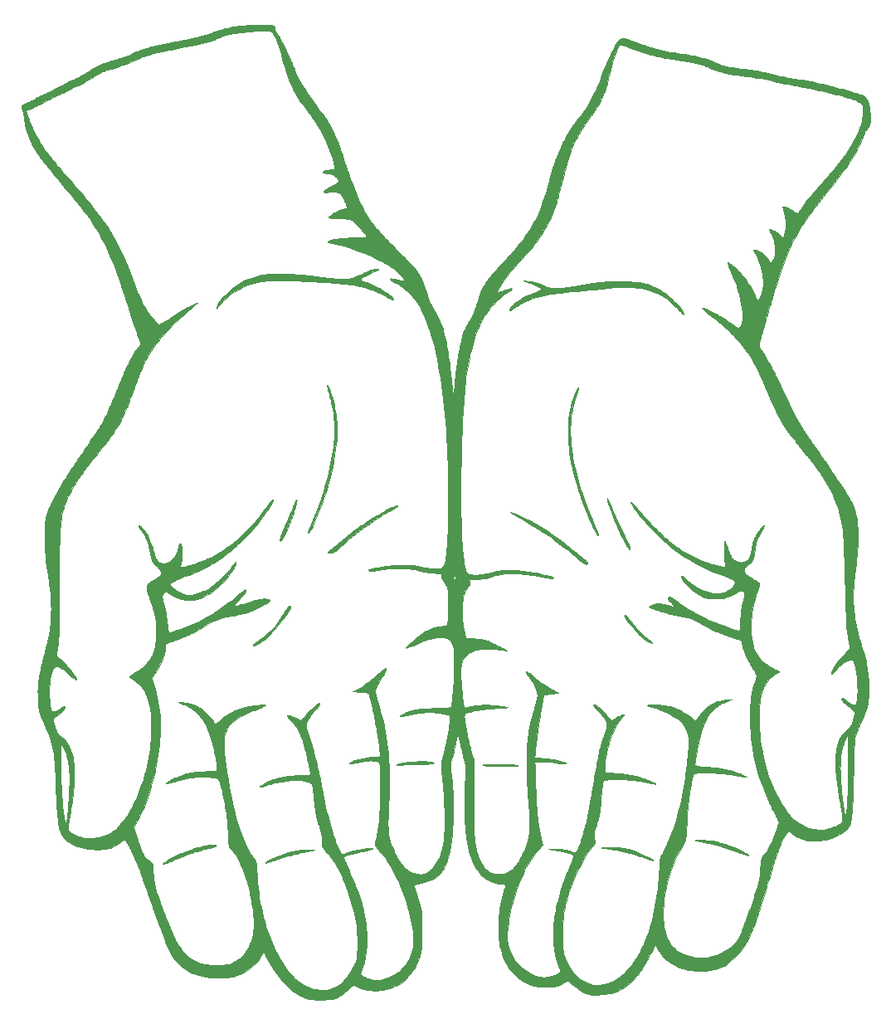
<source format=gbr>
G04 #@! TF.GenerationSoftware,KiCad,Pcbnew,5.1.2*
G04 #@! TF.CreationDate,2019-07-03T09:18:27-05:00*
G04 #@! TF.ProjectId,matrix-pills,6d617472-6978-42d7-9069-6c6c732e6b69,rev?*
G04 #@! TF.SameCoordinates,Original*
G04 #@! TF.FileFunction,Legend,Top*
G04 #@! TF.FilePolarity,Positive*
%FSLAX46Y46*%
G04 Gerber Fmt 4.6, Leading zero omitted, Abs format (unit mm)*
G04 Created by KiCad (PCBNEW 5.1.2) date 2019-07-03 09:18:27*
%MOMM*%
%LPD*%
G04 APERTURE LIST*
%ADD10C,0.010000*%
G04 APERTURE END LIST*
D10*
G36*
X115770616Y-45857146D02*
G01*
X115831000Y-45857927D01*
X116032821Y-45861769D01*
X116210718Y-45867096D01*
X116366136Y-45874113D01*
X116500517Y-45883021D01*
X116615307Y-45894025D01*
X116711949Y-45907327D01*
X116791887Y-45923131D01*
X116856565Y-45941641D01*
X116907427Y-45963059D01*
X116945917Y-45987589D01*
X116973478Y-46015435D01*
X116976256Y-46019200D01*
X116990552Y-46051697D01*
X117002985Y-46104053D01*
X117010938Y-46158900D01*
X117023141Y-46238996D01*
X117042491Y-46318261D01*
X117070427Y-46399880D01*
X117108388Y-46487042D01*
X117157811Y-46582930D01*
X117220136Y-46690732D01*
X117296801Y-46813633D01*
X117329206Y-46863750D01*
X117433743Y-47028507D01*
X117538131Y-47201988D01*
X117643412Y-47386185D01*
X117750629Y-47583088D01*
X117860825Y-47794688D01*
X117975042Y-48022978D01*
X118094324Y-48269948D01*
X118219714Y-48537589D01*
X118316855Y-48749700D01*
X118346621Y-48815389D01*
X118375058Y-48878468D01*
X118403012Y-48940892D01*
X118431328Y-49004613D01*
X118460852Y-49071583D01*
X118492430Y-49143757D01*
X118526907Y-49223088D01*
X118565129Y-49311527D01*
X118607942Y-49411030D01*
X118656191Y-49523548D01*
X118710721Y-49651035D01*
X118772379Y-49795444D01*
X118842010Y-49958728D01*
X118920460Y-50142841D01*
X118946447Y-50203850D01*
X119024351Y-50384304D01*
X119106250Y-50569471D01*
X119190708Y-50756341D01*
X119276291Y-50941909D01*
X119361563Y-51123166D01*
X119445089Y-51297105D01*
X119525434Y-51460720D01*
X119601163Y-51611001D01*
X119670841Y-51744942D01*
X119733032Y-51859536D01*
X119755501Y-51899300D01*
X119807463Y-51986761D01*
X119873510Y-52092654D01*
X119952366Y-52215179D01*
X120042756Y-52352537D01*
X120143406Y-52502929D01*
X120253040Y-52664557D01*
X120370383Y-52835621D01*
X120494161Y-53014323D01*
X120623098Y-53198864D01*
X120755919Y-53387445D01*
X120891349Y-53578266D01*
X121028114Y-53769530D01*
X121164938Y-53959437D01*
X121300545Y-54146189D01*
X121433662Y-54327985D01*
X121563013Y-54503029D01*
X121687323Y-54669520D01*
X121805317Y-54825660D01*
X121915720Y-54969649D01*
X122017257Y-55099690D01*
X122077910Y-55175900D01*
X122150591Y-55268352D01*
X122207852Y-55345784D01*
X122251931Y-55411430D01*
X122285068Y-55468527D01*
X122297278Y-55492863D01*
X122338771Y-55575772D01*
X122390644Y-55671609D01*
X122453978Y-55782257D01*
X122529853Y-55909598D01*
X122619349Y-56055515D01*
X122628662Y-56070515D01*
X122716767Y-56216557D01*
X122804033Y-56370098D01*
X122890931Y-56532292D01*
X122977930Y-56704295D01*
X123065498Y-56887262D01*
X123154104Y-57082348D01*
X123244218Y-57290709D01*
X123336309Y-57513501D01*
X123430845Y-57751878D01*
X123528296Y-58006996D01*
X123629130Y-58280009D01*
X123733817Y-58572075D01*
X123842826Y-58884346D01*
X123956626Y-59217980D01*
X124075685Y-59574132D01*
X124180889Y-59893950D01*
X124255228Y-60121193D01*
X124322514Y-60326278D01*
X124383430Y-60511238D01*
X124438663Y-60678105D01*
X124488898Y-60828912D01*
X124534822Y-60965693D01*
X124577121Y-61090481D01*
X124616480Y-61205309D01*
X124653584Y-61312210D01*
X124689121Y-61413217D01*
X124723775Y-61510363D01*
X124758232Y-61605681D01*
X124759240Y-61608450D01*
X124901740Y-61994603D01*
X125040140Y-62358290D01*
X125175490Y-62701919D01*
X125308838Y-63027896D01*
X125441234Y-63338628D01*
X125573726Y-63636522D01*
X125707364Y-63923985D01*
X125843196Y-64203424D01*
X125982271Y-64477246D01*
X126125638Y-64747858D01*
X126134592Y-64764400D01*
X126274126Y-65015765D01*
X126414802Y-65256397D01*
X126558479Y-65488798D01*
X126707015Y-65715471D01*
X126862271Y-65938919D01*
X127026104Y-66161644D01*
X127200373Y-66386149D01*
X127386937Y-66614937D01*
X127587654Y-66850511D01*
X127804385Y-67095373D01*
X128038986Y-67352026D01*
X128125106Y-67444508D01*
X128171360Y-67493237D01*
X128234428Y-67558546D01*
X128313046Y-67639168D01*
X128405955Y-67733838D01*
X128511893Y-67841289D01*
X128629599Y-67960254D01*
X128757812Y-68089468D01*
X128895270Y-68227663D01*
X129040712Y-68373575D01*
X129192877Y-68525935D01*
X129350504Y-68683479D01*
X129512331Y-68844939D01*
X129677097Y-69009049D01*
X129843541Y-69174544D01*
X130010402Y-69340156D01*
X130176419Y-69504619D01*
X130211970Y-69539796D01*
X130414857Y-69742226D01*
X130599668Y-69930402D01*
X130767995Y-70106145D01*
X130921426Y-70271280D01*
X131061552Y-70427629D01*
X131189960Y-70577015D01*
X131308242Y-70721261D01*
X131417985Y-70862190D01*
X131520780Y-71001625D01*
X131618216Y-71141390D01*
X131651265Y-71190600D01*
X131784717Y-71399969D01*
X131904423Y-71607174D01*
X132012302Y-71816545D01*
X132110274Y-72032412D01*
X132200258Y-72259104D01*
X132284174Y-72500951D01*
X132363941Y-72762283D01*
X132391648Y-72860650D01*
X132487174Y-73188029D01*
X132587762Y-73494766D01*
X132695432Y-73785437D01*
X132812208Y-74064615D01*
X132940109Y-74336878D01*
X133081159Y-74606799D01*
X133237380Y-74878954D01*
X133398020Y-75138025D01*
X133535096Y-75362782D01*
X133662425Y-75594461D01*
X133781173Y-75835820D01*
X133892502Y-76089617D01*
X133997578Y-76358613D01*
X134097564Y-76645565D01*
X134193624Y-76953233D01*
X134256358Y-77172300D01*
X134330218Y-77449047D01*
X134400532Y-77733735D01*
X134467560Y-78027921D01*
X134531565Y-78333160D01*
X134592808Y-78651009D01*
X134651550Y-78983025D01*
X134708054Y-79330764D01*
X134762580Y-79695782D01*
X134815390Y-80079637D01*
X134866745Y-80483883D01*
X134916908Y-80910079D01*
X134966139Y-81359779D01*
X134976509Y-81458550D01*
X135004710Y-81727928D01*
X135030659Y-81973253D01*
X135054500Y-82195760D01*
X135076380Y-82396681D01*
X135096445Y-82577251D01*
X135114841Y-82738704D01*
X135131712Y-82882274D01*
X135147207Y-83009193D01*
X135161470Y-83120697D01*
X135174647Y-83218018D01*
X135186885Y-83302391D01*
X135198329Y-83375049D01*
X135209126Y-83437227D01*
X135213071Y-83458270D01*
X135230008Y-83539337D01*
X135245203Y-83595701D01*
X135259079Y-83627961D01*
X135272062Y-83636722D01*
X135284575Y-83622586D01*
X135297043Y-83586156D01*
X135298688Y-83579794D01*
X135308882Y-83528165D01*
X135319772Y-83451692D01*
X135331305Y-83350921D01*
X135343425Y-83226396D01*
X135356078Y-83078663D01*
X135369208Y-82908267D01*
X135376191Y-82811100D01*
X135391848Y-82592724D01*
X135406747Y-82395004D01*
X135421332Y-82213226D01*
X135436049Y-82042673D01*
X135451343Y-81878630D01*
X135467660Y-81716383D01*
X135485444Y-81551216D01*
X135505141Y-81378413D01*
X135527196Y-81193260D01*
X135535104Y-81128350D01*
X135575596Y-80811559D01*
X135619359Y-80495297D01*
X135666017Y-80181462D01*
X135715195Y-79871951D01*
X135766519Y-79568665D01*
X135819614Y-79273500D01*
X135874105Y-78988356D01*
X135929617Y-78715130D01*
X135985775Y-78455722D01*
X136042204Y-78212030D01*
X136098530Y-77985952D01*
X136154378Y-77779386D01*
X136209372Y-77594232D01*
X136263139Y-77432387D01*
X136267036Y-77421451D01*
X136361878Y-77174905D01*
X136472913Y-76918070D01*
X136597084Y-76657230D01*
X136731332Y-76398665D01*
X136872602Y-76148659D01*
X136944622Y-76029300D01*
X137011517Y-75920203D01*
X137072088Y-75819402D01*
X137127226Y-75724737D01*
X137177820Y-75634046D01*
X137224760Y-75545168D01*
X137268935Y-75455944D01*
X137311235Y-75364212D01*
X137352548Y-75267812D01*
X137393765Y-75164582D01*
X137435775Y-75052363D01*
X137479466Y-74928993D01*
X137525729Y-74792312D01*
X137575454Y-74640158D01*
X137629528Y-74470372D01*
X137688843Y-74280792D01*
X137754287Y-74069259D01*
X137762763Y-74041750D01*
X137798074Y-73927477D01*
X137833054Y-73814966D01*
X137866554Y-73707866D01*
X137897424Y-73609827D01*
X137924514Y-73524497D01*
X137946673Y-73455527D01*
X137962753Y-73406566D01*
X137964831Y-73400400D01*
X138033955Y-73208789D01*
X138110416Y-73021176D01*
X138195353Y-72835809D01*
X138289906Y-72650936D01*
X138395213Y-72464809D01*
X138512414Y-72275675D01*
X138642648Y-72081784D01*
X138787053Y-71881386D01*
X138946769Y-71672729D01*
X139122934Y-71454063D01*
X139316688Y-71223637D01*
X139529169Y-70979700D01*
X139568740Y-70935068D01*
X139627778Y-70868761D01*
X139683791Y-70806143D01*
X139738478Y-70745381D01*
X139793535Y-70684642D01*
X139850660Y-70622093D01*
X139911549Y-70555902D01*
X139977901Y-70484236D01*
X140051412Y-70405263D01*
X140133780Y-70317148D01*
X140226701Y-70218061D01*
X140331873Y-70106167D01*
X140450993Y-69979635D01*
X140585759Y-69836631D01*
X140596395Y-69825350D01*
X140729456Y-69684106D01*
X140846989Y-69559089D01*
X140950985Y-69448135D01*
X141043434Y-69349080D01*
X141126328Y-69259761D01*
X141201659Y-69178014D01*
X141271418Y-69101675D01*
X141337596Y-69028581D01*
X141402184Y-68956567D01*
X141467173Y-68883470D01*
X141534555Y-68807127D01*
X141557705Y-68780797D01*
X141856696Y-68433423D01*
X142136241Y-68093558D01*
X142397742Y-67758741D01*
X142642600Y-67426508D01*
X142872214Y-67094399D01*
X143087985Y-66759951D01*
X143291315Y-66420701D01*
X143483604Y-66074188D01*
X143666252Y-65717950D01*
X143840661Y-65349523D01*
X144008230Y-64966448D01*
X144170361Y-64566260D01*
X144328455Y-64146498D01*
X144483912Y-63704701D01*
X144539812Y-63538850D01*
X144588642Y-63391435D01*
X144635327Y-63248374D01*
X144680766Y-63106716D01*
X144725855Y-62963511D01*
X144771491Y-62815808D01*
X144818572Y-62660657D01*
X144867993Y-62495106D01*
X144920653Y-62316206D01*
X144977448Y-62121005D01*
X145039276Y-61906554D01*
X145091935Y-61722750D01*
X145181628Y-61410397D01*
X145267433Y-61114466D01*
X145349105Y-60835759D01*
X145426401Y-60575077D01*
X145499074Y-60333221D01*
X145566880Y-60110992D01*
X145629574Y-59909191D01*
X145686912Y-59728620D01*
X145738648Y-59570079D01*
X145784538Y-59434370D01*
X145824337Y-59322295D01*
X145831134Y-59303889D01*
X145890694Y-59150505D01*
X145961217Y-58980488D01*
X146041372Y-58796440D01*
X146129828Y-58600964D01*
X146225252Y-58396662D01*
X146326315Y-58186135D01*
X146431683Y-57971986D01*
X146540027Y-57756817D01*
X146650014Y-57543229D01*
X146760312Y-57333826D01*
X146869591Y-57131209D01*
X146976519Y-56937979D01*
X147079764Y-56756741D01*
X147177996Y-56590094D01*
X147269882Y-56440642D01*
X147354091Y-56310986D01*
X147387761Y-56261750D01*
X147441281Y-56186363D01*
X147508330Y-56094251D01*
X147586558Y-55988513D01*
X147673613Y-55872246D01*
X147767143Y-55748548D01*
X147864798Y-55620517D01*
X147964226Y-55491252D01*
X148063075Y-55363850D01*
X148158995Y-55241409D01*
X148236268Y-55143799D01*
X148334301Y-55020283D01*
X148418486Y-54913266D01*
X148491114Y-54819631D01*
X148554475Y-54736265D01*
X148610861Y-54660052D01*
X148662562Y-54587878D01*
X148711870Y-54516626D01*
X148761074Y-54443183D01*
X148812466Y-54364432D01*
X148833763Y-54331350D01*
X149022302Y-54026164D01*
X149211185Y-53698038D01*
X149399254Y-53349387D01*
X149585348Y-52982626D01*
X149768308Y-52600170D01*
X149946973Y-52204434D01*
X150120185Y-51797833D01*
X150286784Y-51382783D01*
X150425459Y-51016650D01*
X150604252Y-50546619D01*
X150795381Y-50073297D01*
X150996143Y-49602922D01*
X151203831Y-49141729D01*
X151415740Y-48695957D01*
X151543756Y-48438550D01*
X151630980Y-48267401D01*
X151708794Y-48117434D01*
X151778360Y-47986733D01*
X151840837Y-47873381D01*
X151897384Y-47775462D01*
X151949161Y-47691062D01*
X151997328Y-47618264D01*
X152043046Y-47555153D01*
X152087474Y-47499813D01*
X152131771Y-47450328D01*
X152158871Y-47422550D01*
X152239349Y-47351646D01*
X152321308Y-47299133D01*
X152407872Y-47264462D01*
X152502159Y-47247081D01*
X152607293Y-47246442D01*
X152726394Y-47261993D01*
X152862584Y-47293184D01*
X152874538Y-47296400D01*
X152913109Y-47307070D01*
X152949884Y-47317797D01*
X152987537Y-47329557D01*
X153028741Y-47343323D01*
X153076170Y-47360070D01*
X153132496Y-47380772D01*
X153200395Y-47406403D01*
X153282538Y-47437938D01*
X153381601Y-47476352D01*
X153500256Y-47522617D01*
X153569050Y-47549501D01*
X153956764Y-47698693D01*
X154326117Y-47835634D01*
X154680487Y-47961210D01*
X155023252Y-48076308D01*
X155357788Y-48181815D01*
X155687473Y-48278618D01*
X156015684Y-48367604D01*
X156345799Y-48449658D01*
X156681195Y-48525669D01*
X157025250Y-48596523D01*
X157381341Y-48663107D01*
X157752845Y-48726307D01*
X158143141Y-48787011D01*
X158452200Y-48831712D01*
X158835150Y-48887634D01*
X159193991Y-48944496D01*
X159530004Y-49002587D01*
X159844471Y-49062194D01*
X160138674Y-49123607D01*
X160413895Y-49187113D01*
X160671416Y-49253000D01*
X160912518Y-49321558D01*
X161138483Y-49393072D01*
X161350594Y-49467833D01*
X161449400Y-49505558D01*
X161519975Y-49533376D01*
X161579696Y-49557429D01*
X161633719Y-49579996D01*
X161687197Y-49603354D01*
X161745284Y-49629782D01*
X161813135Y-49661558D01*
X161895905Y-49700958D01*
X161948183Y-49725999D01*
X162193387Y-49833810D01*
X162461846Y-49933203D01*
X162753662Y-50024198D01*
X163068935Y-50106820D01*
X163407766Y-50181091D01*
X163770254Y-50247034D01*
X164156501Y-50304671D01*
X164566607Y-50354025D01*
X164845024Y-50381584D01*
X165086052Y-50404693D01*
X165311759Y-50428916D01*
X165526116Y-50454944D01*
X165733090Y-50483466D01*
X165936652Y-50515172D01*
X166140772Y-50550750D01*
X166349417Y-50590891D01*
X166566558Y-50636284D01*
X166796165Y-50687618D01*
X167042206Y-50745584D01*
X167290860Y-50806446D01*
X167646333Y-50893822D01*
X167986263Y-50975504D01*
X168309883Y-51051335D01*
X168616426Y-51121157D01*
X168905124Y-51184813D01*
X169175211Y-51242143D01*
X169425919Y-51292990D01*
X169656482Y-51337196D01*
X169866131Y-51374603D01*
X170054099Y-51405053D01*
X170219620Y-51428388D01*
X170361926Y-51444450D01*
X170409250Y-51448574D01*
X170516111Y-51457358D01*
X170606257Y-51465784D01*
X170687742Y-51474845D01*
X170768623Y-51485537D01*
X170856956Y-51498853D01*
X170960796Y-51515789D01*
X170980750Y-51519129D01*
X171179445Y-51554056D01*
X171396758Y-51595135D01*
X171630688Y-51641859D01*
X171879237Y-51693719D01*
X172140404Y-51750209D01*
X172412190Y-51810820D01*
X172692597Y-51875046D01*
X172979624Y-51942377D01*
X173271273Y-52012308D01*
X173565543Y-52084330D01*
X173860437Y-52157936D01*
X174153954Y-52232617D01*
X174444094Y-52307867D01*
X174728860Y-52383177D01*
X175006250Y-52458041D01*
X175274267Y-52531950D01*
X175530910Y-52604396D01*
X175774180Y-52674873D01*
X176002078Y-52742873D01*
X176212605Y-52807887D01*
X176403761Y-52869409D01*
X176573547Y-52926931D01*
X176689400Y-52968524D01*
X176884323Y-53046769D01*
X177054522Y-53128166D01*
X177200518Y-53213063D01*
X177322830Y-53301804D01*
X177421979Y-53394738D01*
X177498485Y-53492209D01*
X177514332Y-53517661D01*
X177548975Y-53582676D01*
X177580770Y-53656490D01*
X177610074Y-53740873D01*
X177637242Y-53837599D01*
X177662629Y-53948440D01*
X177686592Y-54075167D01*
X177709485Y-54219554D01*
X177731665Y-54383373D01*
X177753487Y-54568395D01*
X177775306Y-54776393D01*
X177783340Y-54858400D01*
X177794989Y-54996637D01*
X177803804Y-55137854D01*
X177809759Y-55278275D01*
X177812827Y-55414122D01*
X177812980Y-55541620D01*
X177810191Y-55656990D01*
X177804434Y-55756457D01*
X177795681Y-55836244D01*
X177790567Y-55865662D01*
X177762697Y-55980291D01*
X177725426Y-56092315D01*
X177675795Y-56209942D01*
X177638589Y-56287150D01*
X177580227Y-56396470D01*
X177522458Y-56490814D01*
X177466761Y-56568285D01*
X177414615Y-56626985D01*
X177367500Y-56665019D01*
X177332400Y-56679702D01*
X177292578Y-56692865D01*
X177262820Y-56717780D01*
X177240624Y-56758298D01*
X177223491Y-56818271D01*
X177215522Y-56859763D01*
X177191868Y-56966933D01*
X177154313Y-57093465D01*
X177102708Y-57239807D01*
X177036899Y-57406405D01*
X177001993Y-57489551D01*
X176891819Y-57738960D01*
X176768370Y-58002755D01*
X176634187Y-58276167D01*
X176491812Y-58554429D01*
X176343785Y-58832774D01*
X176192647Y-59106433D01*
X176040940Y-59370639D01*
X175891205Y-59620623D01*
X175745983Y-59851620D01*
X175729436Y-59877136D01*
X175651603Y-59994019D01*
X175558207Y-60129469D01*
X175449957Y-60282550D01*
X175327560Y-60452323D01*
X175191724Y-60637854D01*
X175043159Y-60838204D01*
X174882572Y-61052437D01*
X174710672Y-61279616D01*
X174528168Y-61518804D01*
X174335766Y-61769065D01*
X174134176Y-62029462D01*
X173924106Y-62299057D01*
X173706264Y-62576914D01*
X173481359Y-62862097D01*
X173292207Y-63100700D01*
X173006385Y-63461428D01*
X172736535Y-63804075D01*
X172482730Y-64128547D01*
X172245040Y-64434750D01*
X172023535Y-64722592D01*
X171818287Y-64991979D01*
X171629367Y-65242816D01*
X171456844Y-65475012D01*
X171300791Y-65688472D01*
X171161277Y-65883104D01*
X171038374Y-66058813D01*
X170942821Y-66199500D01*
X170741963Y-66508675D01*
X170545790Y-66827992D01*
X170353854Y-67158482D01*
X170165709Y-67501175D01*
X169980910Y-67857100D01*
X169799008Y-68227288D01*
X169619559Y-68612769D01*
X169442116Y-69014573D01*
X169266232Y-69433731D01*
X169091462Y-69871273D01*
X168917358Y-70328228D01*
X168743476Y-70805628D01*
X168569367Y-71304502D01*
X168394586Y-71825881D01*
X168218687Y-72370795D01*
X168087227Y-72790800D01*
X168042880Y-72934883D01*
X167998572Y-73080137D01*
X167953660Y-73228744D01*
X167907504Y-73382887D01*
X167859463Y-73544749D01*
X167808895Y-73716515D01*
X167755159Y-73900367D01*
X167697614Y-74098488D01*
X167635619Y-74313062D01*
X167568533Y-74546272D01*
X167495715Y-74800302D01*
X167443180Y-74984007D01*
X167373242Y-75228682D01*
X167309467Y-75451586D01*
X167251084Y-75655380D01*
X167197321Y-75842728D01*
X167147408Y-76016292D01*
X167100574Y-76178736D01*
X167056046Y-76332722D01*
X167013053Y-76480913D01*
X166970825Y-76625973D01*
X166928590Y-76770563D01*
X166885576Y-76917347D01*
X166841013Y-77068988D01*
X166794129Y-77228149D01*
X166744153Y-77397493D01*
X166743147Y-77400900D01*
X166691119Y-77577309D01*
X166645911Y-77731343D01*
X166607044Y-77864952D01*
X166574039Y-77980091D01*
X166546415Y-78078710D01*
X166523693Y-78162762D01*
X166505395Y-78234199D01*
X166491039Y-78294974D01*
X166480146Y-78347039D01*
X166472237Y-78392347D01*
X166466832Y-78432848D01*
X166463452Y-78470497D01*
X166461617Y-78507245D01*
X166460848Y-78545043D01*
X166460800Y-78550250D01*
X166460624Y-78616013D01*
X166462099Y-78663156D01*
X166466323Y-78698452D01*
X166474396Y-78728674D01*
X166487416Y-78760597D01*
X166498925Y-78785200D01*
X166517237Y-78819445D01*
X166547183Y-78870601D01*
X166586204Y-78934511D01*
X166631739Y-79007023D01*
X166681230Y-79083980D01*
X166710784Y-79129084D01*
X166782981Y-79240440D01*
X166865385Y-79370990D01*
X166956125Y-79517582D01*
X167053329Y-79677064D01*
X167155128Y-79846284D01*
X167259649Y-80022092D01*
X167365022Y-80201336D01*
X167469374Y-80380865D01*
X167570836Y-80557527D01*
X167667536Y-80728171D01*
X167757602Y-80889645D01*
X167776739Y-80924350D01*
X167850765Y-81059659D01*
X167922217Y-81191932D01*
X167992024Y-81323053D01*
X168061110Y-81454909D01*
X168130403Y-81589383D01*
X168200828Y-81728360D01*
X168273313Y-81873726D01*
X168348784Y-82027366D01*
X168428166Y-82191164D01*
X168512388Y-82367005D01*
X168602374Y-82556775D01*
X168699052Y-82762358D01*
X168803348Y-82985639D01*
X168916188Y-83228504D01*
X169028642Y-83471500D01*
X169192413Y-83824143D01*
X169347817Y-84154923D01*
X169495784Y-84465614D01*
X169637243Y-84757988D01*
X169773125Y-85033819D01*
X169904357Y-85294883D01*
X170031871Y-85542951D01*
X170156596Y-85779799D01*
X170279461Y-86007199D01*
X170401397Y-86226926D01*
X170523332Y-86440754D01*
X170646197Y-86650455D01*
X170770921Y-86857805D01*
X170898434Y-87064577D01*
X170978880Y-87192600D01*
X171061383Y-87322209D01*
X171143740Y-87449878D01*
X171227511Y-87577900D01*
X171314257Y-87708565D01*
X171405538Y-87844167D01*
X171502914Y-87986996D01*
X171607946Y-88139344D01*
X171722193Y-88303504D01*
X171847217Y-88481768D01*
X171984578Y-88676427D01*
X172098542Y-88837250D01*
X172448829Y-89332278D01*
X172783740Y-89808579D01*
X173103231Y-90266088D01*
X173407260Y-90704740D01*
X173695784Y-91124468D01*
X173968759Y-91525209D01*
X174226142Y-91906896D01*
X174467890Y-92269465D01*
X174693959Y-92612851D01*
X174904307Y-92936988D01*
X175098891Y-93241812D01*
X175277667Y-93527257D01*
X175440591Y-93793257D01*
X175587622Y-94039749D01*
X175718716Y-94266666D01*
X175833829Y-94473943D01*
X175837357Y-94480453D01*
X175942608Y-94686380D01*
X176037273Y-94896879D01*
X176123004Y-95116384D01*
X176201449Y-95349327D01*
X176274257Y-95600142D01*
X176320068Y-95777800D01*
X176381329Y-96049538D01*
X176433579Y-96331831D01*
X176476818Y-96625642D01*
X176511045Y-96931938D01*
X176536260Y-97251681D01*
X176552461Y-97585837D01*
X176559647Y-97935370D01*
X176557817Y-98301246D01*
X176546971Y-98684428D01*
X176527107Y-99085881D01*
X176498224Y-99506570D01*
X176460323Y-99947459D01*
X176413400Y-100409514D01*
X176357457Y-100893698D01*
X176314734Y-101232450D01*
X176287375Y-101443456D01*
X176263174Y-101631868D01*
X176241842Y-101800255D01*
X176223089Y-101951187D01*
X176206627Y-102087236D01*
X176192167Y-102210970D01*
X176179418Y-102324961D01*
X176168094Y-102431778D01*
X176157903Y-102533992D01*
X176148557Y-102634172D01*
X176139768Y-102734890D01*
X176131245Y-102838715D01*
X176124748Y-102921550D01*
X176098006Y-103324014D01*
X176079943Y-103723267D01*
X176070588Y-104115546D01*
X176069969Y-104497093D01*
X176078114Y-104864145D01*
X176095052Y-105212943D01*
X176106271Y-105372217D01*
X176140275Y-105751009D01*
X176182820Y-106122169D01*
X176234574Y-106488872D01*
X176296203Y-106854296D01*
X176368373Y-107221616D01*
X176451750Y-107594008D01*
X176547001Y-107974650D01*
X176654792Y-108366718D01*
X176775790Y-108773387D01*
X176905701Y-109182650D01*
X177020328Y-109542855D01*
X177122841Y-109884743D01*
X177213973Y-110211910D01*
X177294458Y-110527949D01*
X177365030Y-110836456D01*
X177426421Y-111141025D01*
X177479364Y-111445251D01*
X177524595Y-111752728D01*
X177562845Y-112067051D01*
X177594849Y-112391815D01*
X177616971Y-112668800D01*
X177622199Y-112757486D01*
X177626787Y-112867672D01*
X177630704Y-112995464D01*
X177633918Y-113136969D01*
X177636398Y-113288295D01*
X177638110Y-113445547D01*
X177639024Y-113604834D01*
X177639106Y-113762260D01*
X177638326Y-113913935D01*
X177636652Y-114055963D01*
X177634051Y-114184453D01*
X177630491Y-114295510D01*
X177630343Y-114299180D01*
X177621802Y-114482212D01*
X177611692Y-114644230D01*
X177599445Y-114789600D01*
X177584496Y-114922688D01*
X177566276Y-115047861D01*
X177544219Y-115169485D01*
X177517758Y-115291925D01*
X177486325Y-115419548D01*
X177483334Y-115431050D01*
X177464683Y-115500577D01*
X177444684Y-115570986D01*
X177422852Y-115643496D01*
X177398697Y-115719328D01*
X177371734Y-115799704D01*
X177341474Y-115885844D01*
X177307430Y-115978968D01*
X177269115Y-116080297D01*
X177226041Y-116191052D01*
X177177721Y-116312453D01*
X177123667Y-116445722D01*
X177063393Y-116592079D01*
X176996410Y-116752744D01*
X176922231Y-116928939D01*
X176840369Y-117121884D01*
X176750336Y-117332799D01*
X176651646Y-117562906D01*
X176543810Y-117813425D01*
X176426342Y-118085577D01*
X176388014Y-118174250D01*
X176184849Y-118644150D01*
X176144248Y-120377700D01*
X176135692Y-120742397D01*
X176127670Y-121082893D01*
X176120149Y-121400378D01*
X176113097Y-121696043D01*
X176106481Y-121971080D01*
X176100267Y-122226680D01*
X176094424Y-122464034D01*
X176088917Y-122684335D01*
X176083716Y-122888772D01*
X176078785Y-123078539D01*
X176074093Y-123254825D01*
X176069607Y-123418823D01*
X176065294Y-123571724D01*
X176061121Y-123714718D01*
X176057056Y-123848998D01*
X176053064Y-123975755D01*
X176049115Y-124096180D01*
X176045174Y-124211465D01*
X176041209Y-124322800D01*
X176037187Y-124431378D01*
X176033075Y-124538390D01*
X176028841Y-124645027D01*
X176024451Y-124752480D01*
X176022057Y-124810000D01*
X176007463Y-125136563D01*
X175991963Y-125438835D01*
X175975404Y-125717914D01*
X175957634Y-125974897D01*
X175938499Y-126210883D01*
X175917846Y-126426969D01*
X175895523Y-126624254D01*
X175871376Y-126803834D01*
X175845253Y-126966807D01*
X175817000Y-127114273D01*
X175786465Y-127247327D01*
X175753494Y-127367069D01*
X175717935Y-127474595D01*
X175679634Y-127571005D01*
X175638439Y-127657395D01*
X175620717Y-127690102D01*
X175578640Y-127753662D01*
X175519254Y-127827379D01*
X175446398Y-127907345D01*
X175363914Y-127989651D01*
X175275640Y-128070388D01*
X175185417Y-128145647D01*
X175135759Y-128183731D01*
X174916625Y-128333646D01*
X174676525Y-128475113D01*
X174418852Y-128606877D01*
X174147000Y-128727686D01*
X173864362Y-128836287D01*
X173574332Y-128931427D01*
X173280302Y-129011853D01*
X172985666Y-129076313D01*
X172693817Y-129123553D01*
X172543060Y-129141019D01*
X172463449Y-129146896D01*
X172364850Y-129151028D01*
X172253614Y-129153413D01*
X172136094Y-129154054D01*
X172018640Y-129152951D01*
X171907604Y-129150104D01*
X171809339Y-129145515D01*
X171747844Y-129140930D01*
X171445544Y-129101801D01*
X171150449Y-129040947D01*
X170865401Y-128959094D01*
X170593240Y-128856972D01*
X170527221Y-128828214D01*
X170425192Y-128780469D01*
X170327010Y-128730030D01*
X170229271Y-128674732D01*
X170128574Y-128612412D01*
X170021513Y-128540909D01*
X169904688Y-128458059D01*
X169774693Y-128361698D01*
X169681061Y-128290441D01*
X169607231Y-128234182D01*
X169550758Y-128192235D01*
X169509182Y-128163021D01*
X169480042Y-128144965D01*
X169460877Y-128136488D01*
X169449229Y-128136013D01*
X169444775Y-128138967D01*
X169415192Y-128173106D01*
X169374006Y-128223393D01*
X169324581Y-128285454D01*
X169270283Y-128354917D01*
X169214477Y-128427409D01*
X169160528Y-128498557D01*
X169111801Y-128563988D01*
X169071662Y-128619329D01*
X169043476Y-128660208D01*
X169042608Y-128661538D01*
X168987941Y-128751604D01*
X168927148Y-128862686D01*
X168861726Y-128991568D01*
X168793171Y-129135037D01*
X168722979Y-129289879D01*
X168652649Y-129452879D01*
X168583677Y-129620824D01*
X168520765Y-129782050D01*
X168453853Y-129961029D01*
X168385698Y-130149116D01*
X168315886Y-130347605D01*
X168244006Y-130557791D01*
X168169645Y-130780970D01*
X168092391Y-131018436D01*
X168011831Y-131271484D01*
X167927554Y-131541409D01*
X167839146Y-131829507D01*
X167746195Y-132137072D01*
X167648290Y-132465400D01*
X167545018Y-132815786D01*
X167437091Y-133185650D01*
X167278231Y-133727882D01*
X167123768Y-134245679D01*
X166973511Y-134739586D01*
X166827271Y-135210150D01*
X166684857Y-135657916D01*
X166546079Y-136083431D01*
X166410747Y-136487241D01*
X166278671Y-136869894D01*
X166149660Y-137231933D01*
X166023525Y-137573908D01*
X165900075Y-137896362D01*
X165779120Y-138199843D01*
X165660471Y-138484897D01*
X165543935Y-138752071D01*
X165429325Y-139001910D01*
X165366905Y-139132409D01*
X165284984Y-139297008D01*
X165207053Y-139444464D01*
X165129115Y-139581745D01*
X165047176Y-139715822D01*
X164957241Y-139853662D01*
X164931870Y-139891250D01*
X164769359Y-140120598D01*
X164596169Y-140346467D01*
X164414312Y-140566894D01*
X164225798Y-140779914D01*
X164032638Y-140983565D01*
X163836843Y-141175885D01*
X163640424Y-141354910D01*
X163445392Y-141518678D01*
X163253757Y-141665224D01*
X163067530Y-141792587D01*
X162888723Y-141898804D01*
X162859100Y-141914674D01*
X162742592Y-141971303D01*
X162605965Y-142029626D01*
X162454258Y-142087856D01*
X162292513Y-142144206D01*
X162125770Y-142196888D01*
X161959069Y-142244116D01*
X161855800Y-142270395D01*
X161480851Y-142348248D01*
X161101433Y-142401395D01*
X160718938Y-142429844D01*
X160334759Y-142433602D01*
X159950286Y-142412680D01*
X159566913Y-142367084D01*
X159186031Y-142296823D01*
X159001080Y-142253481D01*
X158660548Y-142156817D01*
X158333653Y-142041378D01*
X158021420Y-141907715D01*
X157724880Y-141756375D01*
X157445061Y-141587910D01*
X157182992Y-141402869D01*
X156939700Y-141201800D01*
X156815605Y-141085887D01*
X156687233Y-140955640D01*
X156571949Y-140827299D01*
X156466459Y-140696311D01*
X156367468Y-140558119D01*
X156271679Y-140408171D01*
X156175799Y-140241911D01*
X156093703Y-140088100D01*
X156052784Y-140008958D01*
X156014597Y-139934756D01*
X155981093Y-139869311D01*
X155954222Y-139816441D01*
X155935937Y-139779965D01*
X155929846Y-139767425D01*
X155914421Y-139737963D01*
X155902685Y-139721487D01*
X155900322Y-139720200D01*
X155893097Y-139731139D01*
X155875160Y-139762344D01*
X155847700Y-139811637D01*
X155811905Y-139876844D01*
X155768964Y-139955789D01*
X155720064Y-140046295D01*
X155666393Y-140146189D01*
X155609141Y-140253293D01*
X155607400Y-140256559D01*
X155466148Y-140520918D01*
X155335579Y-140764002D01*
X155214887Y-140987186D01*
X155103266Y-141191849D01*
X154999910Y-141379367D01*
X154904013Y-141551118D01*
X154814769Y-141708478D01*
X154731372Y-141852825D01*
X154653016Y-141985535D01*
X154578895Y-142107987D01*
X154508203Y-142221557D01*
X154440135Y-142327622D01*
X154373883Y-142427559D01*
X154308643Y-142522746D01*
X154243609Y-142614560D01*
X154177973Y-142704378D01*
X154163266Y-142724149D01*
X153971373Y-142965576D01*
X153758023Y-143205081D01*
X153527081Y-143438741D01*
X153282411Y-143662637D01*
X153042000Y-143861762D01*
X152813926Y-144032275D01*
X152586100Y-144183756D01*
X152356087Y-144317061D01*
X152121451Y-144433047D01*
X151879759Y-144532571D01*
X151628575Y-144616488D01*
X151365466Y-144685654D01*
X151087996Y-144740928D01*
X150793731Y-144783164D01*
X150480236Y-144813219D01*
X150305150Y-144824519D01*
X150093565Y-144835313D01*
X149904794Y-144842997D01*
X149736404Y-144847237D01*
X149585961Y-144847700D01*
X149451032Y-144844053D01*
X149329183Y-144835962D01*
X149217980Y-144823092D01*
X149114991Y-144805111D01*
X149017780Y-144781685D01*
X148923915Y-144752480D01*
X148830962Y-144717162D01*
X148736488Y-144675398D01*
X148638059Y-144626855D01*
X148558900Y-144585108D01*
X148304787Y-144440571D01*
X148061686Y-144286283D01*
X147825014Y-144118956D01*
X147590190Y-143935300D01*
X147352633Y-143732027D01*
X147281471Y-143667932D01*
X147214448Y-143606939D01*
X147152436Y-143550568D01*
X147098283Y-143501401D01*
X147054839Y-143462023D01*
X147024951Y-143435020D01*
X147012470Y-143423847D01*
X147004614Y-143417704D01*
X146995636Y-143414241D01*
X146983090Y-143414520D01*
X146964530Y-143419602D01*
X146937510Y-143430548D01*
X146899585Y-143448420D01*
X146848309Y-143474280D01*
X146781235Y-143509188D01*
X146695917Y-143554206D01*
X146622891Y-143592907D01*
X146527993Y-143642883D01*
X146434192Y-143691648D01*
X146345456Y-143737184D01*
X146265753Y-143777477D01*
X146199049Y-143810509D01*
X146149314Y-143834264D01*
X146136242Y-143840195D01*
X146038169Y-143881201D01*
X145940667Y-143916488D01*
X145841076Y-143946423D01*
X145736732Y-143971376D01*
X145624973Y-143991715D01*
X145503138Y-144007809D01*
X145368564Y-144020026D01*
X145218590Y-144028736D01*
X145050553Y-144034307D01*
X144861791Y-144037107D01*
X144711016Y-144037615D01*
X144491808Y-144036389D01*
X144295012Y-144032615D01*
X144117730Y-144025824D01*
X143957060Y-144015552D01*
X143810101Y-144001332D01*
X143673952Y-143982697D01*
X143545712Y-143959181D01*
X143422482Y-143930318D01*
X143301359Y-143895641D01*
X143179443Y-143854684D01*
X143053833Y-143806980D01*
X142921629Y-143752064D01*
X142913750Y-143748671D01*
X142650232Y-143627070D01*
X142407507Y-143497940D01*
X142181400Y-143358431D01*
X141967738Y-143205688D01*
X141762346Y-143036861D01*
X141561052Y-142849097D01*
X141484739Y-142772160D01*
X141251355Y-142514170D01*
X141034394Y-142237495D01*
X140834368Y-141943254D01*
X140651792Y-141632564D01*
X140487181Y-141306543D01*
X140341050Y-140966310D01*
X140213912Y-140612981D01*
X140106282Y-140247674D01*
X140018675Y-139871508D01*
X139951605Y-139485601D01*
X139942587Y-139421350D01*
X139905189Y-139092021D01*
X139879308Y-138743759D01*
X139864688Y-138380142D01*
X139861076Y-138004743D01*
X139868218Y-137621139D01*
X139885859Y-137232905D01*
X139913745Y-136843618D01*
X139951621Y-136456853D01*
X139999235Y-136076186D01*
X140056330Y-135705192D01*
X140122654Y-135347448D01*
X140197952Y-135006528D01*
X140278361Y-134698688D01*
X140302700Y-134616228D01*
X140333189Y-134518074D01*
X140367206Y-134412371D01*
X140402130Y-134307264D01*
X140435339Y-134210897D01*
X140435806Y-134209571D01*
X140482505Y-134074267D01*
X140520741Y-133957184D01*
X140550189Y-133859436D01*
X140570525Y-133782139D01*
X140581424Y-133726406D01*
X140583300Y-133703301D01*
X140573052Y-133655866D01*
X140546533Y-133613475D01*
X140513263Y-133587926D01*
X140480998Y-133577450D01*
X140430216Y-133567339D01*
X140359275Y-133557367D01*
X140266533Y-133547310D01*
X140150344Y-133536942D01*
X140126100Y-133534969D01*
X139831722Y-133500023D01*
X139550576Y-133443503D01*
X139282476Y-133365293D01*
X139027238Y-133265281D01*
X138784676Y-133143353D01*
X138554608Y-132999397D01*
X138336847Y-132833298D01*
X138131210Y-132644943D01*
X137937511Y-132434219D01*
X137755566Y-132201012D01*
X137614836Y-131992648D01*
X137463953Y-131735362D01*
X137322627Y-131455035D01*
X137191029Y-131152229D01*
X137069331Y-130827505D01*
X136957704Y-130481423D01*
X136856318Y-130114547D01*
X136765346Y-129727436D01*
X136684958Y-129320653D01*
X136615326Y-128894759D01*
X136571020Y-128569200D01*
X136535047Y-128260660D01*
X136503665Y-127946372D01*
X136476823Y-127624632D01*
X136454472Y-127293735D01*
X136436562Y-126951979D01*
X136423043Y-126597658D01*
X136413867Y-126229069D01*
X136408983Y-125844508D01*
X136408342Y-125442272D01*
X136411894Y-125020656D01*
X136419589Y-124577956D01*
X136431378Y-124112470D01*
X136436382Y-123946400D01*
X136445259Y-123662724D01*
X136453366Y-123403295D01*
X136460732Y-123166971D01*
X136467383Y-122952612D01*
X136473347Y-122759077D01*
X136478651Y-122585224D01*
X136483322Y-122429913D01*
X136487387Y-122292003D01*
X136490873Y-122170352D01*
X136493808Y-122063821D01*
X136496218Y-121971267D01*
X136498131Y-121891550D01*
X136499574Y-121823529D01*
X136500574Y-121766063D01*
X136501159Y-121718011D01*
X136501355Y-121678232D01*
X136501190Y-121645585D01*
X136500691Y-121618929D01*
X136499884Y-121597123D01*
X136498798Y-121579026D01*
X136497459Y-121563497D01*
X136495895Y-121549396D01*
X136494133Y-121535581D01*
X136493845Y-121533400D01*
X136481110Y-121443922D01*
X136465751Y-121348987D01*
X136447344Y-121246679D01*
X136425466Y-121135080D01*
X136399693Y-121012275D01*
X136369602Y-120876348D01*
X136334770Y-120725382D01*
X136294772Y-120557461D01*
X136249186Y-120370668D01*
X136197589Y-120163087D01*
X136144482Y-119952250D01*
X136081402Y-119701890D01*
X136024857Y-119474862D01*
X135974576Y-119270028D01*
X135930290Y-119086249D01*
X135891727Y-118922386D01*
X135858617Y-118777299D01*
X135830690Y-118649851D01*
X135807674Y-118538902D01*
X135802105Y-118510800D01*
X135779787Y-118402915D01*
X135759939Y-118319623D01*
X135742612Y-118261097D01*
X135727857Y-118227511D01*
X135717531Y-118218700D01*
X135706185Y-118225941D01*
X135693242Y-118248435D01*
X135678411Y-118287339D01*
X135661401Y-118343808D01*
X135641922Y-118418998D01*
X135619682Y-118514066D01*
X135594390Y-118630167D01*
X135565756Y-118768458D01*
X135533488Y-118930094D01*
X135516139Y-119018800D01*
X135460202Y-119299922D01*
X135404993Y-119564418D01*
X135350786Y-119811169D01*
X135297855Y-120039051D01*
X135246475Y-120246945D01*
X135196920Y-120433729D01*
X135149463Y-120598282D01*
X135104380Y-120739484D01*
X135074991Y-120822200D01*
X135042992Y-120911654D01*
X135016250Y-120996417D01*
X134994707Y-121079042D01*
X134978302Y-121162085D01*
X134966975Y-121248098D01*
X134960668Y-121339636D01*
X134959320Y-121439253D01*
X134962872Y-121549503D01*
X134971264Y-121672941D01*
X134984436Y-121812120D01*
X135002329Y-121969595D01*
X135024883Y-122147919D01*
X135041171Y-122270000D01*
X135053575Y-122361981D01*
X135066950Y-122461809D01*
X135080060Y-122560216D01*
X135091668Y-122647936D01*
X135097074Y-122689100D01*
X135126813Y-122941396D01*
X135152897Y-123214030D01*
X135175373Y-123504945D01*
X135194287Y-123812087D01*
X135209686Y-124133399D01*
X135221616Y-124466827D01*
X135230124Y-124810315D01*
X135235255Y-125161807D01*
X135237057Y-125519249D01*
X135235576Y-125880584D01*
X135230859Y-126243756D01*
X135222951Y-126606712D01*
X135211900Y-126967395D01*
X135197752Y-127323749D01*
X135180552Y-127673720D01*
X135160349Y-128015251D01*
X135137188Y-128346288D01*
X135111115Y-128664774D01*
X135082178Y-128968655D01*
X135050422Y-129255875D01*
X135015894Y-129524379D01*
X134978640Y-129772110D01*
X134938708Y-129997014D01*
X134931012Y-130036050D01*
X134893009Y-130210436D01*
X134846737Y-130397628D01*
X134793694Y-130592875D01*
X134735374Y-130791428D01*
X134673274Y-130988535D01*
X134608889Y-131179448D01*
X134543715Y-131359415D01*
X134479248Y-131523688D01*
X134417790Y-131665760D01*
X134311787Y-131878860D01*
X134194747Y-132081142D01*
X134068974Y-132269242D01*
X133936773Y-132439793D01*
X133800448Y-132589430D01*
X133755425Y-132633200D01*
X133595893Y-132768821D01*
X133414401Y-132896970D01*
X133213595Y-133016465D01*
X132996124Y-133126126D01*
X132764634Y-133224773D01*
X132521773Y-133311224D01*
X132270189Y-133384300D01*
X132012529Y-133442819D01*
X131890150Y-133464948D01*
X131811412Y-133478567D01*
X131732304Y-133493219D01*
X131660300Y-133507455D01*
X131602871Y-133519828D01*
X131585350Y-133524008D01*
X131514805Y-133544738D01*
X131444649Y-133570840D01*
X131380244Y-133599782D01*
X131326953Y-133629033D01*
X131290138Y-133656061D01*
X131279198Y-133668529D01*
X131269406Y-133686261D01*
X131265474Y-133705263D01*
X131267480Y-133732369D01*
X131275503Y-133774415D01*
X131280695Y-133798213D01*
X131294898Y-133857175D01*
X131315843Y-133936918D01*
X131342541Y-134034026D01*
X131374003Y-134145086D01*
X131409239Y-134266683D01*
X131447261Y-134395403D01*
X131487078Y-134527831D01*
X131527702Y-134660553D01*
X131567471Y-134788021D01*
X131621257Y-134958732D01*
X131667992Y-135107326D01*
X131708311Y-135235897D01*
X131742847Y-135346536D01*
X131772234Y-135441338D01*
X131797105Y-135522396D01*
X131818094Y-135591801D01*
X131835835Y-135651649D01*
X131850961Y-135704030D01*
X131864106Y-135751040D01*
X131875904Y-135794770D01*
X131886987Y-135837314D01*
X131896618Y-135875292D01*
X131930800Y-136018712D01*
X131959601Y-136156780D01*
X131983641Y-136294195D01*
X132003537Y-136435658D01*
X132019911Y-136585869D01*
X132033382Y-136749528D01*
X132044568Y-136931335D01*
X132049835Y-137037776D01*
X132052275Y-137106505D01*
X132054324Y-137196328D01*
X132055994Y-137304794D01*
X132057296Y-137429451D01*
X132058241Y-137567849D01*
X132058842Y-137717535D01*
X132059110Y-137876059D01*
X132059057Y-138040970D01*
X132058693Y-138209817D01*
X132058031Y-138380147D01*
X132057082Y-138549510D01*
X132055858Y-138715455D01*
X132054369Y-138875531D01*
X132052629Y-139027285D01*
X132050648Y-139168268D01*
X132048438Y-139296027D01*
X132046010Y-139408111D01*
X132043376Y-139502070D01*
X132040548Y-139575452D01*
X132037638Y-139624550D01*
X132014798Y-139881818D01*
X131988514Y-140117487D01*
X131957826Y-140335236D01*
X131921774Y-140538743D01*
X131879398Y-140731688D01*
X131829739Y-140917749D01*
X131771837Y-141100604D01*
X131704731Y-141283934D01*
X131627462Y-141471416D01*
X131539070Y-141666730D01*
X131464365Y-141821650D01*
X131407122Y-141936493D01*
X131355118Y-142037442D01*
X131306106Y-142127807D01*
X131257836Y-142210896D01*
X131208060Y-142290019D01*
X131154530Y-142368485D01*
X131094997Y-142449603D01*
X131027212Y-142536683D01*
X130948928Y-142633033D01*
X130857895Y-142741962D01*
X130763489Y-142853161D01*
X130615802Y-143022310D01*
X130479387Y-143170154D01*
X130353295Y-143297655D01*
X130236577Y-143405773D01*
X130131200Y-143493209D01*
X129880378Y-143672485D01*
X129612968Y-143834141D01*
X129331192Y-143977625D01*
X129037270Y-144102386D01*
X128733426Y-144207872D01*
X128421880Y-144293531D01*
X128104854Y-144358812D01*
X127784570Y-144403164D01*
X127463250Y-144426034D01*
X127143116Y-144426871D01*
X126826390Y-144405124D01*
X126587900Y-144372918D01*
X126433723Y-144344621D01*
X126276044Y-144310418D01*
X126118954Y-144271516D01*
X125966545Y-144229120D01*
X125822909Y-144184436D01*
X125692137Y-144138670D01*
X125578322Y-144093026D01*
X125485554Y-144048711D01*
X125483000Y-144047340D01*
X125379292Y-143991721D01*
X125295143Y-143947503D01*
X125227933Y-143913708D01*
X125175042Y-143889358D01*
X125133851Y-143873475D01*
X125101739Y-143865081D01*
X125076085Y-143863198D01*
X125054272Y-143866847D01*
X125033677Y-143875051D01*
X125028494Y-143877656D01*
X124986593Y-143903372D01*
X124928129Y-143945402D01*
X124854764Y-144002365D01*
X124768159Y-144072883D01*
X124669973Y-144155576D01*
X124561869Y-144249063D01*
X124445507Y-144351966D01*
X124322548Y-144462904D01*
X124308250Y-144475942D01*
X124136098Y-144629222D01*
X123975667Y-144763159D01*
X123823945Y-144879101D01*
X123677924Y-144978398D01*
X123534595Y-145062398D01*
X123390948Y-145132453D01*
X123243973Y-145189910D01*
X123090661Y-145236119D01*
X122928002Y-145272429D01*
X122752988Y-145300191D01*
X122562609Y-145320753D01*
X122396900Y-145332945D01*
X122333829Y-145335871D01*
X122250112Y-145338332D01*
X122149207Y-145340330D01*
X122034572Y-145341868D01*
X121909665Y-145342950D01*
X121777944Y-145343577D01*
X121642867Y-145343754D01*
X121507891Y-145343483D01*
X121376476Y-145342767D01*
X121252078Y-145341609D01*
X121138156Y-145340013D01*
X121038167Y-145337981D01*
X120955570Y-145335516D01*
X120893823Y-145332622D01*
X120879250Y-145331622D01*
X120735436Y-145317792D01*
X120601256Y-145298411D01*
X120472451Y-145272178D01*
X120344761Y-145237786D01*
X120213929Y-145193933D01*
X120075694Y-145139315D01*
X119925800Y-145072628D01*
X119759987Y-144992569D01*
X119741197Y-144983192D01*
X119619637Y-144921375D01*
X119514208Y-144865245D01*
X119417655Y-144810567D01*
X119322727Y-144753104D01*
X119222173Y-144688620D01*
X119118365Y-144619388D01*
X118841429Y-144419542D01*
X118566087Y-144195682D01*
X118293594Y-143949188D01*
X118025207Y-143681445D01*
X117762182Y-143393835D01*
X117505774Y-143087741D01*
X117257241Y-142764544D01*
X117017837Y-142425629D01*
X116788820Y-142072376D01*
X116755601Y-142018500D01*
X116692710Y-141914609D01*
X116632060Y-141811714D01*
X116571474Y-141705893D01*
X116508771Y-141593227D01*
X116441773Y-141469793D01*
X116368299Y-141331672D01*
X116286171Y-141174943D01*
X116278316Y-141159858D01*
X116205385Y-141021206D01*
X116137807Y-140895651D01*
X116076527Y-140784847D01*
X116022492Y-140690451D01*
X115976648Y-140614118D01*
X115939941Y-140557503D01*
X115914849Y-140524016D01*
X115892896Y-140501852D01*
X115877307Y-140497931D01*
X115864686Y-140505592D01*
X115843535Y-140529489D01*
X115812765Y-140573081D01*
X115774208Y-140633392D01*
X115729696Y-140707443D01*
X115681060Y-140792259D01*
X115630131Y-140884861D01*
X115621518Y-140900900D01*
X115526044Y-141070951D01*
X115430277Y-141223143D01*
X115329388Y-141363961D01*
X115218547Y-141499889D01*
X115092923Y-141637413D01*
X115010368Y-141721475D01*
X114779890Y-141934739D01*
X114528355Y-142136391D01*
X114255183Y-142326837D01*
X113959795Y-142506482D01*
X113658953Y-142667067D01*
X113527736Y-142731520D01*
X113405084Y-142788510D01*
X113288403Y-142838572D01*
X113175103Y-142882245D01*
X113062591Y-142920064D01*
X112948275Y-142952566D01*
X112829564Y-142980289D01*
X112703866Y-143003768D01*
X112568588Y-143023542D01*
X112421139Y-143040145D01*
X112258928Y-143054117D01*
X112079361Y-143065992D01*
X111879847Y-143076308D01*
X111657795Y-143085603D01*
X111633650Y-143086519D01*
X111210770Y-143094343D01*
X110806139Y-143085192D01*
X110419015Y-143058952D01*
X110048653Y-143015514D01*
X109694308Y-142954765D01*
X109355238Y-142876594D01*
X109030699Y-142780889D01*
X108719946Y-142667538D01*
X108650472Y-142639013D01*
X108345510Y-142498205D01*
X108055764Y-142337865D01*
X107781020Y-142157769D01*
X107521065Y-141957695D01*
X107275687Y-141737418D01*
X107044671Y-141496717D01*
X106827805Y-141235367D01*
X106624875Y-140953146D01*
X106435669Y-140649829D01*
X106259972Y-140325195D01*
X106097573Y-139979019D01*
X106087032Y-139954750D01*
X106049613Y-139865756D01*
X106004265Y-139753701D01*
X105951333Y-139619536D01*
X105891162Y-139464213D01*
X105824097Y-139288684D01*
X105750484Y-139093904D01*
X105670666Y-138880823D01*
X105584989Y-138650394D01*
X105493798Y-138403569D01*
X105397437Y-138141301D01*
X105296251Y-137864543D01*
X105190586Y-137574246D01*
X105080786Y-137271364D01*
X104967197Y-136956848D01*
X104850162Y-136631651D01*
X104730027Y-136296725D01*
X104607137Y-135953023D01*
X104481837Y-135601498D01*
X104354471Y-135243100D01*
X104225385Y-134878784D01*
X104094923Y-134509501D01*
X103963431Y-134136204D01*
X103831252Y-133759846D01*
X103698733Y-133381377D01*
X103566218Y-133001752D01*
X103493162Y-132791950D01*
X103415409Y-132569625D01*
X103343960Y-132368044D01*
X103277446Y-132183739D01*
X103214502Y-132013240D01*
X103153761Y-131853076D01*
X103093856Y-131699778D01*
X103033421Y-131549877D01*
X102971090Y-131399902D01*
X102905495Y-131246384D01*
X102835270Y-131085853D01*
X102759049Y-130914840D01*
X102717870Y-130823450D01*
X102671390Y-130722197D01*
X102617575Y-130607668D01*
X102558100Y-130483226D01*
X102494639Y-130352237D01*
X102428867Y-130218064D01*
X102362459Y-130084071D01*
X102297089Y-129953624D01*
X102234432Y-129830086D01*
X102176163Y-129716822D01*
X102123956Y-129617197D01*
X102079486Y-129534574D01*
X102050962Y-129483600D01*
X101978852Y-129360326D01*
X101916555Y-129258929D01*
X101863199Y-129178239D01*
X101817911Y-129117091D01*
X101779819Y-129074317D01*
X101748050Y-129048749D01*
X101721733Y-129039221D01*
X101718707Y-129039100D01*
X101680244Y-129046902D01*
X101624514Y-129069375D01*
X101553922Y-129105116D01*
X101470870Y-129152722D01*
X101377759Y-129210791D01*
X101276992Y-129277919D01*
X101170971Y-129352705D01*
X101129167Y-129383311D01*
X100908719Y-129535293D01*
X100689828Y-129663468D01*
X100469824Y-129769071D01*
X100246039Y-129853343D01*
X100015804Y-129917521D01*
X99943300Y-129933407D01*
X99681175Y-129977976D01*
X99402401Y-130007963D01*
X99110986Y-130023570D01*
X98810935Y-130024997D01*
X98506255Y-130012445D01*
X98200952Y-129986116D01*
X97899032Y-129946211D01*
X97604502Y-129892931D01*
X97321369Y-129826477D01*
X97212343Y-129796293D01*
X96930308Y-129706001D01*
X96663812Y-129603357D01*
X96414056Y-129489085D01*
X96182239Y-129363914D01*
X95969562Y-129228570D01*
X95777224Y-129083781D01*
X95606426Y-128930274D01*
X95458365Y-128768774D01*
X95405094Y-128701193D01*
X95336213Y-128599903D01*
X95271663Y-128484530D01*
X95211311Y-128354324D01*
X95155023Y-128208535D01*
X95102668Y-128046412D01*
X95054112Y-127867207D01*
X95009224Y-127670167D01*
X94967869Y-127454544D01*
X94929916Y-127219587D01*
X94895232Y-126964546D01*
X94863684Y-126688671D01*
X94835139Y-126391211D01*
X94809465Y-126071417D01*
X94786529Y-125728538D01*
X94766199Y-125361824D01*
X94749321Y-124994150D01*
X94743607Y-124856921D01*
X94738690Y-124737528D01*
X94734421Y-124631801D01*
X94730653Y-124535573D01*
X94727238Y-124444674D01*
X94724030Y-124354938D01*
X94720880Y-124262196D01*
X94717640Y-124162279D01*
X94714163Y-124051019D01*
X94710302Y-123924248D01*
X94705909Y-123777798D01*
X94704119Y-123717800D01*
X94691384Y-123313154D01*
X94677950Y-122932661D01*
X94663681Y-122575080D01*
X94648440Y-122239168D01*
X94632090Y-121923685D01*
X94614494Y-121627390D01*
X94595516Y-121349041D01*
X94575019Y-121087396D01*
X94568146Y-121011012D01*
X95158222Y-121011012D01*
X95158582Y-121175629D01*
X95159460Y-121336711D01*
X95160873Y-121491627D01*
X95162836Y-121637747D01*
X95165366Y-121772441D01*
X95167006Y-121840780D01*
X95177779Y-122214895D01*
X95190365Y-122585348D01*
X95204664Y-122950751D01*
X95220576Y-123309714D01*
X95238000Y-123660847D01*
X95256836Y-124002762D01*
X95276984Y-124334070D01*
X95298343Y-124653382D01*
X95320813Y-124959308D01*
X95344293Y-125250459D01*
X95368684Y-125525447D01*
X95393884Y-125782881D01*
X95419794Y-126021374D01*
X95446312Y-126239535D01*
X95473340Y-126435976D01*
X95500775Y-126609308D01*
X95518727Y-126708650D01*
X95542885Y-126827343D01*
X95568297Y-126938575D01*
X95594086Y-127039284D01*
X95619378Y-127126405D01*
X95643297Y-127196873D01*
X95664968Y-127247624D01*
X95679433Y-127271169D01*
X95702256Y-127284342D01*
X95727325Y-127274190D01*
X95751473Y-127242203D01*
X95754778Y-127235700D01*
X95772973Y-127185961D01*
X95791659Y-127110913D01*
X95810825Y-127010641D01*
X95830464Y-126885230D01*
X95850567Y-126734765D01*
X95871123Y-126559332D01*
X95892125Y-126359017D01*
X95913564Y-126133904D01*
X95935429Y-125884080D01*
X95957714Y-125609629D01*
X95980407Y-125310638D01*
X96003501Y-124987190D01*
X96025367Y-124663950D01*
X96045742Y-124335005D01*
X96062625Y-124019062D01*
X96075976Y-123717716D01*
X96085754Y-123432567D01*
X96091919Y-123165211D01*
X96094428Y-122917246D01*
X96093242Y-122690270D01*
X96088320Y-122485880D01*
X96083719Y-122377950D01*
X96064666Y-122079591D01*
X96038159Y-121786791D01*
X96004602Y-121501408D01*
X95964399Y-121225297D01*
X95917953Y-120960315D01*
X95865668Y-120708317D01*
X95807947Y-120471161D01*
X95745195Y-120250703D01*
X95677815Y-120048799D01*
X95606210Y-119867305D01*
X95530784Y-119708077D01*
X95485444Y-119626656D01*
X95452700Y-119576709D01*
X95413753Y-119525161D01*
X95372468Y-119476269D01*
X95332708Y-119434287D01*
X95298337Y-119403471D01*
X95273217Y-119388076D01*
X95267940Y-119387100D01*
X95250201Y-119395189D01*
X95234338Y-119420506D01*
X95219965Y-119464626D01*
X95206699Y-119529124D01*
X95194155Y-119615575D01*
X95181950Y-119725554D01*
X95179656Y-119749050D01*
X95175704Y-119804356D01*
X95172111Y-119882430D01*
X95168893Y-119980641D01*
X95166067Y-120096358D01*
X95163648Y-120226953D01*
X95161653Y-120369793D01*
X95160097Y-120522250D01*
X95158995Y-120681692D01*
X95158365Y-120845489D01*
X95158222Y-121011012D01*
X94568146Y-121011012D01*
X94552867Y-120841216D01*
X94528923Y-120609258D01*
X94503049Y-120390281D01*
X94475110Y-120183044D01*
X94444969Y-119986306D01*
X94412489Y-119798825D01*
X94377533Y-119619361D01*
X94339965Y-119446671D01*
X94299648Y-119279515D01*
X94256446Y-119116651D01*
X94210221Y-118956839D01*
X94163341Y-118806581D01*
X94129377Y-118703035D01*
X94095755Y-118604408D01*
X94061254Y-118507642D01*
X94024652Y-118409679D01*
X93984727Y-118307460D01*
X93940258Y-118197929D01*
X93890022Y-118078026D01*
X93832799Y-117944694D01*
X93767366Y-117794875D01*
X93692501Y-117625510D01*
X93682391Y-117602750D01*
X93583412Y-117378786D01*
X93490140Y-117165247D01*
X93403194Y-116963617D01*
X93323192Y-116775382D01*
X93250753Y-116602027D01*
X93186494Y-116445039D01*
X93131034Y-116305902D01*
X93084991Y-116186102D01*
X93048984Y-116087126D01*
X93036952Y-116051972D01*
X93016501Y-115983649D01*
X92996545Y-115905101D01*
X92980828Y-115831292D01*
X92978520Y-115818400D01*
X92958795Y-115687546D01*
X92940468Y-115534554D01*
X92923686Y-115362656D01*
X92908600Y-115175082D01*
X92895358Y-114975064D01*
X92884109Y-114765832D01*
X92875003Y-114550619D01*
X92868188Y-114332656D01*
X92863813Y-114115173D01*
X92862027Y-113901403D01*
X92862980Y-113694576D01*
X92866820Y-113497923D01*
X92868701Y-113437150D01*
X92872580Y-113324700D01*
X92876351Y-113224862D01*
X92880406Y-113135090D01*
X92885140Y-113052836D01*
X92890946Y-112975555D01*
X92898220Y-112900701D01*
X92907354Y-112825727D01*
X92918742Y-112748088D01*
X92932779Y-112665238D01*
X92949858Y-112574629D01*
X92970374Y-112473717D01*
X92994720Y-112359955D01*
X93023290Y-112230798D01*
X93056478Y-112083698D01*
X93094679Y-111916109D01*
X93123592Y-111789703D01*
X93187495Y-111510569D01*
X93246187Y-111254534D01*
X93300068Y-111019927D01*
X93349540Y-110805074D01*
X93395003Y-110608303D01*
X93436857Y-110427941D01*
X93475503Y-110262316D01*
X93511341Y-110109754D01*
X93544773Y-109968584D01*
X93576199Y-109837133D01*
X93606019Y-109713728D01*
X93634635Y-109596696D01*
X93662446Y-109484366D01*
X93689853Y-109375063D01*
X93717258Y-109267117D01*
X93745060Y-109158853D01*
X93773661Y-109048599D01*
X93803460Y-108934684D01*
X93834859Y-108815433D01*
X93846890Y-108769900D01*
X93899047Y-108569012D01*
X93943999Y-108387254D01*
X93982709Y-108219706D01*
X94016137Y-108061445D01*
X94045245Y-107907551D01*
X94070993Y-107753102D01*
X94094342Y-107593177D01*
X94116255Y-107422855D01*
X94125945Y-107341150D01*
X94151646Y-107100493D01*
X94172796Y-106859630D01*
X94189606Y-106614366D01*
X94202286Y-106360510D01*
X94211047Y-106093870D01*
X94216102Y-105810253D01*
X94217662Y-105518700D01*
X94210910Y-104960383D01*
X94190466Y-104421364D01*
X94156141Y-103899426D01*
X94107748Y-103392354D01*
X94045097Y-102897933D01*
X93968002Y-102413947D01*
X93941478Y-102267500D01*
X93890360Y-101986681D01*
X93845245Y-101724281D01*
X93805297Y-101474254D01*
X93769680Y-101230558D01*
X93737558Y-100987148D01*
X93708092Y-100737981D01*
X93680448Y-100477012D01*
X93653787Y-100198199D01*
X93651405Y-100172000D01*
X93626770Y-99888476D01*
X93606066Y-99623525D01*
X93588963Y-99370678D01*
X93575129Y-99123466D01*
X93564232Y-98875423D01*
X93555941Y-98620081D01*
X93549925Y-98350971D01*
X93546597Y-98127300D01*
X93544494Y-97863235D01*
X93544966Y-97622304D01*
X93548174Y-97402352D01*
X93554276Y-97201229D01*
X93563431Y-97016781D01*
X93575801Y-96846858D01*
X93591542Y-96689305D01*
X93610816Y-96541972D01*
X93633781Y-96402706D01*
X93660597Y-96269354D01*
X93691423Y-96139765D01*
X93694701Y-96127050D01*
X93756612Y-95908620D01*
X93832017Y-95678729D01*
X93921216Y-95436773D01*
X94024511Y-95182150D01*
X94142202Y-94914255D01*
X94274591Y-94632486D01*
X94421976Y-94336240D01*
X94584661Y-94024913D01*
X94762945Y-93697904D01*
X94957128Y-93354608D01*
X95167512Y-92994424D01*
X95394398Y-92616746D01*
X95638086Y-92220974D01*
X95661318Y-92183700D01*
X95742650Y-92053611D01*
X95822779Y-91926046D01*
X95902532Y-91799746D01*
X95982738Y-91673454D01*
X96064223Y-91545911D01*
X96147816Y-91415861D01*
X96234344Y-91282045D01*
X96324635Y-91143206D01*
X96419517Y-90998087D01*
X96519817Y-90845428D01*
X96626363Y-90683974D01*
X96739982Y-90512465D01*
X96861503Y-90329645D01*
X96991752Y-90134256D01*
X97131559Y-89925039D01*
X97281749Y-89700738D01*
X97443151Y-89460094D01*
X97616593Y-89201850D01*
X97802902Y-88924749D01*
X97942955Y-88716600D01*
X98116596Y-88458564D01*
X98276633Y-88220662D01*
X98423672Y-88001973D01*
X98558319Y-87801578D01*
X98681180Y-87618558D01*
X98792861Y-87451993D01*
X98893968Y-87300962D01*
X98985108Y-87164547D01*
X99066887Y-87041828D01*
X99139910Y-86931886D01*
X99204785Y-86833800D01*
X99262117Y-86746651D01*
X99312512Y-86669520D01*
X99356577Y-86601487D01*
X99394917Y-86541632D01*
X99428139Y-86489036D01*
X99456849Y-86442779D01*
X99481654Y-86401942D01*
X99503159Y-86365605D01*
X99521970Y-86332848D01*
X99538694Y-86302751D01*
X99553937Y-86274396D01*
X99558622Y-86265500D01*
X99632436Y-86121322D01*
X99714268Y-85955346D01*
X99803246Y-85769566D01*
X99898498Y-85565979D01*
X99999151Y-85346578D01*
X100104334Y-85113360D01*
X100213175Y-84868318D01*
X100324801Y-84613449D01*
X100438342Y-84350748D01*
X100552924Y-84082210D01*
X100667676Y-83809829D01*
X100781726Y-83535601D01*
X100894202Y-83261521D01*
X101004232Y-82989585D01*
X101110944Y-82721786D01*
X101143321Y-82639650D01*
X101216277Y-82454157D01*
X101280762Y-82290418D01*
X101337545Y-82146528D01*
X101387396Y-82020583D01*
X101431083Y-81910675D01*
X101469378Y-81814901D01*
X101503048Y-81731355D01*
X101532864Y-81658132D01*
X101559594Y-81593327D01*
X101584009Y-81535034D01*
X101606878Y-81481348D01*
X101628971Y-81430365D01*
X101651056Y-81380178D01*
X101661374Y-81356950D01*
X101766887Y-81124045D01*
X101876036Y-80890790D01*
X101987712Y-80659238D01*
X102100807Y-80431442D01*
X102214215Y-80209454D01*
X102326829Y-79995328D01*
X102437540Y-79791115D01*
X102545242Y-79598869D01*
X102648826Y-79420642D01*
X102747186Y-79258487D01*
X102839215Y-79114456D01*
X102923804Y-78990604D01*
X102976821Y-78918550D01*
X103005040Y-78883692D01*
X103046472Y-78835222D01*
X103096875Y-78777976D01*
X103152001Y-78716790D01*
X103194194Y-78670900D01*
X103245906Y-78615022D01*
X103292363Y-78564496D01*
X103330490Y-78522691D01*
X103357214Y-78492976D01*
X103369118Y-78479172D01*
X103371735Y-78470838D01*
X103370686Y-78455388D01*
X103365307Y-78430828D01*
X103354934Y-78395160D01*
X103338902Y-78346389D01*
X103316548Y-78282519D01*
X103287207Y-78201555D01*
X103250216Y-78101500D01*
X103204910Y-77980359D01*
X103189528Y-77939422D01*
X103129319Y-77778039D01*
X103068377Y-77612064D01*
X103006214Y-77440052D01*
X102942343Y-77260563D01*
X102876275Y-77072155D01*
X102807522Y-76873384D01*
X102735597Y-76662809D01*
X102660012Y-76438988D01*
X102580279Y-76200479D01*
X102495910Y-75945839D01*
X102406417Y-75673627D01*
X102311312Y-75382400D01*
X102210107Y-75070716D01*
X102102314Y-74737134D01*
X102026885Y-74502901D01*
X101902992Y-74118885D01*
X101785622Y-73757567D01*
X101674204Y-73417257D01*
X101568168Y-73096262D01*
X101466944Y-72792892D01*
X101369962Y-72505456D01*
X101276651Y-72232262D01*
X101186442Y-71971618D01*
X101098764Y-71721835D01*
X101013047Y-71481219D01*
X100940179Y-71279552D01*
X100755280Y-70779968D01*
X100572229Y-70303597D01*
X100389953Y-69848421D01*
X100207377Y-69412421D01*
X100023429Y-68993581D01*
X99837034Y-68589881D01*
X99647118Y-68199303D01*
X99452609Y-67819830D01*
X99252431Y-67449442D01*
X99045512Y-67086123D01*
X98830777Y-66727853D01*
X98607154Y-66372614D01*
X98373567Y-66018389D01*
X98128944Y-65663159D01*
X97872211Y-65304907D01*
X97602293Y-64941612D01*
X97488618Y-64792110D01*
X97382805Y-64654516D01*
X97275601Y-64516556D01*
X97165629Y-64376538D01*
X97051511Y-64232769D01*
X96931871Y-64083556D01*
X96805333Y-63927205D01*
X96670519Y-63762023D01*
X96526052Y-63586318D01*
X96370557Y-63398396D01*
X96202656Y-63196564D01*
X96020972Y-62979129D01*
X95824128Y-62744398D01*
X95803382Y-62719700D01*
X95484336Y-62339107D01*
X95182235Y-61977019D01*
X94896887Y-61633193D01*
X94628100Y-61307385D01*
X94375684Y-60999354D01*
X94139446Y-60708854D01*
X93919194Y-60435644D01*
X93714737Y-60179480D01*
X93525883Y-59940119D01*
X93352440Y-59717318D01*
X93194217Y-59510833D01*
X93051021Y-59320422D01*
X92922662Y-59145842D01*
X92808946Y-58986849D01*
X92709684Y-58843200D01*
X92624682Y-58714653D01*
X92553750Y-58600963D01*
X92548496Y-58592200D01*
X92394634Y-58319457D01*
X92246023Y-58026119D01*
X92104456Y-57716752D01*
X91971723Y-57395923D01*
X91849615Y-57068198D01*
X91739924Y-56738146D01*
X91644441Y-56410332D01*
X91564956Y-56089324D01*
X91562337Y-56077600D01*
X91518693Y-55856966D01*
X91480601Y-55612278D01*
X91453993Y-55398150D01*
X91433802Y-55234444D01*
X91410963Y-55079004D01*
X91386017Y-54934322D01*
X91359504Y-54802890D01*
X91331961Y-54687203D01*
X91328238Y-54674260D01*
X91665238Y-54674260D01*
X91666006Y-54710310D01*
X91667569Y-54724684D01*
X91679198Y-54788541D01*
X91701167Y-54873258D01*
X91732699Y-54976858D01*
X91773020Y-55097361D01*
X91821356Y-55232789D01*
X91876932Y-55381163D01*
X91938973Y-55540503D01*
X92006704Y-55708832D01*
X92079350Y-55884170D01*
X92156137Y-56064538D01*
X92236289Y-56247959D01*
X92319033Y-56432453D01*
X92403593Y-56616041D01*
X92431015Y-56674500D01*
X92489916Y-56798282D01*
X92545047Y-56911254D01*
X92599132Y-57018626D01*
X92654898Y-57125604D01*
X92715071Y-57237397D01*
X92782375Y-57359212D01*
X92859538Y-57496258D01*
X92879688Y-57531750D01*
X92948624Y-57652039D01*
X93016915Y-57769026D01*
X93085217Y-57883540D01*
X93154189Y-57996411D01*
X93224487Y-58108468D01*
X93296770Y-58220542D01*
X93371695Y-58333461D01*
X93449920Y-58448057D01*
X93532102Y-58565157D01*
X93618898Y-58685594D01*
X93710967Y-58810195D01*
X93808966Y-58939790D01*
X93913552Y-59075211D01*
X94025382Y-59217285D01*
X94145115Y-59366843D01*
X94273408Y-59524715D01*
X94410919Y-59691731D01*
X94558305Y-59868719D01*
X94716223Y-60056510D01*
X94885331Y-60255934D01*
X95066287Y-60467820D01*
X95259749Y-60692998D01*
X95466373Y-60932298D01*
X95686817Y-61186549D01*
X95921739Y-61456582D01*
X96171797Y-61743225D01*
X96437648Y-62047309D01*
X96653869Y-62294250D01*
X96827032Y-62492011D01*
X96984660Y-62672284D01*
X97128055Y-62836594D01*
X97258520Y-62986472D01*
X97377358Y-63123444D01*
X97485870Y-63249038D01*
X97585359Y-63364783D01*
X97677127Y-63472206D01*
X97762477Y-63572835D01*
X97842712Y-63668198D01*
X97919133Y-63759823D01*
X97993043Y-63849238D01*
X98065745Y-63937971D01*
X98138541Y-64027550D01*
X98212733Y-64119503D01*
X98261467Y-64180200D01*
X98702230Y-64742607D01*
X99119621Y-65301395D01*
X99514959Y-65858904D01*
X99889563Y-66417477D01*
X100244750Y-66979456D01*
X100581841Y-67547185D01*
X100902152Y-68123005D01*
X101207003Y-68709258D01*
X101497712Y-69308288D01*
X101775597Y-69922435D01*
X102041978Y-70554044D01*
X102298173Y-71205456D01*
X102457861Y-71635100D01*
X102579270Y-71966462D01*
X102696486Y-72281362D01*
X102809167Y-72578944D01*
X102916971Y-72858353D01*
X103019556Y-73118733D01*
X103116582Y-73359229D01*
X103207705Y-73578985D01*
X103292585Y-73777146D01*
X103370880Y-73952855D01*
X103442247Y-74105259D01*
X103454575Y-74130650D01*
X103524052Y-74265486D01*
X103606662Y-74413247D01*
X103700565Y-74571356D01*
X103803922Y-74737235D01*
X103914894Y-74908308D01*
X104031641Y-75081997D01*
X104152325Y-75255726D01*
X104275107Y-75426918D01*
X104398146Y-75592995D01*
X104519605Y-75751382D01*
X104637643Y-75899500D01*
X104750422Y-76034773D01*
X104856103Y-76154625D01*
X104952845Y-76256477D01*
X105013611Y-76315084D01*
X105072410Y-76367668D01*
X105120151Y-76404042D01*
X105162407Y-76424986D01*
X105204750Y-76431282D01*
X105252753Y-76423710D01*
X105311989Y-76403051D01*
X105388029Y-76370085D01*
X105392342Y-76368141D01*
X105489113Y-76321914D01*
X105597548Y-76265148D01*
X105718851Y-76197116D01*
X105854224Y-76117093D01*
X106004871Y-76024352D01*
X106171996Y-75918166D01*
X106356802Y-75797809D01*
X106553105Y-75667498D01*
X106800456Y-75503937D01*
X107042120Y-75347959D01*
X107275995Y-75200837D01*
X107499979Y-75063845D01*
X107711970Y-74938255D01*
X107909866Y-74825340D01*
X108091565Y-74726373D01*
X108201177Y-74669524D01*
X108253359Y-74643621D01*
X108319349Y-74611704D01*
X108396248Y-74575102D01*
X108481156Y-74535145D01*
X108571173Y-74493161D01*
X108663397Y-74450479D01*
X108754930Y-74408429D01*
X108842871Y-74368338D01*
X108924319Y-74331537D01*
X108996376Y-74299353D01*
X109056140Y-74273116D01*
X109100712Y-74254155D01*
X109127192Y-74243799D01*
X109133386Y-74242353D01*
X109125517Y-74251894D01*
X109100074Y-74276664D01*
X109058667Y-74315242D01*
X109002907Y-74366209D01*
X108934403Y-74428145D01*
X108854765Y-74499629D01*
X108765603Y-74579243D01*
X108668526Y-74665565D01*
X108565144Y-74757177D01*
X108457068Y-74852658D01*
X108345906Y-74950588D01*
X108233269Y-75049547D01*
X108120767Y-75148116D01*
X108010009Y-75244874D01*
X107902605Y-75338402D01*
X107800164Y-75427280D01*
X107704297Y-75510087D01*
X107616614Y-75585404D01*
X107538724Y-75651811D01*
X107472237Y-75707888D01*
X107465333Y-75713663D01*
X107324808Y-75834872D01*
X107170841Y-75974679D01*
X107005137Y-76131295D01*
X106829403Y-76302931D01*
X106645346Y-76487797D01*
X106454672Y-76684104D01*
X106259089Y-76890064D01*
X106060302Y-77103886D01*
X105860018Y-77323781D01*
X105659944Y-77547961D01*
X105461787Y-77774636D01*
X105267252Y-78002017D01*
X105153432Y-78137500D01*
X104943946Y-78395095D01*
X104747505Y-78650528D01*
X104562495Y-78906552D01*
X104387304Y-79165918D01*
X104220320Y-79431381D01*
X104059930Y-79705692D01*
X103904521Y-79991604D01*
X103752481Y-80291871D01*
X103602198Y-80609244D01*
X103452057Y-80946477D01*
X103308356Y-81287100D01*
X103257640Y-81411098D01*
X103208438Y-81533325D01*
X103159753Y-81656439D01*
X103110587Y-81783095D01*
X103059941Y-81915953D01*
X103006816Y-82057669D01*
X102950214Y-82210900D01*
X102889138Y-82378304D01*
X102822588Y-82562537D01*
X102749565Y-82766258D01*
X102692812Y-82925400D01*
X102567000Y-83276750D01*
X102447751Y-83605310D01*
X102334375Y-83912631D01*
X102226183Y-84200265D01*
X102122485Y-84469764D01*
X102022594Y-84722679D01*
X101925819Y-84960564D01*
X101831472Y-85184970D01*
X101738863Y-85397448D01*
X101647304Y-85599551D01*
X101556105Y-85792831D01*
X101464577Y-85978840D01*
X101372031Y-86159130D01*
X101277779Y-86335253D01*
X101181130Y-86508760D01*
X101081397Y-86681204D01*
X100977889Y-86854136D01*
X100872719Y-87024631D01*
X100799163Y-87141174D01*
X100724932Y-87256426D01*
X100649078Y-87371653D01*
X100570657Y-87488121D01*
X100488723Y-87607096D01*
X100402331Y-87729844D01*
X100310533Y-87857632D01*
X100212386Y-87991726D01*
X100106942Y-88133391D01*
X99993257Y-88283894D01*
X99870385Y-88444502D01*
X99737379Y-88616479D01*
X99593294Y-88801093D01*
X99437185Y-88999610D01*
X99268106Y-89213295D01*
X99085111Y-89443415D01*
X98887254Y-89691237D01*
X98793229Y-89808729D01*
X98658123Y-89977488D01*
X98537650Y-90128092D01*
X98430534Y-90262190D01*
X98335501Y-90381431D01*
X98251278Y-90487462D01*
X98176590Y-90581933D01*
X98110162Y-90666491D01*
X98050721Y-90742786D01*
X97996993Y-90812465D01*
X97947702Y-90877177D01*
X97901576Y-90938571D01*
X97857339Y-90998294D01*
X97813717Y-91057996D01*
X97769437Y-91119324D01*
X97723223Y-91183927D01*
X97673802Y-91253454D01*
X97644573Y-91294700D01*
X97578623Y-91387400D01*
X97507838Y-91486156D01*
X97436228Y-91585425D01*
X97367799Y-91679668D01*
X97306559Y-91763342D01*
X97263351Y-91821750D01*
X97151695Y-91975023D01*
X97038141Y-92137890D01*
X96921415Y-92312352D01*
X96800247Y-92500409D01*
X96673364Y-92704062D01*
X96539495Y-92925310D01*
X96397367Y-93166155D01*
X96282317Y-93364800D01*
X96084896Y-93724200D01*
X95908960Y-94079322D01*
X95753459Y-94433401D01*
X95617347Y-94789672D01*
X95499574Y-95151369D01*
X95399093Y-95521729D01*
X95314857Y-95903987D01*
X95245816Y-96301377D01*
X95190924Y-96717134D01*
X95188028Y-96743000D01*
X95174523Y-96867999D01*
X95161830Y-96992533D01*
X95149930Y-97117563D01*
X95138801Y-97244052D01*
X95128422Y-97372960D01*
X95118773Y-97505250D01*
X95109833Y-97641882D01*
X95101581Y-97783819D01*
X95093996Y-97932023D01*
X95087058Y-98087454D01*
X95080744Y-98251076D01*
X95075036Y-98423848D01*
X95069912Y-98606733D01*
X95065350Y-98800693D01*
X95061331Y-99006689D01*
X95057833Y-99225683D01*
X95054835Y-99458637D01*
X95052317Y-99706512D01*
X95050258Y-99970270D01*
X95048637Y-100250872D01*
X95047433Y-100549280D01*
X95046625Y-100866456D01*
X95046193Y-101203362D01*
X95046116Y-101560959D01*
X95046372Y-101940209D01*
X95046941Y-102342073D01*
X95047803Y-102767513D01*
X95048805Y-103169200D01*
X95049819Y-103569148D01*
X95050638Y-103944757D01*
X95051247Y-104297088D01*
X95051634Y-104627201D01*
X95051785Y-104936156D01*
X95051686Y-105225014D01*
X95051324Y-105494835D01*
X95050686Y-105746681D01*
X95049759Y-105981610D01*
X95048528Y-106200684D01*
X95046980Y-106404963D01*
X95045102Y-106595508D01*
X95042881Y-106773379D01*
X95040303Y-106939636D01*
X95037354Y-107095340D01*
X95034022Y-107241552D01*
X95030292Y-107379331D01*
X95026151Y-107509738D01*
X95021587Y-107633834D01*
X95016585Y-107752680D01*
X95011132Y-107867334D01*
X95005214Y-107978859D01*
X94998819Y-108088315D01*
X94991932Y-108196761D01*
X94984541Y-108305258D01*
X94983569Y-108319050D01*
X94977043Y-108408660D01*
X94970490Y-108492158D01*
X94963565Y-108572475D01*
X94955925Y-108652545D01*
X94947228Y-108735298D01*
X94937130Y-108823667D01*
X94925288Y-108920585D01*
X94911358Y-109028982D01*
X94894999Y-109151792D01*
X94875866Y-109291946D01*
X94853616Y-109452376D01*
X94837169Y-109570000D01*
X94819860Y-109694104D01*
X94803709Y-109811084D01*
X94789051Y-109918429D01*
X94776222Y-110013627D01*
X94765556Y-110094168D01*
X94757389Y-110157540D01*
X94752055Y-110201234D01*
X94749891Y-110222737D01*
X94749863Y-110224050D01*
X94760059Y-110240976D01*
X94790098Y-110273151D01*
X94840040Y-110320632D01*
X94909948Y-110383478D01*
X94999884Y-110461745D01*
X95048591Y-110503450D01*
X95346072Y-110768661D01*
X95630136Y-111045195D01*
X95898326Y-111330339D01*
X96148184Y-111621378D01*
X96377255Y-111915599D01*
X96553831Y-112166228D01*
X96628950Y-112282343D01*
X96689672Y-112384758D01*
X96735617Y-112472573D01*
X96766405Y-112544889D01*
X96781657Y-112600808D01*
X96780992Y-112639430D01*
X96764032Y-112659858D01*
X96762677Y-112660413D01*
X96726939Y-112661788D01*
X96675309Y-112645624D01*
X96609262Y-112612923D01*
X96530272Y-112564683D01*
X96439811Y-112501904D01*
X96339354Y-112425585D01*
X96230375Y-112336726D01*
X96114346Y-112236327D01*
X96044400Y-112173201D01*
X95888247Y-112031656D01*
X95747669Y-111907479D01*
X95620998Y-111799387D01*
X95506566Y-111706095D01*
X95402708Y-111626321D01*
X95307755Y-111558779D01*
X95220042Y-111502186D01*
X95137902Y-111455258D01*
X95066094Y-111419642D01*
X94957765Y-111377832D01*
X94857804Y-111356426D01*
X94765304Y-111356000D01*
X94679364Y-111377133D01*
X94599079Y-111420404D01*
X94523545Y-111486392D01*
X94451859Y-111575673D01*
X94383116Y-111688827D01*
X94316413Y-111826433D01*
X94275066Y-111925850D01*
X94231213Y-112054070D01*
X94191300Y-112205105D01*
X94155450Y-112376656D01*
X94123788Y-112566425D01*
X94096435Y-112772115D01*
X94073515Y-112991428D01*
X94055150Y-113222066D01*
X94041463Y-113461733D01*
X94032578Y-113708129D01*
X94028617Y-113958958D01*
X94029703Y-114211922D01*
X94035958Y-114464723D01*
X94047507Y-114715063D01*
X94064472Y-114960646D01*
X94086975Y-115199172D01*
X94095784Y-115277185D01*
X94118247Y-115438890D01*
X94144989Y-115576549D01*
X94176589Y-115691243D01*
X94213626Y-115784053D01*
X94256679Y-115856063D01*
X94306328Y-115908353D01*
X94363151Y-115942006D01*
X94427728Y-115958104D01*
X94461187Y-115959914D01*
X94510797Y-115957718D01*
X94560093Y-115950331D01*
X94611395Y-115936556D01*
X94667024Y-115915194D01*
X94729300Y-115885047D01*
X94800542Y-115844918D01*
X94883072Y-115793608D01*
X94979210Y-115729920D01*
X95091275Y-115652655D01*
X95187150Y-115585093D01*
X95285162Y-115518335D01*
X95373901Y-115463410D01*
X95451598Y-115421134D01*
X95516486Y-115392324D01*
X95566796Y-115377799D01*
X95600759Y-115378376D01*
X95613690Y-115387930D01*
X95626014Y-115430337D01*
X95619775Y-115486804D01*
X95596106Y-115555355D01*
X95556143Y-115634014D01*
X95501020Y-115720805D01*
X95431871Y-115813752D01*
X95349831Y-115910879D01*
X95257000Y-116009240D01*
X95081754Y-116169439D01*
X94891905Y-116311463D01*
X94768335Y-116389900D01*
X94678696Y-116447438D01*
X94599332Y-116506300D01*
X94533422Y-116563693D01*
X94484145Y-116616824D01*
X94454680Y-116662901D01*
X94453005Y-116666865D01*
X94435968Y-116720632D01*
X94426781Y-116779664D01*
X94425726Y-116847007D01*
X94433090Y-116925710D01*
X94449156Y-117018817D01*
X94474209Y-117129378D01*
X94508373Y-117259850D01*
X94563994Y-117454703D01*
X94617959Y-117626398D01*
X94671371Y-117777026D01*
X94725338Y-117908679D01*
X94780964Y-118023448D01*
X94839355Y-118123423D01*
X94901617Y-118210697D01*
X94968855Y-118287361D01*
X95042175Y-118355505D01*
X95118836Y-118414515D01*
X95270010Y-118524608D01*
X95401146Y-118627795D01*
X95515493Y-118727314D01*
X95616301Y-118826400D01*
X95706819Y-118928291D01*
X95790296Y-119036225D01*
X95869982Y-119153436D01*
X95886133Y-119178887D01*
X95975779Y-119334727D01*
X96063238Y-119512037D01*
X96147125Y-119706900D01*
X96226060Y-119915398D01*
X96298661Y-120133614D01*
X96363544Y-120357631D01*
X96419328Y-120583531D01*
X96464630Y-120807397D01*
X96468531Y-120829521D01*
X96499431Y-121022376D01*
X96524725Y-121214829D01*
X96544658Y-121410709D01*
X96559475Y-121613846D01*
X96569421Y-121828071D01*
X96574741Y-122057213D01*
X96575680Y-122305102D01*
X96574036Y-122479550D01*
X96568979Y-122721467D01*
X96560437Y-122963459D01*
X96548193Y-123207458D01*
X96532031Y-123455393D01*
X96511734Y-123709195D01*
X96487084Y-123970795D01*
X96457866Y-124242123D01*
X96423862Y-124525111D01*
X96384856Y-124821688D01*
X96340631Y-125133786D01*
X96290971Y-125463334D01*
X96235658Y-125812264D01*
X96174476Y-126182507D01*
X96127076Y-126461000D01*
X96093972Y-126655345D01*
X96065446Y-126827440D01*
X96041156Y-126979951D01*
X96020759Y-127115544D01*
X96003912Y-127236889D01*
X95990272Y-127346651D01*
X95979497Y-127447499D01*
X95971245Y-127542099D01*
X95965172Y-127633119D01*
X95960936Y-127723227D01*
X95959498Y-127765501D01*
X95956933Y-127866752D01*
X95956787Y-127946734D01*
X95960102Y-128009540D01*
X95967919Y-128059261D01*
X95981278Y-128099991D01*
X96001220Y-128135823D01*
X96028786Y-128170849D01*
X96065016Y-128209163D01*
X96074819Y-128219005D01*
X96172489Y-128303863D01*
X96292966Y-128387128D01*
X96433661Y-128467763D01*
X96591987Y-128544731D01*
X96765356Y-128616999D01*
X96951182Y-128683529D01*
X97146876Y-128743287D01*
X97349850Y-128795237D01*
X97557518Y-128838342D01*
X97670000Y-128857468D01*
X97752325Y-128867209D01*
X97854307Y-128874305D01*
X97970339Y-128878758D01*
X98094817Y-128880572D01*
X98222135Y-128879749D01*
X98346687Y-128876294D01*
X98462868Y-128870209D01*
X98565073Y-128861497D01*
X98603450Y-128856928D01*
X98860755Y-128816010D01*
X99117759Y-128761825D01*
X99370434Y-128695650D01*
X99614755Y-128618760D01*
X99846693Y-128532433D01*
X100062224Y-128437945D01*
X100257319Y-128336572D01*
X100272507Y-128327865D01*
X100429590Y-128229913D01*
X100587055Y-128116947D01*
X100747498Y-127986876D01*
X100913515Y-127837611D01*
X101067570Y-127687421D01*
X101314406Y-127423362D01*
X101555141Y-127134723D01*
X101789728Y-126821595D01*
X102018123Y-126484064D01*
X102240280Y-126122221D01*
X102456154Y-125736153D01*
X102665699Y-125325948D01*
X102868871Y-124891696D01*
X103065625Y-124433485D01*
X103255914Y-123951403D01*
X103439693Y-123445539D01*
X103616918Y-122915982D01*
X103783628Y-122376026D01*
X103890826Y-121988242D01*
X103989345Y-121576731D01*
X104079159Y-121141644D01*
X104160240Y-120683136D01*
X104232560Y-120201360D01*
X104296094Y-119696469D01*
X104349383Y-119183900D01*
X104379386Y-118840226D01*
X104403061Y-118513527D01*
X104420767Y-118196273D01*
X104432864Y-117880934D01*
X104439712Y-117559982D01*
X104441687Y-117253500D01*
X104440481Y-117005005D01*
X104436657Y-116778446D01*
X104429915Y-116570464D01*
X104419950Y-116377701D01*
X104406461Y-116196799D01*
X104389144Y-116024398D01*
X104367697Y-115857141D01*
X104341819Y-115691668D01*
X104311205Y-115524622D01*
X104275554Y-115352643D01*
X104266903Y-115313359D01*
X104193464Y-115010651D01*
X104112760Y-114730927D01*
X104024283Y-114472685D01*
X103927529Y-114234425D01*
X103840396Y-114050423D01*
X103724802Y-113841113D01*
X103596081Y-113644033D01*
X103452496Y-113457401D01*
X103292307Y-113279431D01*
X103113774Y-113108340D01*
X102915161Y-112942342D01*
X102694727Y-112779654D01*
X102450733Y-112618490D01*
X102436070Y-112609306D01*
X102352292Y-112555943D01*
X102288657Y-112512769D01*
X102242949Y-112477925D01*
X102212949Y-112449553D01*
X102196440Y-112425794D01*
X102191206Y-112404788D01*
X102191200Y-112404033D01*
X102201605Y-112380937D01*
X102230605Y-112347825D01*
X102274877Y-112307516D01*
X102331098Y-112262829D01*
X102395944Y-112216583D01*
X102462959Y-112173500D01*
X102654590Y-112055860D01*
X102826060Y-111948351D01*
X102979688Y-111849270D01*
X103117787Y-111756914D01*
X103242674Y-111669582D01*
X103356665Y-111585570D01*
X103462075Y-111503176D01*
X103561221Y-111420697D01*
X103656417Y-111336431D01*
X103749980Y-111248675D01*
X103835850Y-111164154D01*
X104015041Y-110973688D01*
X104172668Y-110782912D01*
X104312152Y-110586955D01*
X104436918Y-110380947D01*
X104550386Y-110160018D01*
X104568109Y-110122118D01*
X104665208Y-109886965D01*
X104749053Y-109631884D01*
X104819529Y-109358686D01*
X104876522Y-109069180D01*
X104919917Y-108765176D01*
X104949599Y-108448484D01*
X104965454Y-108120915D01*
X104967367Y-107784278D01*
X104955224Y-107440383D01*
X104928909Y-107091040D01*
X104888307Y-106738059D01*
X104833305Y-106383250D01*
X104812339Y-106268000D01*
X104749509Y-105963134D01*
X104674455Y-105650900D01*
X104586455Y-105328795D01*
X104484788Y-104994318D01*
X104368729Y-104644966D01*
X104238374Y-104280450D01*
X104173991Y-104103991D01*
X104119172Y-103948850D01*
X104073414Y-103813024D01*
X104036212Y-103694512D01*
X104007061Y-103591312D01*
X103985457Y-103501423D01*
X103970896Y-103422842D01*
X103962873Y-103353569D01*
X103960884Y-103291601D01*
X103964423Y-103234936D01*
X103968100Y-103208020D01*
X103981365Y-103145081D01*
X104001160Y-103086303D01*
X104029154Y-103030106D01*
X104067016Y-102974909D01*
X104116416Y-102919130D01*
X104179022Y-102861188D01*
X104256505Y-102799501D01*
X104350532Y-102732489D01*
X104462774Y-102658570D01*
X104594900Y-102576162D01*
X104705800Y-102509178D01*
X104823762Y-102438017D01*
X104922447Y-102376889D01*
X105004877Y-102323667D01*
X105074075Y-102276224D01*
X105133063Y-102232433D01*
X105184864Y-102190167D01*
X105232501Y-102147299D01*
X105265318Y-102115465D01*
X105345877Y-102024085D01*
X105401426Y-101934486D01*
X105432143Y-101845140D01*
X105438202Y-101754523D01*
X105419778Y-101661109D01*
X105377048Y-101563372D01*
X105336444Y-101496983D01*
X105308510Y-101457478D01*
X105277052Y-101417311D01*
X105239740Y-101374027D01*
X105194241Y-101325173D01*
X105138227Y-101268293D01*
X105069365Y-101200934D01*
X104985326Y-101120641D01*
X104924586Y-101063296D01*
X104862166Y-101003575D01*
X104802375Y-100944573D01*
X104749131Y-100890292D01*
X104706354Y-100844736D01*
X104677962Y-100811906D01*
X104675926Y-100809296D01*
X104634823Y-100752761D01*
X104597811Y-100694608D01*
X104564121Y-100632458D01*
X104532986Y-100563936D01*
X104503639Y-100486664D01*
X104475310Y-100398266D01*
X104447234Y-100296366D01*
X104418642Y-100178586D01*
X104388767Y-100042551D01*
X104356840Y-99885883D01*
X104325599Y-99724649D01*
X104267931Y-99439680D01*
X104207222Y-99177152D01*
X104142275Y-98934176D01*
X104071891Y-98707860D01*
X103994872Y-98495314D01*
X103910021Y-98293646D01*
X103816140Y-98099965D01*
X103712029Y-97911382D01*
X103596492Y-97725004D01*
X103468331Y-97537941D01*
X103356960Y-97387237D01*
X103309358Y-97323194D01*
X103264119Y-97259621D01*
X103224935Y-97201900D01*
X103195495Y-97155415D01*
X103183771Y-97134628D01*
X103157566Y-97074421D01*
X103145193Y-97024055D01*
X103147042Y-96987009D01*
X103163501Y-96966763D01*
X103164913Y-96966177D01*
X103196386Y-96966474D01*
X103241319Y-96984261D01*
X103297010Y-97017429D01*
X103360760Y-97063873D01*
X103429867Y-97121485D01*
X103501631Y-97188157D01*
X103573351Y-97261783D01*
X103638530Y-97335705D01*
X103750924Y-97479813D01*
X103859594Y-97639548D01*
X103965053Y-97816036D01*
X104067810Y-98010402D01*
X104168378Y-98223773D01*
X104267269Y-98457275D01*
X104364994Y-98712033D01*
X104462064Y-98989174D01*
X104558991Y-99289824D01*
X104624189Y-99505250D01*
X104676971Y-99681797D01*
X104724332Y-99835664D01*
X104766950Y-99968831D01*
X104805502Y-100083274D01*
X104840665Y-100180971D01*
X104873114Y-100263901D01*
X104903529Y-100334042D01*
X104918977Y-100366548D01*
X104989856Y-100490519D01*
X105070079Y-100592052D01*
X105161314Y-100672923D01*
X105265001Y-100734798D01*
X105355111Y-100774485D01*
X105436378Y-100801195D01*
X105518024Y-100816925D01*
X105609269Y-100823676D01*
X105677350Y-100824203D01*
X105754361Y-100822240D01*
X105815527Y-100817306D01*
X105870342Y-100808146D01*
X105928301Y-100793504D01*
X105944050Y-100788942D01*
X106112078Y-100726431D01*
X106274208Y-100640560D01*
X106428865Y-100532995D01*
X106574475Y-100405406D01*
X106709464Y-100259460D01*
X106832257Y-100096826D01*
X106941282Y-99919170D01*
X107034964Y-99728163D01*
X107098180Y-99565785D01*
X107116628Y-99507191D01*
X107137737Y-99431544D01*
X107159443Y-99346746D01*
X107179684Y-99260702D01*
X107188962Y-99218011D01*
X107205846Y-99140762D01*
X107223231Y-99066615D01*
X107239640Y-99001501D01*
X107253597Y-98951353D01*
X107260917Y-98928876D01*
X107287490Y-98867819D01*
X107316869Y-98819087D01*
X107346087Y-98786780D01*
X107372174Y-98775000D01*
X107372317Y-98775000D01*
X107403205Y-98787336D01*
X107433995Y-98822916D01*
X107463806Y-98879595D01*
X107491754Y-98955229D01*
X107516956Y-99047673D01*
X107538530Y-99154782D01*
X107544873Y-99194100D01*
X107553200Y-99264805D01*
X107560271Y-99356038D01*
X107565993Y-99462955D01*
X107570276Y-99580710D01*
X107573028Y-99704458D01*
X107574158Y-99829355D01*
X107573574Y-99950555D01*
X107571185Y-100063214D01*
X107566900Y-100162486D01*
X107563949Y-100206479D01*
X107547174Y-100385386D01*
X107525626Y-100554358D01*
X107499890Y-100710186D01*
X107470549Y-100849662D01*
X107438187Y-100969580D01*
X107410613Y-101049026D01*
X107390236Y-101115522D01*
X107387685Y-101165844D01*
X107402987Y-101199115D01*
X107406349Y-101202193D01*
X107436672Y-101213536D01*
X107489077Y-101216842D01*
X107561673Y-101212465D01*
X107652566Y-101200759D01*
X107759865Y-101182078D01*
X107881679Y-101156776D01*
X108016115Y-101125208D01*
X108161281Y-101087726D01*
X108315285Y-101044686D01*
X108429816Y-101010685D01*
X108720292Y-100918874D01*
X109014748Y-100819087D01*
X109309662Y-100712755D01*
X109601516Y-100601310D01*
X109886791Y-100486181D01*
X110161965Y-100368800D01*
X110423520Y-100250598D01*
X110667935Y-100133005D01*
X110891692Y-100017452D01*
X110946814Y-99987500D01*
X111380081Y-99737556D01*
X111807808Y-99466942D01*
X112230389Y-99175283D01*
X112648219Y-98862202D01*
X113061694Y-98527323D01*
X113471208Y-98170269D01*
X113877156Y-97790664D01*
X114279933Y-97388132D01*
X114679934Y-96962297D01*
X115077553Y-96512783D01*
X115473185Y-96039212D01*
X115867226Y-95541210D01*
X116260070Y-95018400D01*
X116477761Y-94717350D01*
X116548891Y-94618531D01*
X116608027Y-94538596D01*
X116657173Y-94475232D01*
X116698334Y-94426127D01*
X116733514Y-94388971D01*
X116764719Y-94361453D01*
X116793952Y-94341259D01*
X116812868Y-94330957D01*
X116856988Y-94314037D01*
X116884033Y-94315658D01*
X116894474Y-94335992D01*
X116892369Y-94360402D01*
X116877511Y-94407756D01*
X116848601Y-94473773D01*
X116806712Y-94556712D01*
X116752914Y-94654828D01*
X116688282Y-94766381D01*
X116613886Y-94889627D01*
X116530800Y-95022824D01*
X116440095Y-95164229D01*
X116342844Y-95312099D01*
X116240120Y-95464693D01*
X116132994Y-95620267D01*
X116022539Y-95777079D01*
X116008431Y-95796850D01*
X115942785Y-95887897D01*
X115867893Y-95990368D01*
X115785535Y-96101926D01*
X115697491Y-96220233D01*
X115605541Y-96342953D01*
X115511465Y-96467749D01*
X115417044Y-96592284D01*
X115324058Y-96714221D01*
X115234286Y-96831223D01*
X115149510Y-96940954D01*
X115071509Y-97041076D01*
X115002063Y-97129253D01*
X114942954Y-97203148D01*
X114895960Y-97260424D01*
X114872891Y-97287478D01*
X114760746Y-97413172D01*
X114632060Y-97552861D01*
X114489485Y-97703901D01*
X114335671Y-97863649D01*
X114173272Y-98029461D01*
X114004938Y-98198695D01*
X113833321Y-98368706D01*
X113661072Y-98536852D01*
X113490843Y-98700490D01*
X113325285Y-98856976D01*
X113167050Y-99003666D01*
X113018790Y-99137918D01*
X112998900Y-99155642D01*
X112901853Y-99239926D01*
X112786948Y-99336224D01*
X112657202Y-99442076D01*
X112515629Y-99555024D01*
X112365246Y-99672609D01*
X112358846Y-99677562D01*
X112294778Y-99727899D01*
X112225543Y-99783543D01*
X112159913Y-99837384D01*
X112111196Y-99878401D01*
X112048924Y-99929319D01*
X111967864Y-99991640D01*
X111870845Y-100063427D01*
X111760693Y-100142742D01*
X111640236Y-100227648D01*
X111512301Y-100316208D01*
X111379715Y-100406484D01*
X111245305Y-100496538D01*
X111111900Y-100584434D01*
X110982326Y-100668234D01*
X110859411Y-100746001D01*
X110745981Y-100815796D01*
X110723466Y-100829357D01*
X110388360Y-101025030D01*
X110056438Y-101207779D01*
X109723685Y-101379459D01*
X109386088Y-101541927D01*
X109039633Y-101697038D01*
X108680307Y-101846646D01*
X108304095Y-101992606D01*
X107906985Y-102136775D01*
X107857291Y-102154199D01*
X107648809Y-102228417D01*
X107462768Y-102297644D01*
X107296903Y-102362786D01*
X107148950Y-102424752D01*
X107016644Y-102484449D01*
X106934650Y-102524116D01*
X106785045Y-102603126D01*
X106657048Y-102680121D01*
X106551158Y-102754641D01*
X106467876Y-102826225D01*
X106407704Y-102894413D01*
X106371141Y-102958742D01*
X106358690Y-103018753D01*
X106362504Y-103050574D01*
X106377491Y-103078699D01*
X106409748Y-103118799D01*
X106456085Y-103167800D01*
X106513308Y-103222627D01*
X106578226Y-103280208D01*
X106647647Y-103337467D01*
X106709861Y-103385100D01*
X106863816Y-103492800D01*
X107033604Y-103601697D01*
X107210506Y-103706480D01*
X107385803Y-103801838D01*
X107436300Y-103827575D01*
X107569347Y-103892042D01*
X107686633Y-103943290D01*
X107793294Y-103982536D01*
X107894466Y-104011002D01*
X107995282Y-104029907D01*
X108100878Y-104040471D01*
X108216390Y-104043914D01*
X108338000Y-104041767D01*
X108580162Y-104022764D01*
X108832894Y-103982077D01*
X109094286Y-103920148D01*
X109362430Y-103837416D01*
X109588950Y-103753186D01*
X109760644Y-103681386D01*
X109921663Y-103607158D01*
X110075301Y-103528399D01*
X110224857Y-103443009D01*
X110373626Y-103348885D01*
X110524907Y-103243927D01*
X110681994Y-103126033D01*
X110848186Y-102993102D01*
X111026779Y-102843031D01*
X111055376Y-102818452D01*
X111177451Y-102711860D01*
X111302504Y-102600072D01*
X111429126Y-102484514D01*
X111555908Y-102366611D01*
X111681442Y-102247788D01*
X111804320Y-102129472D01*
X111923132Y-102013088D01*
X112036470Y-101900061D01*
X112142925Y-101791818D01*
X112241090Y-101689783D01*
X112329555Y-101595382D01*
X112406911Y-101510041D01*
X112471751Y-101435186D01*
X112522666Y-101372241D01*
X112558246Y-101322633D01*
X112577084Y-101287788D01*
X112579800Y-101275620D01*
X112587973Y-101244378D01*
X112610772Y-101198109D01*
X112645615Y-101140471D01*
X112689923Y-101075122D01*
X112741114Y-101005719D01*
X112796606Y-100935919D01*
X112853821Y-100869381D01*
X112904514Y-100815447D01*
X112959537Y-100761388D01*
X113000991Y-100724718D01*
X113031686Y-100703411D01*
X113054435Y-100695443D01*
X113068651Y-100697255D01*
X113083918Y-100716067D01*
X113085647Y-100754383D01*
X113074488Y-100810638D01*
X113051091Y-100883268D01*
X113016107Y-100970709D01*
X112970184Y-101071395D01*
X112913973Y-101183763D01*
X112848124Y-101306248D01*
X112773288Y-101437286D01*
X112733077Y-101504900D01*
X112605939Y-101707626D01*
X112472978Y-101902579D01*
X112331433Y-102093200D01*
X112178543Y-102282932D01*
X112011544Y-102475216D01*
X111827676Y-102673494D01*
X111646620Y-102858781D01*
X111368706Y-103127776D01*
X111096217Y-103372517D01*
X110828618Y-103593439D01*
X110565371Y-103790979D01*
X110305941Y-103965572D01*
X110217600Y-104020335D01*
X109949683Y-104168925D01*
X109674402Y-104294778D01*
X109393206Y-104397687D01*
X109107547Y-104477442D01*
X108818876Y-104533837D01*
X108528645Y-104566662D01*
X108238303Y-104575710D01*
X107949303Y-104560772D01*
X107663095Y-104521639D01*
X107381130Y-104458104D01*
X107309300Y-104437742D01*
X107054198Y-104349351D01*
X106804315Y-104236521D01*
X106559085Y-104098980D01*
X106440925Y-104022802D01*
X106372626Y-103976869D01*
X106303342Y-103930283D01*
X106239369Y-103887276D01*
X106187002Y-103852081D01*
X106166989Y-103838636D01*
X106077920Y-103781863D01*
X106003483Y-103742952D01*
X105939909Y-103722256D01*
X105883427Y-103720127D01*
X105830270Y-103736918D01*
X105776668Y-103772981D01*
X105718851Y-103828669D01*
X105669025Y-103885220D01*
X105618745Y-103948226D01*
X105584391Y-104001323D01*
X105562842Y-104051404D01*
X105550974Y-104105360D01*
X105546350Y-104155965D01*
X105545336Y-104198162D01*
X105547180Y-104243965D01*
X105552363Y-104295955D01*
X105561364Y-104356715D01*
X105574662Y-104428828D01*
X105592737Y-104514875D01*
X105616070Y-104617438D01*
X105645138Y-104739101D01*
X105680423Y-104882444D01*
X105683833Y-104896149D01*
X105770483Y-105258714D01*
X105845626Y-105605413D01*
X105910371Y-105942427D01*
X105965829Y-106275935D01*
X106013110Y-106612116D01*
X106052288Y-106947353D01*
X106074687Y-107143195D01*
X106097775Y-107314175D01*
X106121675Y-107460822D01*
X106146509Y-107583667D01*
X106172401Y-107683241D01*
X106199471Y-107760075D01*
X106227844Y-107814698D01*
X106257641Y-107847641D01*
X106260772Y-107849808D01*
X106285335Y-107860014D01*
X106319182Y-107861264D01*
X106357375Y-107856390D01*
X106455847Y-107836640D01*
X106575097Y-107806494D01*
X106713095Y-107766736D01*
X106867814Y-107718153D01*
X107037223Y-107661529D01*
X107219295Y-107597651D01*
X107412000Y-107527304D01*
X107613311Y-107451273D01*
X107821197Y-107370344D01*
X108033632Y-107285304D01*
X108248586Y-107196937D01*
X108464030Y-107106028D01*
X108677935Y-107013365D01*
X108888274Y-106919732D01*
X109093017Y-106825914D01*
X109290135Y-106732698D01*
X109411150Y-106673819D01*
X109717377Y-106518406D01*
X110025070Y-106352820D01*
X110337429Y-106175204D01*
X110657655Y-105983698D01*
X110988951Y-105776446D01*
X111259000Y-105601417D01*
X111629325Y-105352643D01*
X111978269Y-105107019D01*
X112309193Y-104861967D01*
X112625462Y-104614907D01*
X112930439Y-104363259D01*
X113227486Y-104104444D01*
X113322750Y-104018475D01*
X113461886Y-103893638D01*
X113586189Y-103785838D01*
X113695312Y-103695339D01*
X113788906Y-103622409D01*
X113866623Y-103567310D01*
X113928115Y-103530310D01*
X113973035Y-103511674D01*
X113990342Y-103509341D01*
X114036955Y-103519888D01*
X114066183Y-103547498D01*
X114078167Y-103590852D01*
X114073045Y-103648628D01*
X114050958Y-103719506D01*
X114012046Y-103802163D01*
X113956450Y-103895280D01*
X113948047Y-103908022D01*
X113905760Y-103969011D01*
X113858955Y-104031327D01*
X113805177Y-104097857D01*
X113741974Y-104171491D01*
X113666889Y-104255115D01*
X113577470Y-104351618D01*
X113512839Y-104420150D01*
X113398231Y-104541407D01*
X113300146Y-104646062D01*
X113217286Y-104735615D01*
X113148353Y-104811563D01*
X113092051Y-104875407D01*
X113047083Y-104928645D01*
X113012152Y-104972775D01*
X112985960Y-105009298D01*
X112967211Y-105039712D01*
X112954787Y-105065084D01*
X112943448Y-105096176D01*
X112943734Y-105114756D01*
X112955997Y-105131076D01*
X112957095Y-105132181D01*
X112975903Y-105142901D01*
X113006579Y-105147708D01*
X113051275Y-105146343D01*
X113112143Y-105138550D01*
X113191334Y-105124069D01*
X113291000Y-105102645D01*
X113383880Y-105081056D01*
X113593394Y-105028659D01*
X113820245Y-104966991D01*
X114065777Y-104895659D01*
X114331333Y-104814271D01*
X114618258Y-104722435D01*
X114668950Y-104705856D01*
X114841411Y-104650079D01*
X114993589Y-104602794D01*
X115128870Y-104563281D01*
X115250638Y-104530817D01*
X115362280Y-104504681D01*
X115467182Y-104484149D01*
X115568729Y-104468501D01*
X115670307Y-104457014D01*
X115775302Y-104448966D01*
X115887100Y-104443636D01*
X115900850Y-104443154D01*
X116062059Y-104441537D01*
X116199943Y-104448495D01*
X116315126Y-104464144D01*
X116408232Y-104488600D01*
X116479886Y-104521979D01*
X116526325Y-104559502D01*
X116556790Y-104598848D01*
X116565377Y-104631140D01*
X116552361Y-104661746D01*
X116532675Y-104683066D01*
X116483855Y-104722990D01*
X116413849Y-104771764D01*
X116324839Y-104828284D01*
X116219006Y-104891445D01*
X116098531Y-104960142D01*
X115965597Y-105033272D01*
X115822385Y-105109728D01*
X115671076Y-105188408D01*
X115513852Y-105268205D01*
X115352896Y-105348016D01*
X115190387Y-105426735D01*
X115028509Y-105503259D01*
X114869442Y-105576482D01*
X114715369Y-105645300D01*
X114568471Y-105708608D01*
X114430930Y-105765302D01*
X114304926Y-105814277D01*
X114280963Y-105823173D01*
X114181050Y-105856821D01*
X114059798Y-105892033D01*
X113916699Y-105928922D01*
X113751241Y-105967597D01*
X113562914Y-106008171D01*
X113351207Y-106050754D01*
X113115611Y-106095458D01*
X112855614Y-106142393D01*
X112649650Y-106178208D01*
X112492892Y-106205253D01*
X112357741Y-106229007D01*
X112240715Y-106250162D01*
X112138337Y-106269406D01*
X112047124Y-106287429D01*
X111963597Y-106304920D01*
X111884277Y-106322569D01*
X111805682Y-106341065D01*
X111724333Y-106361098D01*
X111716200Y-106363140D01*
X111495532Y-106423438D01*
X111279596Y-106492564D01*
X111065765Y-106571776D01*
X110851414Y-106662330D01*
X110633916Y-106765484D01*
X110410646Y-106882496D01*
X110178978Y-107014621D01*
X109936285Y-107163118D01*
X109679941Y-107329244D01*
X109633400Y-107360277D01*
X109470229Y-107465924D01*
X109291940Y-107574977D01*
X109107309Y-107682231D01*
X108925113Y-107782482D01*
X108890450Y-107800860D01*
X108813208Y-107841424D01*
X108748214Y-107875196D01*
X108689925Y-107904920D01*
X108632797Y-107933341D01*
X108571288Y-107963202D01*
X108499855Y-107997250D01*
X108412953Y-108038228D01*
X108376100Y-108055541D01*
X108195816Y-108137552D01*
X107991775Y-108225494D01*
X107764835Y-108319027D01*
X107515850Y-108417810D01*
X107245679Y-108521502D01*
X106955178Y-108629763D01*
X106690731Y-108725905D01*
X106536293Y-108781970D01*
X106404115Y-108831261D01*
X106292276Y-108874767D01*
X106198851Y-108913475D01*
X106121918Y-108948377D01*
X106059553Y-108980459D01*
X106009834Y-109010712D01*
X105970836Y-109040124D01*
X105940638Y-109069685D01*
X105917314Y-109100382D01*
X105899044Y-109132996D01*
X105887861Y-109159473D01*
X105879374Y-109189366D01*
X105872885Y-109227466D01*
X105867694Y-109278566D01*
X105863105Y-109347459D01*
X105860413Y-109398058D01*
X105847788Y-109570269D01*
X105826943Y-109737403D01*
X105796820Y-109904171D01*
X105756361Y-110075284D01*
X105704509Y-110255452D01*
X105640207Y-110449385D01*
X105598171Y-110566284D01*
X105487317Y-110847571D01*
X105365701Y-111119659D01*
X105234904Y-111379689D01*
X105096509Y-111624803D01*
X104952094Y-111852143D01*
X104803242Y-112058850D01*
X104705655Y-112179850D01*
X104645218Y-112252072D01*
X104599654Y-112309366D01*
X104566903Y-112355737D01*
X104544907Y-112395190D01*
X104531607Y-112431730D01*
X104524944Y-112469363D01*
X104522860Y-112512095D01*
X104522880Y-112535450D01*
X104524098Y-112574791D01*
X104527493Y-112614162D01*
X104533818Y-112656580D01*
X104543830Y-112705057D01*
X104558284Y-112762610D01*
X104577934Y-112832253D01*
X104603536Y-112917000D01*
X104635844Y-113019867D01*
X104674083Y-113139121D01*
X104813342Y-113595111D01*
X104935396Y-114047556D01*
X105041065Y-114500676D01*
X105131171Y-114958692D01*
X105206535Y-115425824D01*
X105267978Y-115906293D01*
X105316321Y-116404319D01*
X105321331Y-116466100D01*
X105347359Y-116898795D01*
X105358485Y-117349814D01*
X105355052Y-117817165D01*
X105337399Y-118298852D01*
X105305869Y-118792883D01*
X105260803Y-119297264D01*
X105202542Y-119810000D01*
X105131426Y-120329099D01*
X105047799Y-120852567D01*
X104952000Y-121378410D01*
X104844371Y-121904634D01*
X104725253Y-122429246D01*
X104594987Y-122950252D01*
X104453916Y-123465658D01*
X104302379Y-123973471D01*
X104140718Y-124471697D01*
X103969275Y-124958342D01*
X103788391Y-125431413D01*
X103785540Y-125438564D01*
X103712995Y-125617922D01*
X103641637Y-125788848D01*
X103569917Y-125954579D01*
X103496288Y-126118352D01*
X103419202Y-126283402D01*
X103337109Y-126452968D01*
X103248463Y-126630285D01*
X103151714Y-126818591D01*
X103045315Y-127021121D01*
X102927718Y-127241113D01*
X102889273Y-127312389D01*
X102621555Y-127807815D01*
X102877510Y-128566332D01*
X102957021Y-128801525D01*
X103029226Y-129014108D01*
X103094694Y-129205619D01*
X103153991Y-129377598D01*
X103207684Y-129531582D01*
X103256340Y-129669111D01*
X103300527Y-129791725D01*
X103340811Y-129900961D01*
X103377759Y-129998358D01*
X103411938Y-130085457D01*
X103443916Y-130163794D01*
X103474259Y-130234910D01*
X103503534Y-130300343D01*
X103532309Y-130361632D01*
X103559210Y-130416446D01*
X103624948Y-130542022D01*
X103689171Y-130651073D01*
X103755403Y-130747586D01*
X103827169Y-130835547D01*
X103907993Y-130918941D01*
X104001401Y-131001756D01*
X104110917Y-131087977D01*
X104228670Y-131173553D01*
X104322408Y-131242174D01*
X104396477Y-131302176D01*
X104453831Y-131356482D01*
X104497429Y-131408012D01*
X104530228Y-131459688D01*
X104541925Y-131483065D01*
X104556492Y-131516664D01*
X104568721Y-131551087D01*
X104578896Y-131589037D01*
X104587301Y-131633214D01*
X104594221Y-131686321D01*
X104599940Y-131751057D01*
X104604743Y-131830125D01*
X104608914Y-131926226D01*
X104612737Y-132042060D01*
X104616496Y-132180330D01*
X104616868Y-132195050D01*
X104623172Y-132400357D01*
X104631502Y-132585100D01*
X104642375Y-132754069D01*
X104656311Y-132912054D01*
X104673827Y-133063844D01*
X104695443Y-133214232D01*
X104721676Y-133368007D01*
X104753045Y-133529959D01*
X104770316Y-133613132D01*
X104802668Y-133759499D01*
X104837933Y-133905709D01*
X104876888Y-134054217D01*
X104920313Y-134207476D01*
X104968987Y-134367941D01*
X105023687Y-134538065D01*
X105085194Y-134720302D01*
X105154285Y-134917108D01*
X105231741Y-135130935D01*
X105318338Y-135364237D01*
X105367253Y-135494098D01*
X105505685Y-135859403D01*
X105635946Y-136201777D01*
X105758454Y-136522194D01*
X105873628Y-136821625D01*
X105981888Y-137101043D01*
X106083653Y-137361422D01*
X106179341Y-137603733D01*
X106269372Y-137828950D01*
X106354164Y-138038044D01*
X106434137Y-138231989D01*
X106509710Y-138411757D01*
X106581302Y-138578321D01*
X106649332Y-138732654D01*
X106714219Y-138875727D01*
X106776382Y-139008514D01*
X106836239Y-139131988D01*
X106894211Y-139247120D01*
X106950716Y-139354884D01*
X107006174Y-139456252D01*
X107061002Y-139552198D01*
X107115621Y-139643692D01*
X107170449Y-139731709D01*
X107225906Y-139817220D01*
X107237104Y-139834100D01*
X107346692Y-139992707D01*
X107464385Y-140152146D01*
X107587626Y-140309497D01*
X107713861Y-140461838D01*
X107840533Y-140606249D01*
X107965086Y-140739810D01*
X108084963Y-140859600D01*
X108197610Y-140962699D01*
X108292950Y-141040516D01*
X108500439Y-141183857D01*
X108728787Y-141315238D01*
X108976122Y-141434030D01*
X109240572Y-141539604D01*
X109520263Y-141631332D01*
X109813323Y-141708585D01*
X110117879Y-141770735D01*
X110432060Y-141817152D01*
X110680278Y-141841850D01*
X110786490Y-141847962D01*
X110910614Y-141851362D01*
X111046933Y-141852189D01*
X111189733Y-141850577D01*
X111333298Y-141846663D01*
X111471912Y-141840583D01*
X111599860Y-141832474D01*
X111711424Y-141822471D01*
X111765315Y-141815998D01*
X112060975Y-141766612D01*
X112338530Y-141700486D01*
X112599468Y-141617046D01*
X112845272Y-141515720D01*
X113077429Y-141395937D01*
X113297424Y-141257122D01*
X113391459Y-141189338D01*
X113459050Y-141135372D01*
X113537978Y-141067006D01*
X113623092Y-140989161D01*
X113709241Y-140906758D01*
X113791273Y-140824717D01*
X113864039Y-140747960D01*
X113919404Y-140685000D01*
X114095424Y-140454664D01*
X114255977Y-140205254D01*
X114400406Y-139938331D01*
X114528057Y-139655455D01*
X114638271Y-139358186D01*
X114730394Y-139048086D01*
X114803770Y-138726715D01*
X114845761Y-138481550D01*
X114867459Y-138308165D01*
X114884608Y-138116317D01*
X114896998Y-137912566D01*
X114904420Y-137703474D01*
X114906665Y-137495605D01*
X114903523Y-137295520D01*
X114894785Y-137109781D01*
X114891144Y-137059150D01*
X114865057Y-136763054D01*
X114832579Y-136456856D01*
X114794233Y-136143401D01*
X114750541Y-135825535D01*
X114702026Y-135506103D01*
X114649210Y-135187952D01*
X114592616Y-134873927D01*
X114532767Y-134566874D01*
X114470186Y-134269638D01*
X114405394Y-133985064D01*
X114338915Y-133716000D01*
X114271271Y-133465290D01*
X114202985Y-133235780D01*
X114170421Y-133134850D01*
X114095599Y-132917290D01*
X114010079Y-132682505D01*
X113915842Y-132435278D01*
X113814870Y-132180391D01*
X113709143Y-131922629D01*
X113600644Y-131666775D01*
X113491353Y-131417611D01*
X113383252Y-131179922D01*
X113278321Y-130958490D01*
X113219525Y-130839053D01*
X113162598Y-130726631D01*
X113114477Y-130635085D01*
X113073649Y-130562083D01*
X113038602Y-130505292D01*
X113007822Y-130462378D01*
X112979797Y-130431008D01*
X112953015Y-130408850D01*
X112932856Y-130396883D01*
X112886625Y-130366235D01*
X112830041Y-130316915D01*
X112766012Y-130251916D01*
X112697449Y-130174227D01*
X112627262Y-130086840D01*
X112613077Y-130068185D01*
X112533367Y-129957564D01*
X112468235Y-129854987D01*
X112415946Y-129755601D01*
X112374764Y-129654550D01*
X112342952Y-129546983D01*
X112318774Y-129428044D01*
X112300494Y-129292880D01*
X112288150Y-129159750D01*
X112285186Y-129112527D01*
X112281894Y-129043359D01*
X112278389Y-128955698D01*
X112274788Y-128852996D01*
X112271207Y-128738704D01*
X112267760Y-128616274D01*
X112264564Y-128489157D01*
X112262372Y-128391400D01*
X112258306Y-128211310D01*
X112254087Y-128052458D01*
X112249468Y-127910682D01*
X112244201Y-127781821D01*
X112238038Y-127661711D01*
X112230732Y-127546192D01*
X112222035Y-127431101D01*
X112211699Y-127312276D01*
X112199477Y-127185556D01*
X112185120Y-127046778D01*
X112178842Y-126988050D01*
X112141373Y-126666260D01*
X112096805Y-126328876D01*
X112046081Y-125981538D01*
X111990145Y-125629886D01*
X111929938Y-125279562D01*
X111866404Y-124936205D01*
X111800486Y-124605456D01*
X111733127Y-124292955D01*
X111714967Y-124213100D01*
X111662730Y-123993775D01*
X111610475Y-123789322D01*
X111558597Y-123600901D01*
X111507493Y-123429671D01*
X111457557Y-123276793D01*
X111409186Y-123143427D01*
X111362775Y-123030732D01*
X111318721Y-122939870D01*
X111277417Y-122871999D01*
X111244101Y-122832623D01*
X111191371Y-122795496D01*
X111115531Y-122760225D01*
X111018838Y-122727362D01*
X110903548Y-122697459D01*
X110771919Y-122671066D01*
X110626206Y-122648735D01*
X110468666Y-122631017D01*
X110392206Y-122624519D01*
X110312278Y-122620042D01*
X110211342Y-122616976D01*
X110093747Y-122615256D01*
X109963842Y-122614822D01*
X109825977Y-122615609D01*
X109684499Y-122617556D01*
X109543759Y-122620599D01*
X109408105Y-122624677D01*
X109281887Y-122629726D01*
X109169453Y-122635685D01*
X109075153Y-122642490D01*
X109061900Y-122643666D01*
X108678596Y-122683524D01*
X108316186Y-122731229D01*
X107971201Y-122787450D01*
X107640168Y-122852857D01*
X107319618Y-122928120D01*
X107006080Y-123013908D01*
X106775900Y-123084765D01*
X106624108Y-123132346D01*
X106483840Y-123173627D01*
X106356916Y-123208182D01*
X106245156Y-123235585D01*
X106150378Y-123255411D01*
X106074404Y-123267233D01*
X106019051Y-123270626D01*
X105993868Y-123267838D01*
X105966368Y-123253682D01*
X105962300Y-123231159D01*
X105981212Y-123200549D01*
X106022652Y-123162129D01*
X106086168Y-123116179D01*
X106171309Y-123062975D01*
X106277624Y-123002798D01*
X106404659Y-122935925D01*
X106551963Y-122862635D01*
X106719084Y-122783205D01*
X106905572Y-122697916D01*
X106953700Y-122676364D01*
X107187154Y-122575061D01*
X107403612Y-122487285D01*
X107606764Y-122411828D01*
X107800303Y-122347481D01*
X107987919Y-122293035D01*
X108173305Y-122247284D01*
X108360153Y-122209018D01*
X108407850Y-122200423D01*
X108482297Y-122187620D01*
X108554681Y-122175814D01*
X108626633Y-122164875D01*
X108699784Y-122154678D01*
X108775768Y-122145097D01*
X108856216Y-122136003D01*
X108942761Y-122127272D01*
X109037033Y-122118774D01*
X109140666Y-122110385D01*
X109255292Y-122101977D01*
X109382542Y-122093423D01*
X109524048Y-122084596D01*
X109681443Y-122075370D01*
X109856359Y-122065619D01*
X110050428Y-122055214D01*
X110265281Y-122044030D01*
X110502552Y-122031940D01*
X110712900Y-122021365D01*
X110814230Y-122016153D01*
X110907263Y-122011098D01*
X110989013Y-122006382D01*
X111056494Y-122002189D01*
X111106720Y-121998703D01*
X111136706Y-121996106D01*
X111144086Y-121994892D01*
X111145328Y-121980660D01*
X111144405Y-121944708D01*
X111141599Y-121890597D01*
X111137193Y-121821889D01*
X111131468Y-121742147D01*
X111124708Y-121654931D01*
X111117193Y-121563803D01*
X111109208Y-121472325D01*
X111101033Y-121384058D01*
X111092952Y-121302565D01*
X111085246Y-121231407D01*
X111080334Y-121190500D01*
X111045297Y-120941329D01*
X111001666Y-120676123D01*
X110950405Y-120398911D01*
X110892475Y-120113724D01*
X110828839Y-119824591D01*
X110760459Y-119535543D01*
X110688298Y-119250609D01*
X110613319Y-118973820D01*
X110536483Y-118709205D01*
X110458753Y-118460795D01*
X110381092Y-118232619D01*
X110359984Y-118174250D01*
X110218445Y-117814918D01*
X110065338Y-117477548D01*
X109900178Y-117161246D01*
X109722480Y-116865120D01*
X109531758Y-116588275D01*
X109418581Y-116440700D01*
X109356588Y-116366707D01*
X109280330Y-116281634D01*
X109194674Y-116190445D01*
X109104488Y-116098103D01*
X109014639Y-116009573D01*
X108929994Y-115929817D01*
X108855420Y-115863800D01*
X108841394Y-115852063D01*
X108653510Y-115706151D01*
X108463106Y-115577803D01*
X108264896Y-115464045D01*
X108053594Y-115361903D01*
X107823915Y-115268403D01*
X107766500Y-115247290D01*
X107642713Y-115201344D01*
X107531869Y-115157658D01*
X107435756Y-115117069D01*
X107356161Y-115080415D01*
X107294872Y-115048533D01*
X107253678Y-115022261D01*
X107234366Y-115002435D01*
X107233100Y-114997526D01*
X107239447Y-114983492D01*
X107260713Y-114974303D01*
X107300233Y-114969222D01*
X107361344Y-114967513D01*
X107369033Y-114967500D01*
X107461269Y-114971839D01*
X107573600Y-114984273D01*
X107702358Y-115003928D01*
X107843873Y-115029928D01*
X107994478Y-115061400D01*
X108150504Y-115097468D01*
X108308283Y-115137258D01*
X108464146Y-115179894D01*
X108614425Y-115224503D01*
X108755450Y-115270209D01*
X108883555Y-115316138D01*
X108962181Y-115347371D01*
X109054923Y-115388389D01*
X109143571Y-115432969D01*
X109232636Y-115483847D01*
X109326632Y-115543757D01*
X109430069Y-115615434D01*
X109547462Y-115701613D01*
X109550850Y-115704153D01*
X109733220Y-115846996D01*
X109911813Y-115998558D01*
X110084084Y-116156188D01*
X110247490Y-116317232D01*
X110399487Y-116479035D01*
X110537530Y-116638944D01*
X110659076Y-116794305D01*
X110761580Y-116942464D01*
X110803818Y-117011174D01*
X110844827Y-117079230D01*
X110880289Y-117130872D01*
X110913075Y-117165983D01*
X110946057Y-117184446D01*
X110982104Y-117186146D01*
X111024088Y-117170965D01*
X111074881Y-117138787D01*
X111137354Y-117089496D01*
X111214377Y-117022975D01*
X111248065Y-116993150D01*
X111533362Y-116750292D01*
X111816882Y-116530564D01*
X112101599Y-116332144D01*
X112390488Y-116153210D01*
X112686523Y-115991941D01*
X112992679Y-115846514D01*
X113311930Y-115715107D01*
X113371337Y-115692682D01*
X113523067Y-115638408D01*
X113671091Y-115590386D01*
X113819165Y-115547795D01*
X113971046Y-115509811D01*
X114130489Y-115475615D01*
X114301252Y-115444383D01*
X114487092Y-115415294D01*
X114691764Y-115387526D01*
X114859450Y-115367124D01*
X114957565Y-115355362D01*
X115072325Y-115341109D01*
X115195227Y-115325450D01*
X115317768Y-115309474D01*
X115431448Y-115294266D01*
X115462700Y-115289996D01*
X115614762Y-115270066D01*
X115742951Y-115255516D01*
X115848239Y-115246459D01*
X115931601Y-115243010D01*
X115994009Y-115245279D01*
X116036439Y-115253381D01*
X116059862Y-115267429D01*
X116065255Y-115287536D01*
X116053589Y-115313815D01*
X116025838Y-115346378D01*
X116017638Y-115354429D01*
X115959966Y-115400581D01*
X115879840Y-115449877D01*
X115776795Y-115502532D01*
X115650362Y-115558758D01*
X115500077Y-115618770D01*
X115325473Y-115682781D01*
X115224461Y-115717873D01*
X114993359Y-115798225D01*
X114783100Y-115874393D01*
X114589789Y-115947949D01*
X114409530Y-116020467D01*
X114238428Y-116093517D01*
X114072585Y-116168672D01*
X113908107Y-116247505D01*
X113890104Y-116256383D01*
X113595701Y-116410354D01*
X113325865Y-116569166D01*
X113080140Y-116733308D01*
X112858069Y-116903270D01*
X112659196Y-117079542D01*
X112483062Y-117262613D01*
X112329213Y-117452974D01*
X112197190Y-117651114D01*
X112086537Y-117857523D01*
X111996796Y-118072691D01*
X111927512Y-118297107D01*
X111907028Y-118382324D01*
X111887221Y-118477936D01*
X111871363Y-118571034D01*
X111859091Y-118666005D01*
X111850041Y-118767233D01*
X111843850Y-118879106D01*
X111840153Y-119006010D01*
X111838588Y-119152330D01*
X111838477Y-119209300D01*
X111839706Y-119353648D01*
X111843529Y-119502920D01*
X111850099Y-119658447D01*
X111859567Y-119821560D01*
X111872086Y-119993589D01*
X111887808Y-120175865D01*
X111906885Y-120369718D01*
X111929469Y-120576479D01*
X111955712Y-120797479D01*
X111985766Y-121034048D01*
X112019783Y-121287517D01*
X112057916Y-121559217D01*
X112100316Y-121850478D01*
X112147135Y-122162630D01*
X112198526Y-122497005D01*
X112254641Y-122854933D01*
X112256533Y-122866900D01*
X112362329Y-123503192D01*
X112476001Y-124124787D01*
X112597302Y-124730767D01*
X112725984Y-125320215D01*
X112861799Y-125892213D01*
X113004502Y-126445843D01*
X113153845Y-126980190D01*
X113309580Y-127494334D01*
X113471460Y-127987358D01*
X113639239Y-128458346D01*
X113812668Y-128906379D01*
X113991501Y-129330541D01*
X114008646Y-129369300D01*
X114139038Y-129652862D01*
X114268644Y-129914067D01*
X114399190Y-130155834D01*
X114532399Y-130381082D01*
X114669995Y-130592729D01*
X114813703Y-130793694D01*
X114961399Y-130982200D01*
X114996857Y-131031767D01*
X115029052Y-131090559D01*
X115058212Y-131159984D01*
X115084567Y-131241451D01*
X115108347Y-131336367D01*
X115129781Y-131446141D01*
X115149100Y-131572180D01*
X115166532Y-131715894D01*
X115182309Y-131878691D01*
X115196658Y-132061978D01*
X115209811Y-132267165D01*
X115221996Y-132495659D01*
X115227574Y-132614150D01*
X115238889Y-132847960D01*
X115250841Y-133061736D01*
X115263830Y-133260843D01*
X115278260Y-133450646D01*
X115294531Y-133636511D01*
X115313046Y-133823801D01*
X115329872Y-133979400D01*
X115391037Y-134469233D01*
X115464642Y-134958200D01*
X115550237Y-135445257D01*
X115647372Y-135929357D01*
X115755595Y-136409454D01*
X115874456Y-136884505D01*
X116003506Y-137353462D01*
X116142292Y-137815281D01*
X116290365Y-138268915D01*
X116447274Y-138713320D01*
X116612569Y-139147450D01*
X116785799Y-139570259D01*
X116966514Y-139980702D01*
X117154263Y-140377734D01*
X117348595Y-140760308D01*
X117549061Y-141127380D01*
X117755209Y-141477903D01*
X117966589Y-141810833D01*
X118182751Y-142125124D01*
X118403244Y-142419730D01*
X118627617Y-142693606D01*
X118855421Y-142945706D01*
X119086204Y-143174986D01*
X119319515Y-143380398D01*
X119413119Y-143455390D01*
X119661372Y-143635195D01*
X119920131Y-143796863D01*
X120187385Y-143939737D01*
X120461127Y-144063163D01*
X120739347Y-144166483D01*
X121020034Y-144249041D01*
X121301181Y-144310181D01*
X121580778Y-144349247D01*
X121856815Y-144365582D01*
X122127283Y-144358530D01*
X122168300Y-144355325D01*
X122413528Y-144325719D01*
X122645567Y-144279275D01*
X122866597Y-144214924D01*
X123078798Y-144131600D01*
X123284349Y-144028236D01*
X123485429Y-143903765D01*
X123684219Y-143757119D01*
X123882898Y-143587233D01*
X124036064Y-143441020D01*
X124260184Y-143203850D01*
X124467407Y-142955075D01*
X124659513Y-142692119D01*
X124838286Y-142412407D01*
X125005507Y-142113364D01*
X125134095Y-141854387D01*
X125195754Y-141721682D01*
X125248535Y-141602800D01*
X125293211Y-141494219D01*
X125330554Y-141392418D01*
X125361336Y-141293873D01*
X125386331Y-141195064D01*
X125406311Y-141092468D01*
X125422048Y-140982562D01*
X125434316Y-140861825D01*
X125443886Y-140726736D01*
X125451531Y-140573770D01*
X125458024Y-140399407D01*
X125458861Y-140373850D01*
X125462218Y-140245166D01*
X125464664Y-140098214D01*
X125466230Y-139936920D01*
X125466943Y-139765208D01*
X125466832Y-139587004D01*
X125465928Y-139406234D01*
X125464258Y-139226822D01*
X125461853Y-139052694D01*
X125458741Y-138887776D01*
X125454951Y-138735993D01*
X125450512Y-138601270D01*
X125445454Y-138487532D01*
X125444791Y-138475200D01*
X125431797Y-138265607D01*
X125416013Y-138063078D01*
X125396995Y-137865527D01*
X125374299Y-137670869D01*
X125347483Y-137477019D01*
X125316102Y-137281893D01*
X125279714Y-137083407D01*
X125237874Y-136879475D01*
X125190139Y-136668013D01*
X125136065Y-136446936D01*
X125075209Y-136214160D01*
X125007128Y-135967599D01*
X124931377Y-135705170D01*
X124847514Y-135424787D01*
X124755094Y-135124366D01*
X124682789Y-134893800D01*
X124562533Y-134520263D01*
X124444843Y-134169855D01*
X124328892Y-133840530D01*
X124213855Y-133530242D01*
X124098906Y-133236949D01*
X123983217Y-132958604D01*
X123865963Y-132693163D01*
X123746317Y-132438581D01*
X123623452Y-132192814D01*
X123496544Y-131953817D01*
X123489552Y-131941050D01*
X123340380Y-131676625D01*
X123193963Y-131433012D01*
X123047530Y-131206235D01*
X122898307Y-130992313D01*
X122743521Y-130787270D01*
X122580399Y-130587126D01*
X122409548Y-130391650D01*
X122312196Y-130283193D01*
X122230529Y-130190817D01*
X122162743Y-130112188D01*
X122107032Y-130044967D01*
X122061590Y-129986820D01*
X122024613Y-129935409D01*
X121994294Y-129888399D01*
X121968828Y-129843454D01*
X121946411Y-129798236D01*
X121939795Y-129783792D01*
X121919350Y-129735640D01*
X121902590Y-129688564D01*
X121889056Y-129639188D01*
X121878288Y-129584138D01*
X121869826Y-129520041D01*
X121863210Y-129443520D01*
X121857980Y-129351201D01*
X121853677Y-129239710D01*
X121850420Y-129128000D01*
X121845691Y-128976450D01*
X121839810Y-128845502D01*
X121832279Y-128730367D01*
X121822604Y-128626253D01*
X121810286Y-128528372D01*
X121794830Y-128431934D01*
X121775739Y-128332148D01*
X121760462Y-128260095D01*
X121723959Y-128105281D01*
X121681298Y-127947791D01*
X121630819Y-127782020D01*
X121570857Y-127602362D01*
X121535667Y-127502400D01*
X121478812Y-127339687D01*
X121427241Y-127183679D01*
X121380475Y-127031876D01*
X121338036Y-126881781D01*
X121299446Y-126730895D01*
X121264226Y-126576720D01*
X121231897Y-126416757D01*
X121201980Y-126248509D01*
X121173998Y-126069478D01*
X121147472Y-125877164D01*
X121121923Y-125669070D01*
X121096873Y-125442697D01*
X121071843Y-125195548D01*
X121050362Y-124968750D01*
X121029626Y-124748828D01*
X121009084Y-124540308D01*
X120988909Y-124344643D01*
X120969276Y-124163286D01*
X120950359Y-123997688D01*
X120932332Y-123849304D01*
X120915370Y-123719585D01*
X120899645Y-123609985D01*
X120885333Y-123521955D01*
X120872607Y-123456949D01*
X120865928Y-123430036D01*
X120835098Y-123366169D01*
X120779558Y-123304425D01*
X120699935Y-123245148D01*
X120596858Y-123188683D01*
X120470952Y-123135374D01*
X120322847Y-123085565D01*
X120155350Y-123040133D01*
X119985469Y-123002476D01*
X119817197Y-122973386D01*
X119647356Y-122952804D01*
X119472766Y-122940670D01*
X119290249Y-122936926D01*
X119096627Y-122941512D01*
X118888720Y-122954369D01*
X118663351Y-122975439D01*
X118417340Y-123004661D01*
X118396400Y-123007384D01*
X118122157Y-123045710D01*
X117848906Y-123088627D01*
X117579361Y-123135542D01*
X117316240Y-123185862D01*
X117062257Y-123238994D01*
X116820129Y-123294343D01*
X116592572Y-123351317D01*
X116382300Y-123409322D01*
X116192031Y-123467764D01*
X116027025Y-123525101D01*
X115908303Y-123567611D01*
X115801886Y-123602229D01*
X115710158Y-123628308D01*
X115635498Y-123645198D01*
X115580288Y-123652252D01*
X115561178Y-123651933D01*
X115527186Y-123642539D01*
X115514901Y-123623730D01*
X115522839Y-123596461D01*
X115549519Y-123561684D01*
X115593457Y-123520351D01*
X115653173Y-123473416D01*
X115727182Y-123421830D01*
X115814003Y-123366548D01*
X115912154Y-123308522D01*
X116020152Y-123248704D01*
X116136516Y-123188047D01*
X116259761Y-123127504D01*
X116388408Y-123068028D01*
X116520972Y-123010572D01*
X116624750Y-122968320D01*
X116923589Y-122860194D01*
X117241945Y-122764130D01*
X117576521Y-122681015D01*
X117924024Y-122611737D01*
X117990000Y-122600419D01*
X118128586Y-122578033D01*
X118261713Y-122558314D01*
X118393062Y-122540904D01*
X118526315Y-122525447D01*
X118665154Y-122511586D01*
X118813262Y-122498964D01*
X118974320Y-122487224D01*
X119152011Y-122476010D01*
X119350017Y-122464964D01*
X119431450Y-122460732D01*
X119618660Y-122450997D01*
X119795580Y-122441462D01*
X119960710Y-122432222D01*
X120112554Y-122423375D01*
X120249614Y-122415016D01*
X120370392Y-122407243D01*
X120473390Y-122400153D01*
X120557111Y-122393841D01*
X120620056Y-122388404D01*
X120660729Y-122383939D01*
X120677631Y-122380542D01*
X120677885Y-122380347D01*
X120676847Y-122367655D01*
X120671785Y-122336546D01*
X120663762Y-122293489D01*
X120662882Y-122289003D01*
X120657168Y-122259793D01*
X120647134Y-122208287D01*
X120633293Y-122137125D01*
X120616157Y-122048948D01*
X120596240Y-121946395D01*
X120574054Y-121832107D01*
X120550111Y-121708723D01*
X120524926Y-121578884D01*
X120511180Y-121508000D01*
X120471286Y-121302690D01*
X120435587Y-121119965D01*
X120403592Y-120957441D01*
X120374813Y-120812738D01*
X120348761Y-120683474D01*
X120324947Y-120567268D01*
X120302883Y-120461739D01*
X120282080Y-120364505D01*
X120262048Y-120273185D01*
X120242300Y-120185398D01*
X120222345Y-120098762D01*
X120218613Y-120082761D01*
X120124206Y-119704649D01*
X120021563Y-119342614D01*
X119911182Y-118997977D01*
X119793560Y-118672057D01*
X119669192Y-118366176D01*
X119538575Y-118081653D01*
X119402207Y-117819809D01*
X119303718Y-117650921D01*
X119226217Y-117527819D01*
X119149148Y-117413148D01*
X119069506Y-117303147D01*
X118984289Y-117194057D01*
X118890494Y-117082117D01*
X118785117Y-116963564D01*
X118665155Y-116834640D01*
X118584582Y-116750384D01*
X118493616Y-116654828D01*
X118420442Y-116575098D01*
X118364085Y-116509903D01*
X118323571Y-116457954D01*
X118297924Y-116417960D01*
X118286168Y-116388632D01*
X118287330Y-116368679D01*
X118291557Y-116362662D01*
X118319510Y-116348710D01*
X118365912Y-116340330D01*
X118424332Y-116337983D01*
X118488339Y-116342130D01*
X118518260Y-116346408D01*
X118607100Y-116365286D01*
X118701319Y-116392971D01*
X118803339Y-116430521D01*
X118915582Y-116478990D01*
X119040470Y-116539435D01*
X119180426Y-116612914D01*
X119337871Y-116700481D01*
X119363014Y-116714821D01*
X119668064Y-116889307D01*
X119697048Y-116858678D01*
X119711603Y-116842863D01*
X119741222Y-116810323D01*
X119783967Y-116763200D01*
X119837897Y-116703637D01*
X119901072Y-116633779D01*
X119971552Y-116555767D01*
X120047399Y-116471744D01*
X120086740Y-116428136D01*
X120274534Y-116221446D01*
X120448803Y-116032761D01*
X120609277Y-115862356D01*
X120755684Y-115710506D01*
X120887754Y-115577487D01*
X121005216Y-115463572D01*
X121107799Y-115369037D01*
X121195232Y-115294157D01*
X121234850Y-115262904D01*
X121301115Y-115217881D01*
X121374581Y-115176771D01*
X121448310Y-115142824D01*
X121515363Y-115119290D01*
X121561242Y-115109969D01*
X121597764Y-115107549D01*
X121616784Y-115111743D01*
X121625946Y-115125598D01*
X121629211Y-115137063D01*
X121628832Y-115172439D01*
X121612366Y-115220389D01*
X121579099Y-115282413D01*
X121528314Y-115360008D01*
X121511253Y-115384176D01*
X121478783Y-115428633D01*
X121445273Y-115472261D01*
X121408300Y-115517859D01*
X121365439Y-115568231D01*
X121314265Y-115626177D01*
X121252354Y-115694500D01*
X121177282Y-115775999D01*
X121103026Y-115855886D01*
X120952948Y-116021767D01*
X120813810Y-116185334D01*
X120687049Y-116344599D01*
X120574103Y-116497574D01*
X120476411Y-116642267D01*
X120395410Y-116776692D01*
X120332538Y-116898858D01*
X120307867Y-116955925D01*
X120261906Y-117089610D01*
X120230139Y-117223159D01*
X120214140Y-117349258D01*
X120212500Y-117399299D01*
X120214324Y-117457305D01*
X120220325Y-117516981D01*
X120231295Y-117581311D01*
X120248027Y-117653279D01*
X120271312Y-117735871D01*
X120301944Y-117832070D01*
X120340715Y-117944861D01*
X120388416Y-118077229D01*
X120403072Y-118117100D01*
X120487511Y-118352315D01*
X120572206Y-118600999D01*
X120657560Y-118864529D01*
X120743977Y-119144284D01*
X120831860Y-119441642D01*
X120921613Y-119757983D01*
X121013639Y-120094686D01*
X121108342Y-120453127D01*
X121206126Y-120834687D01*
X121252427Y-121019050D01*
X121323590Y-121306230D01*
X121388736Y-121573906D01*
X121448873Y-121826698D01*
X121505008Y-122069228D01*
X121558151Y-122306117D01*
X121609308Y-122541986D01*
X121659490Y-122781457D01*
X121709703Y-123029151D01*
X121760957Y-123289689D01*
X121814259Y-123567694D01*
X121850911Y-123762250D01*
X121948165Y-124273762D01*
X122043707Y-124760390D01*
X122137647Y-125222586D01*
X122230091Y-125660799D01*
X122321145Y-126075482D01*
X122410919Y-126467086D01*
X122499517Y-126836060D01*
X122587049Y-127182857D01*
X122673620Y-127507927D01*
X122759339Y-127811721D01*
X122844312Y-128094691D01*
X122928647Y-128357287D01*
X122976934Y-128499350D01*
X123040752Y-128679707D01*
X123109085Y-128866637D01*
X123180624Y-129056892D01*
X123254063Y-129247226D01*
X123328092Y-129434392D01*
X123401404Y-129615144D01*
X123472692Y-129786235D01*
X123540647Y-129944417D01*
X123603962Y-130086446D01*
X123661329Y-130209073D01*
X123685536Y-130258425D01*
X123730181Y-130346404D01*
X123766134Y-130413631D01*
X123795041Y-130462554D01*
X123818547Y-130495623D01*
X123838298Y-130515285D01*
X123855939Y-130523990D01*
X123864706Y-130525000D01*
X123874857Y-130524114D01*
X123889969Y-130520968D01*
X123912214Y-130514829D01*
X123943762Y-130504962D01*
X123986783Y-130490635D01*
X124043447Y-130471115D01*
X124115926Y-130445667D01*
X124206390Y-130413559D01*
X124317010Y-130374057D01*
X124409850Y-130340807D01*
X124577495Y-130285133D01*
X124766994Y-130230106D01*
X124974800Y-130176469D01*
X125197365Y-130124962D01*
X125431143Y-130076329D01*
X125672588Y-130031311D01*
X125918152Y-129990651D01*
X126164290Y-129955090D01*
X126381410Y-129928281D01*
X126486517Y-129917660D01*
X126591808Y-129909317D01*
X126693131Y-129903396D01*
X126786331Y-129900041D01*
X126867257Y-129899396D01*
X126931755Y-129901604D01*
X126975672Y-129906809D01*
X126979155Y-129907592D01*
X127010672Y-129922090D01*
X127019347Y-129942239D01*
X127005949Y-129964325D01*
X126971245Y-129984632D01*
X126962550Y-129987897D01*
X126896774Y-130009157D01*
X126811486Y-130033702D01*
X126706011Y-130061691D01*
X126579673Y-130093287D01*
X126431798Y-130128650D01*
X126261711Y-130167942D01*
X126068737Y-130211322D01*
X125852202Y-130258954D01*
X125611431Y-130310997D01*
X125584600Y-130316749D01*
X125372027Y-130362475D01*
X125182770Y-130403622D01*
X125015235Y-130440587D01*
X124867830Y-130473767D01*
X124738962Y-130503560D01*
X124627037Y-130530362D01*
X124530465Y-130554571D01*
X124447651Y-130576583D01*
X124377003Y-130596796D01*
X124316928Y-130615607D01*
X124265834Y-130633413D01*
X124222128Y-130650611D01*
X124191827Y-130664005D01*
X124135178Y-130694884D01*
X124096899Y-130728346D01*
X124076100Y-130768023D01*
X124071892Y-130817546D01*
X124083386Y-130880545D01*
X124109691Y-130960651D01*
X124115426Y-130975850D01*
X124142094Y-131043891D01*
X124178089Y-131133121D01*
X124222532Y-131241470D01*
X124274541Y-131366870D01*
X124333237Y-131507250D01*
X124397739Y-131660542D01*
X124467166Y-131824675D01*
X124540638Y-131997580D01*
X124617276Y-132177188D01*
X124696198Y-132361429D01*
X124776524Y-132548234D01*
X124857373Y-132735533D01*
X124937867Y-132921257D01*
X125017123Y-133103336D01*
X125094262Y-133279701D01*
X125133831Y-133369800D01*
X125259782Y-133660821D01*
X125373760Y-133934586D01*
X125477249Y-134195382D01*
X125571732Y-134447496D01*
X125658694Y-134695212D01*
X125739618Y-134942818D01*
X125815988Y-135194600D01*
X125889289Y-135454845D01*
X125961005Y-135727838D01*
X125989669Y-135841927D01*
X126094664Y-136295187D01*
X126185600Y-136751445D01*
X126262310Y-137208423D01*
X126324629Y-137663846D01*
X126372390Y-138115436D01*
X126405428Y-138560917D01*
X126423575Y-138998012D01*
X126426667Y-139424446D01*
X126414537Y-139837941D01*
X126387018Y-140236221D01*
X126343946Y-140617010D01*
X126340034Y-140645157D01*
X126302458Y-140886366D01*
X126259435Y-141111245D01*
X126209018Y-141327608D01*
X126149257Y-141543268D01*
X126078205Y-141766038D01*
X126016984Y-141940689D01*
X125968946Y-142075346D01*
X125924947Y-142202704D01*
X125885796Y-142320197D01*
X125852303Y-142425260D01*
X125825278Y-142515328D01*
X125805530Y-142587835D01*
X125793869Y-142640217D01*
X125791715Y-142654404D01*
X125792535Y-142714986D01*
X125804924Y-142751375D01*
X125842965Y-142803482D01*
X125903453Y-142858690D01*
X125983786Y-142915881D01*
X126081366Y-142973937D01*
X126193590Y-143031740D01*
X126317859Y-143088171D01*
X126451572Y-143142113D01*
X126592128Y-143192447D01*
X126736927Y-143238056D01*
X126883368Y-143277821D01*
X127028851Y-143310625D01*
X127159173Y-143333628D01*
X127359207Y-143352030D01*
X127571155Y-143349053D01*
X127793685Y-143324989D01*
X128025463Y-143280129D01*
X128265158Y-143214766D01*
X128511436Y-143129192D01*
X128762965Y-143023699D01*
X128924700Y-142946556D01*
X129124420Y-142840579D01*
X129321029Y-142724113D01*
X129511654Y-142599377D01*
X129693424Y-142468589D01*
X129863470Y-142333967D01*
X130018920Y-142197731D01*
X130156902Y-142062097D01*
X130274546Y-141929286D01*
X130324844Y-141864633D01*
X130405040Y-141751313D01*
X130489095Y-141623734D01*
X130574419Y-141486461D01*
X130658422Y-141344059D01*
X130738513Y-141201093D01*
X130812103Y-141062128D01*
X130876601Y-140931729D01*
X130929417Y-140814459D01*
X130951178Y-140760772D01*
X131029093Y-140534827D01*
X131092384Y-140297280D01*
X131141770Y-140044869D01*
X131177972Y-139774330D01*
X131185302Y-139700750D01*
X131190479Y-139626658D01*
X131194426Y-139532345D01*
X131197141Y-139422961D01*
X131198623Y-139303655D01*
X131198872Y-139179575D01*
X131197885Y-139055871D01*
X131195663Y-138937693D01*
X131192204Y-138830189D01*
X131187506Y-138738509D01*
X131185495Y-138710150D01*
X131150714Y-138355051D01*
X131100564Y-137987214D01*
X131034880Y-137606008D01*
X130953496Y-137210802D01*
X130856246Y-136800966D01*
X130742964Y-136375868D01*
X130613484Y-135934877D01*
X130467641Y-135477362D01*
X130305269Y-135002693D01*
X130126202Y-134510238D01*
X129981992Y-134131800D01*
X129795941Y-133665660D01*
X129609455Y-133224812D01*
X129422483Y-132809148D01*
X129234970Y-132418563D01*
X129046863Y-132052951D01*
X128858109Y-131712204D01*
X128668655Y-131396218D01*
X128478447Y-131104885D01*
X128428233Y-131032264D01*
X128351599Y-130924524D01*
X128276906Y-130823436D01*
X128200855Y-130724913D01*
X128120150Y-130624873D01*
X128031492Y-130519230D01*
X127931586Y-130403900D01*
X127817133Y-130274798D01*
X127813450Y-130270679D01*
X127703919Y-130147433D01*
X127610647Y-130040476D01*
X127532215Y-129947858D01*
X127467207Y-129867626D01*
X127414205Y-129797829D01*
X127371792Y-129736516D01*
X127338552Y-129681736D01*
X127313066Y-129631535D01*
X127293918Y-129583963D01*
X127279690Y-129537069D01*
X127279131Y-129534900D01*
X127270991Y-129497609D01*
X127266687Y-129460729D01*
X127266734Y-129420709D01*
X127271646Y-129373998D01*
X127281940Y-129317046D01*
X127298131Y-129246302D01*
X127320733Y-129158214D01*
X127348838Y-129054410D01*
X127413192Y-128807662D01*
X127471053Y-128558749D01*
X127522761Y-128305152D01*
X127568657Y-128044353D01*
X127609082Y-127773833D01*
X127644376Y-127491073D01*
X127674879Y-127193555D01*
X127700932Y-126878760D01*
X127722876Y-126544169D01*
X127741052Y-126187263D01*
X127743239Y-126137150D01*
X127748511Y-126000168D01*
X127753578Y-125841461D01*
X127758419Y-125663482D01*
X127763008Y-125468683D01*
X127767322Y-125259517D01*
X127771338Y-125038437D01*
X127775033Y-124807895D01*
X127778382Y-124570343D01*
X127781363Y-124328235D01*
X127783951Y-124084023D01*
X127786125Y-123840160D01*
X127787858Y-123599098D01*
X127789130Y-123363290D01*
X127789915Y-123135189D01*
X127790191Y-122917247D01*
X127789933Y-122711917D01*
X127789120Y-122521651D01*
X127787726Y-122348902D01*
X127785728Y-122196123D01*
X127783103Y-122065766D01*
X127782469Y-122041400D01*
X127777269Y-121869861D01*
X127771546Y-121721678D01*
X127765067Y-121594804D01*
X127757599Y-121487196D01*
X127748906Y-121396810D01*
X127738757Y-121321601D01*
X127726916Y-121259526D01*
X127713151Y-121208540D01*
X127697227Y-121166599D01*
X127678912Y-121131659D01*
X127678378Y-121130787D01*
X127639565Y-121090137D01*
X127576025Y-121054314D01*
X127487679Y-121023281D01*
X127391492Y-121000335D01*
X127223060Y-120974247D01*
X127035002Y-120959143D01*
X126830487Y-120954801D01*
X126612686Y-120961002D01*
X126384768Y-120977526D01*
X126149903Y-121004153D01*
X125911260Y-121040663D01*
X125672009Y-121086835D01*
X125469583Y-121133753D01*
X125329919Y-121167368D01*
X125197206Y-121196638D01*
X125074846Y-121220935D01*
X124966245Y-121239627D01*
X124874804Y-121252086D01*
X124803927Y-121257682D01*
X124799024Y-121257820D01*
X124746197Y-121258782D01*
X124713601Y-121257758D01*
X124696076Y-121253355D01*
X124688461Y-121244178D01*
X124685594Y-121228832D01*
X124685395Y-121227125D01*
X124689757Y-121199577D01*
X124710542Y-121170951D01*
X124749715Y-121139684D01*
X124809241Y-121104212D01*
X124891084Y-121062970D01*
X124892450Y-121062319D01*
X125021894Y-121006093D01*
X125172863Y-120949845D01*
X125341503Y-120894557D01*
X125523958Y-120841212D01*
X125716373Y-120790792D01*
X125914894Y-120744279D01*
X126115666Y-120702657D01*
X126314833Y-120666907D01*
X126508541Y-120638012D01*
X126603367Y-120626302D01*
X126654412Y-120620967D01*
X126726829Y-120614097D01*
X126816660Y-120606032D01*
X126919947Y-120597113D01*
X127032732Y-120587682D01*
X127151058Y-120578079D01*
X127270965Y-120568646D01*
X127286400Y-120567455D01*
X127397879Y-120558813D01*
X127501177Y-120550695D01*
X127593615Y-120543320D01*
X127672514Y-120536905D01*
X127735196Y-120531671D01*
X127778982Y-120527835D01*
X127801192Y-120525616D01*
X127803435Y-120525230D01*
X127802895Y-120512208D01*
X127799663Y-120476849D01*
X127794069Y-120422034D01*
X127786444Y-120350646D01*
X127777118Y-120265567D01*
X127766421Y-120169679D01*
X127754682Y-120065864D01*
X127742232Y-119957003D01*
X127729401Y-119845981D01*
X127716519Y-119735677D01*
X127703916Y-119628976D01*
X127691922Y-119528757D01*
X127680867Y-119437905D01*
X127671080Y-119359301D01*
X127662893Y-119295826D01*
X127661200Y-119283140D01*
X127628780Y-119050244D01*
X127592212Y-118801680D01*
X127551981Y-118540124D01*
X127508574Y-118268248D01*
X127462477Y-117988727D01*
X127414176Y-117704235D01*
X127364157Y-117417444D01*
X127312907Y-117131030D01*
X127260912Y-116847666D01*
X127208658Y-116570025D01*
X127156632Y-116300782D01*
X127105318Y-116042611D01*
X127055205Y-115798185D01*
X127006777Y-115570179D01*
X126960521Y-115361265D01*
X126916924Y-115174118D01*
X126905292Y-115126117D01*
X126892029Y-115074292D01*
X126873789Y-115006507D01*
X126851452Y-114925753D01*
X126825895Y-114835022D01*
X126797997Y-114737304D01*
X126768636Y-114635590D01*
X126738691Y-114532873D01*
X126709040Y-114432142D01*
X126680561Y-114336390D01*
X126654133Y-114248607D01*
X126630634Y-114171785D01*
X126610943Y-114108914D01*
X126595938Y-114062986D01*
X126586497Y-114036992D01*
X126584110Y-114032377D01*
X126571097Y-114030668D01*
X126534941Y-114027100D01*
X126477813Y-114021861D01*
X126401887Y-114015139D01*
X126309337Y-114007122D01*
X126202334Y-113997997D01*
X126083053Y-113987954D01*
X125953667Y-113977179D01*
X125816349Y-113965861D01*
X125799801Y-113964505D01*
X125661170Y-113953123D01*
X125529806Y-113942285D01*
X125407938Y-113932178D01*
X125297794Y-113922990D01*
X125201603Y-113914907D01*
X125121595Y-113908118D01*
X125059998Y-113902809D01*
X125019040Y-113899168D01*
X125000951Y-113897382D01*
X125000492Y-113897314D01*
X125005952Y-113891395D01*
X125031626Y-113876591D01*
X125074550Y-113854407D01*
X125131763Y-113826348D01*
X125200300Y-113793918D01*
X125241792Y-113774744D01*
X125421093Y-113691627D01*
X125578324Y-113616628D01*
X125715138Y-113548794D01*
X125833188Y-113487168D01*
X125934129Y-113430796D01*
X126019612Y-113378721D01*
X126091293Y-113329988D01*
X126150823Y-113283642D01*
X126199857Y-113238727D01*
X126234366Y-113201142D01*
X126290865Y-113141631D01*
X126366207Y-113075198D01*
X126461615Y-113000865D01*
X126578313Y-112917655D01*
X126651048Y-112868397D01*
X126774881Y-112783873D01*
X126894327Y-112698080D01*
X127012960Y-112608157D01*
X127134357Y-112511245D01*
X127262092Y-112404487D01*
X127399742Y-112285023D01*
X127550881Y-112149994D01*
X127561000Y-112140844D01*
X127690302Y-112024457D01*
X127803114Y-111924342D01*
X127901177Y-111839086D01*
X127986232Y-111767274D01*
X128060020Y-111707494D01*
X128124281Y-111658332D01*
X128180757Y-111618373D01*
X128231189Y-111586203D01*
X128272876Y-111562729D01*
X128327167Y-111537491D01*
X128364652Y-111528858D01*
X128387993Y-111537116D01*
X128399846Y-111562551D01*
X128401874Y-111576600D01*
X128402319Y-111610926D01*
X128396305Y-111648755D01*
X128382472Y-111694036D01*
X128359461Y-111750717D01*
X128325913Y-111822747D01*
X128296945Y-111881400D01*
X128243288Y-111983929D01*
X128176804Y-112102933D01*
X128096962Y-112239308D01*
X128003233Y-112393956D01*
X127895087Y-112567774D01*
X127852348Y-112635491D01*
X127733828Y-112827419D01*
X127630521Y-113005179D01*
X127540064Y-113172942D01*
X127480977Y-113291100D01*
X127418535Y-113424369D01*
X127369208Y-113539196D01*
X127332093Y-113638317D01*
X127306282Y-113724469D01*
X127290871Y-113800387D01*
X127284954Y-113868809D01*
X127284841Y-113883896D01*
X127289551Y-113950769D01*
X127302529Y-114039709D01*
X127323322Y-114148925D01*
X127351477Y-114276629D01*
X127386539Y-114421033D01*
X127428054Y-114580345D01*
X127475570Y-114752779D01*
X127528632Y-114936543D01*
X127586787Y-115129850D01*
X127649580Y-115330909D01*
X127660421Y-115364911D01*
X127820091Y-115886628D01*
X127964936Y-116407545D01*
X128095554Y-116930733D01*
X128212546Y-117459258D01*
X128316513Y-117996190D01*
X128408055Y-118544597D01*
X128487772Y-119107548D01*
X128556265Y-119688111D01*
X128606300Y-120199900D01*
X128632153Y-120507162D01*
X128654397Y-120809023D01*
X128673155Y-121108963D01*
X128688548Y-121410461D01*
X128700698Y-121716997D01*
X128709729Y-122032049D01*
X128715761Y-122359097D01*
X128718916Y-122701620D01*
X128719318Y-123063098D01*
X128717690Y-123374562D01*
X128716171Y-123561124D01*
X128714614Y-123728629D01*
X128712916Y-123880387D01*
X128710978Y-124019709D01*
X128708698Y-124149905D01*
X128705977Y-124274285D01*
X128702714Y-124396159D01*
X128698808Y-124518838D01*
X128694159Y-124645631D01*
X128688665Y-124779849D01*
X128682228Y-124924802D01*
X128674745Y-125083801D01*
X128666117Y-125260155D01*
X128656243Y-125457174D01*
X128651715Y-125546600D01*
X128641252Y-125753383D01*
X128632044Y-125937219D01*
X128624010Y-126100524D01*
X128617067Y-126245715D01*
X128611133Y-126375209D01*
X128606128Y-126491424D01*
X128601970Y-126596776D01*
X128598576Y-126693682D01*
X128595865Y-126784560D01*
X128593755Y-126871825D01*
X128592165Y-126957896D01*
X128591013Y-127045190D01*
X128590217Y-127136122D01*
X128589696Y-127233111D01*
X128589368Y-127338574D01*
X128589252Y-127394450D01*
X128589706Y-127605753D01*
X128592056Y-127794816D01*
X128596545Y-127964743D01*
X128603418Y-128118640D01*
X128612917Y-128259613D01*
X128625287Y-128390765D01*
X128640770Y-128515203D01*
X128659610Y-128636032D01*
X128682052Y-128756358D01*
X128704305Y-128861300D01*
X128735950Y-128995562D01*
X128770394Y-129125063D01*
X128808816Y-129252860D01*
X128852396Y-129382015D01*
X128902315Y-129515587D01*
X128959751Y-129656635D01*
X129025884Y-129808221D01*
X129101894Y-129973402D01*
X129188960Y-130155240D01*
X129255124Y-130290050D01*
X129330086Y-130440415D01*
X129396756Y-130571420D01*
X129457261Y-130686867D01*
X129513730Y-130790559D01*
X129568290Y-130886300D01*
X129623069Y-130977892D01*
X129680195Y-131069138D01*
X129741796Y-131163841D01*
X129756081Y-131185400D01*
X129860805Y-131338226D01*
X129960873Y-131473706D01*
X130061213Y-131598016D01*
X130166750Y-131717335D01*
X130250957Y-131805913D01*
X130417318Y-131966145D01*
X130582048Y-132103657D01*
X130748491Y-132220634D01*
X130919992Y-132319263D01*
X131099896Y-132401730D01*
X131243330Y-132454617D01*
X131390632Y-132497544D01*
X131542504Y-132530166D01*
X131694260Y-132552086D01*
X131841214Y-132562905D01*
X131978680Y-132562225D01*
X132101974Y-132549646D01*
X132175900Y-132533938D01*
X132354632Y-132473197D01*
X132532234Y-132387771D01*
X132709312Y-132277356D01*
X132768491Y-132234822D01*
X132825589Y-132189049D01*
X132894395Y-132128550D01*
X132970153Y-132057945D01*
X133048110Y-131981850D01*
X133123510Y-131904884D01*
X133191598Y-131831665D01*
X133236053Y-131780743D01*
X133407408Y-131559686D01*
X133567621Y-131318178D01*
X133715423Y-131059171D01*
X133849548Y-130785614D01*
X133968729Y-130500460D01*
X134071699Y-130206658D01*
X134157192Y-129907159D01*
X134223940Y-129604915D01*
X134257729Y-129401050D01*
X134282503Y-129204778D01*
X134304204Y-128985186D01*
X134322848Y-128744165D01*
X134338450Y-128483604D01*
X134351028Y-128205395D01*
X134360596Y-127911429D01*
X134367170Y-127603596D01*
X134370768Y-127283787D01*
X134371404Y-126953893D01*
X134369095Y-126615805D01*
X134363857Y-126271414D01*
X134355705Y-125922610D01*
X134344656Y-125571284D01*
X134330726Y-125219327D01*
X134313930Y-124868630D01*
X134294285Y-124521084D01*
X134271807Y-124178579D01*
X134246512Y-123843006D01*
X134218415Y-123516257D01*
X134206925Y-123393950D01*
X134199343Y-123316276D01*
X134189640Y-123218586D01*
X134178347Y-123106121D01*
X134165993Y-122984127D01*
X134153110Y-122857846D01*
X134140227Y-122732522D01*
X134131786Y-122651000D01*
X134109287Y-122430951D01*
X134089975Y-122234207D01*
X134073736Y-122058886D01*
X134060453Y-121903110D01*
X134050011Y-121764998D01*
X134042296Y-121642669D01*
X134037190Y-121534245D01*
X134034578Y-121437844D01*
X134034346Y-121351586D01*
X134036377Y-121273592D01*
X134040556Y-121201982D01*
X134041778Y-121186584D01*
X134051083Y-121092004D01*
X134063315Y-121001927D01*
X134079543Y-120911376D01*
X134100840Y-120815376D01*
X134128277Y-120708948D01*
X134162926Y-120587117D01*
X134191016Y-120493387D01*
X134296365Y-120133471D01*
X134393426Y-119772661D01*
X134483238Y-119406420D01*
X134566843Y-119030211D01*
X134645281Y-118639496D01*
X134719592Y-118229738D01*
X134746207Y-118072650D01*
X134784438Y-117835071D01*
X134817875Y-117610986D01*
X134846444Y-117401420D01*
X134870071Y-117207400D01*
X134888681Y-117029951D01*
X134902200Y-116870101D01*
X134910552Y-116728875D01*
X134913662Y-116607299D01*
X134911457Y-116506400D01*
X134903862Y-116427204D01*
X134890802Y-116370737D01*
X134872408Y-116338226D01*
X134844081Y-116320962D01*
X134792646Y-116300746D01*
X134720161Y-116278060D01*
X134628685Y-116253385D01*
X134520278Y-116227203D01*
X134396996Y-116199996D01*
X134260900Y-116172246D01*
X134114048Y-116144435D01*
X133958498Y-116117045D01*
X133852300Y-116099468D01*
X133522042Y-116055218D01*
X133184232Y-116028098D01*
X132834814Y-116017879D01*
X132504421Y-116023036D01*
X132113199Y-116045966D01*
X131712868Y-116087514D01*
X131301670Y-116147939D01*
X130877852Y-116227496D01*
X130447248Y-116324596D01*
X130305362Y-116358448D01*
X130186070Y-116385374D01*
X130087602Y-116405624D01*
X130008186Y-116419449D01*
X129946051Y-116427098D01*
X129899426Y-116428823D01*
X129866540Y-116424873D01*
X129845622Y-116415499D01*
X129840274Y-116410364D01*
X129839395Y-116390978D01*
X129860598Y-116363528D01*
X129902232Y-116328996D01*
X129962644Y-116288366D01*
X130040182Y-116242619D01*
X130133194Y-116192741D01*
X130240029Y-116139712D01*
X130359034Y-116084517D01*
X130467750Y-116036963D01*
X130601535Y-115982554D01*
X130736175Y-115933328D01*
X130873778Y-115888918D01*
X131016449Y-115848954D01*
X131166294Y-115813070D01*
X131325420Y-115780898D01*
X131495934Y-115752069D01*
X131679940Y-115726217D01*
X131879547Y-115702973D01*
X132096860Y-115681969D01*
X132333985Y-115662838D01*
X132593028Y-115645212D01*
X132772800Y-115634465D01*
X132842446Y-115630631D01*
X132934466Y-115625777D01*
X133045862Y-115620052D01*
X133173634Y-115613606D01*
X133314783Y-115606585D01*
X133466310Y-115599140D01*
X133625216Y-115591418D01*
X133788502Y-115583568D01*
X133953169Y-115575738D01*
X134061850Y-115570621D01*
X134215570Y-115563389D01*
X134362257Y-115556442D01*
X134499882Y-115549878D01*
X134626416Y-115543797D01*
X134739829Y-115538296D01*
X134838093Y-115533476D01*
X134919179Y-115529434D01*
X134981057Y-115526271D01*
X135021699Y-115524085D01*
X135039075Y-115522975D01*
X135039251Y-115522955D01*
X135047097Y-115520253D01*
X135053918Y-115512306D01*
X135060295Y-115496253D01*
X135066806Y-115469234D01*
X135074034Y-115428390D01*
X135082558Y-115370861D01*
X135092959Y-115293787D01*
X135105588Y-115196100D01*
X135151605Y-114803980D01*
X135192445Y-114387695D01*
X135228070Y-113947952D01*
X135258445Y-113485461D01*
X135283532Y-113000931D01*
X135303297Y-112495068D01*
X135317703Y-111968583D01*
X135320452Y-111801829D01*
X136012908Y-111801829D01*
X136013272Y-111903300D01*
X136014646Y-112024417D01*
X136015645Y-112090950D01*
X136017911Y-112208153D01*
X136021036Y-112323639D01*
X136025176Y-112439642D01*
X136030485Y-112558401D01*
X136037121Y-112682150D01*
X136045238Y-112813126D01*
X136054994Y-112953565D01*
X136066542Y-113105704D01*
X136080040Y-113271779D01*
X136095643Y-113454026D01*
X136113506Y-113654681D01*
X136133787Y-113875981D01*
X136156640Y-114120163D01*
X136158102Y-114135650D01*
X136177109Y-114334912D01*
X136194319Y-114510715D01*
X136209969Y-114664918D01*
X136224298Y-114799380D01*
X136237544Y-114915959D01*
X136249946Y-115016515D01*
X136261740Y-115102906D01*
X136273166Y-115176992D01*
X136284461Y-115240631D01*
X136295865Y-115295682D01*
X136307614Y-115344006D01*
X136317386Y-115378947D01*
X136335940Y-115438315D01*
X136354101Y-115483160D01*
X136375225Y-115514549D01*
X136402668Y-115533550D01*
X136439786Y-115541230D01*
X136489934Y-115538658D01*
X136556469Y-115526900D01*
X136642745Y-115507024D01*
X136686375Y-115496341D01*
X137107582Y-115403768D01*
X137527020Y-115334494D01*
X137946949Y-115288394D01*
X138369631Y-115265341D01*
X138797326Y-115265208D01*
X139232296Y-115287871D01*
X139656200Y-115330631D01*
X139812961Y-115350445D01*
X139964942Y-115370474D01*
X140110225Y-115390413D01*
X140246893Y-115409955D01*
X140373031Y-115428794D01*
X140486722Y-115446624D01*
X140586048Y-115463140D01*
X140669094Y-115478035D01*
X140733942Y-115491002D01*
X140778676Y-115501737D01*
X140801379Y-115509933D01*
X140803353Y-115513813D01*
X140784157Y-115520439D01*
X140739821Y-115528100D01*
X140670584Y-115536773D01*
X140576684Y-115546439D01*
X140458359Y-115557076D01*
X140315848Y-115568664D01*
X140149390Y-115581180D01*
X139959222Y-115594606D01*
X139745584Y-115608918D01*
X139649850Y-115615129D01*
X139275895Y-115641243D01*
X138925388Y-115670071D01*
X138596494Y-115701863D01*
X138287381Y-115736870D01*
X137996215Y-115775345D01*
X137721163Y-115817536D01*
X137460392Y-115863697D01*
X137212069Y-115914076D01*
X136974360Y-115968927D01*
X136865840Y-115996307D01*
X136742597Y-116029824D01*
X136642068Y-116061359D01*
X136561851Y-116092739D01*
X136499545Y-116125790D01*
X136452751Y-116162338D01*
X136419068Y-116204210D01*
X136396096Y-116253231D01*
X136381435Y-116311228D01*
X136373529Y-116370850D01*
X136371196Y-116439200D01*
X136374876Y-116530844D01*
X136384349Y-116644453D01*
X136399392Y-116778700D01*
X136419783Y-116932254D01*
X136445299Y-117103788D01*
X136475720Y-117291973D01*
X136510822Y-117495479D01*
X136550385Y-117712980D01*
X136594185Y-117943145D01*
X136642001Y-118184647D01*
X136693611Y-118436157D01*
X136748793Y-118696346D01*
X136805419Y-118955300D01*
X136865384Y-119221000D01*
X136922248Y-119463321D01*
X136976489Y-119684030D01*
X137028583Y-119884894D01*
X137079007Y-120067682D01*
X137128239Y-120234160D01*
X137176757Y-120386096D01*
X137225036Y-120525258D01*
X137240992Y-120568664D01*
X137285434Y-120698425D01*
X137320017Y-120825222D01*
X137346662Y-120957568D01*
X137367290Y-121103976D01*
X137372642Y-121152400D01*
X137375718Y-121195739D01*
X137378477Y-121262799D01*
X137380921Y-121351900D01*
X137383050Y-121461363D01*
X137384865Y-121589512D01*
X137386369Y-121734667D01*
X137387561Y-121895150D01*
X137388443Y-122069282D01*
X137389017Y-122255386D01*
X137389283Y-122451783D01*
X137389242Y-122656795D01*
X137388896Y-122868743D01*
X137388246Y-123085950D01*
X137387293Y-123306735D01*
X137386038Y-123529423D01*
X137384481Y-123752333D01*
X137382626Y-123973788D01*
X137380472Y-124192110D01*
X137378020Y-124405619D01*
X137375272Y-124612638D01*
X137372229Y-124811489D01*
X137370068Y-124937000D01*
X137366167Y-125169474D01*
X137362747Y-125407002D01*
X137359809Y-125647622D01*
X137357353Y-125889370D01*
X137355381Y-126130285D01*
X137353895Y-126368404D01*
X137352895Y-126601764D01*
X137352383Y-126828403D01*
X137352360Y-127046357D01*
X137352828Y-127253665D01*
X137353787Y-127448363D01*
X137355239Y-127628490D01*
X137357185Y-127792082D01*
X137359627Y-127937176D01*
X137362565Y-128061811D01*
X137366002Y-128164024D01*
X137367965Y-128207250D01*
X137385498Y-128508633D01*
X137406577Y-128787824D01*
X137431741Y-129047850D01*
X137461530Y-129291741D01*
X137496484Y-129522526D01*
X137537144Y-129743232D01*
X137584050Y-129956889D01*
X137637742Y-130166526D01*
X137698760Y-130375172D01*
X137767645Y-130585854D01*
X137817206Y-130726186D01*
X137927987Y-131005866D01*
X138048971Y-131262304D01*
X138180192Y-131495537D01*
X138321684Y-131705599D01*
X138473481Y-131892525D01*
X138635619Y-132056349D01*
X138808130Y-132197108D01*
X138991049Y-132314834D01*
X139184411Y-132409565D01*
X139388248Y-132481333D01*
X139580845Y-132526350D01*
X139669303Y-132538162D01*
X139774583Y-132545507D01*
X139888718Y-132548379D01*
X140003737Y-132546773D01*
X140111673Y-132540684D01*
X140204555Y-132530106D01*
X140224344Y-132526786D01*
X140440009Y-132476169D01*
X140646459Y-132404010D01*
X140845022Y-132309578D01*
X141037030Y-132192141D01*
X141223811Y-132050966D01*
X141406697Y-131885323D01*
X141427576Y-131864635D01*
X141578432Y-131704536D01*
X141721981Y-131532672D01*
X141859298Y-131347254D01*
X141991459Y-131146491D01*
X142119540Y-130928591D01*
X142244616Y-130691765D01*
X142367764Y-130434221D01*
X142490058Y-130154169D01*
X142564288Y-129972550D01*
X142671641Y-129691466D01*
X142763112Y-129424452D01*
X142839826Y-129166716D01*
X142902911Y-128913463D01*
X142953494Y-128659901D01*
X142992700Y-128401235D01*
X143021656Y-128132674D01*
X143033930Y-127974464D01*
X143039007Y-127877518D01*
X143042755Y-127759428D01*
X143045191Y-127624414D01*
X143046332Y-127476695D01*
X143046196Y-127320492D01*
X143044799Y-127160024D01*
X143042160Y-126999512D01*
X143038296Y-126843176D01*
X143033223Y-126695236D01*
X143028231Y-126584281D01*
X143022700Y-126476308D01*
X143017492Y-126377427D01*
X143012420Y-126284970D01*
X143007296Y-126196272D01*
X143001935Y-126108666D01*
X142996149Y-126019484D01*
X142989753Y-125926061D01*
X142982559Y-125825730D01*
X142974381Y-125715824D01*
X142965033Y-125593678D01*
X142954327Y-125456623D01*
X142942077Y-125301994D01*
X142928097Y-125127124D01*
X142913838Y-124949700D01*
X142893085Y-124689487D01*
X142874486Y-124450813D01*
X142857793Y-124229932D01*
X142842756Y-124023098D01*
X142829128Y-123826563D01*
X142816659Y-123636580D01*
X142805100Y-123449404D01*
X142794203Y-123261288D01*
X142783720Y-123068484D01*
X142773400Y-122867247D01*
X142767136Y-122739900D01*
X142762429Y-122625695D01*
X142758232Y-122489831D01*
X142754568Y-122336046D01*
X142751459Y-122168077D01*
X142748929Y-121989661D01*
X142747002Y-121804533D01*
X142745700Y-121616433D01*
X142745046Y-121429096D01*
X142745063Y-121246259D01*
X142745776Y-121071660D01*
X142747206Y-120909035D01*
X142749378Y-120762122D01*
X142752313Y-120634656D01*
X142753799Y-120587250D01*
X142766622Y-120239273D01*
X142780475Y-119914498D01*
X142795679Y-119610735D01*
X142812555Y-119325797D01*
X142831423Y-119057495D01*
X142852604Y-118803640D01*
X142876418Y-118562043D01*
X142903187Y-118330517D01*
X142933231Y-118106872D01*
X142966870Y-117888919D01*
X143004426Y-117674471D01*
X143046219Y-117461339D01*
X143092570Y-117247333D01*
X143143798Y-117030266D01*
X143200226Y-116807949D01*
X143262174Y-116578193D01*
X143329961Y-116338810D01*
X143403910Y-116087611D01*
X143421819Y-116027950D01*
X143501155Y-115760837D01*
X143571509Y-115516060D01*
X143633202Y-115292321D01*
X143686555Y-115088322D01*
X143731891Y-114902763D01*
X143769530Y-114734347D01*
X143799795Y-114581775D01*
X143823006Y-114443748D01*
X143834283Y-114362650D01*
X143841686Y-114210361D01*
X143827022Y-114046319D01*
X143790491Y-113870991D01*
X143732295Y-113684842D01*
X143652633Y-113488339D01*
X143551707Y-113281948D01*
X143429717Y-113066135D01*
X143286864Y-112841366D01*
X143123349Y-112608107D01*
X143019308Y-112469355D01*
X142946701Y-112374072D01*
X142887976Y-112295367D01*
X142841001Y-112230109D01*
X142803641Y-112175164D01*
X142773763Y-112127398D01*
X142749231Y-112083677D01*
X142728919Y-112043004D01*
X142701906Y-111977581D01*
X142691837Y-111930178D01*
X142698987Y-111899651D01*
X142723631Y-111884856D01*
X142766044Y-111884648D01*
X142766927Y-111884765D01*
X142823435Y-111900235D01*
X142892640Y-111933390D01*
X142975046Y-111984597D01*
X143071159Y-112054224D01*
X143181486Y-112142640D01*
X143306532Y-112250212D01*
X143446805Y-112377308D01*
X143456353Y-112386154D01*
X143633840Y-112547293D01*
X143799396Y-112690050D01*
X143955969Y-112816631D01*
X144106504Y-112929242D01*
X144253949Y-113030089D01*
X144401250Y-113121378D01*
X144548504Y-113203799D01*
X144616269Y-113240938D01*
X144686510Y-113281308D01*
X144755741Y-113322698D01*
X144820477Y-113362896D01*
X144877231Y-113399688D01*
X144922518Y-113430863D01*
X144952852Y-113454208D01*
X144964747Y-113467512D01*
X144964800Y-113468001D01*
X144975904Y-113484197D01*
X145007955Y-113510394D01*
X145059059Y-113545479D01*
X145127323Y-113588341D01*
X145210853Y-113637867D01*
X145307756Y-113692944D01*
X145416138Y-113752461D01*
X145534106Y-113815306D01*
X145659767Y-113880365D01*
X145711610Y-113906684D01*
X145786944Y-113945038D01*
X145853759Y-113979679D01*
X145909017Y-114008981D01*
X145949682Y-114031318D01*
X145972716Y-114045063D01*
X145976758Y-114048675D01*
X145963138Y-114051438D01*
X145927780Y-114056302D01*
X145874220Y-114062847D01*
X145805996Y-114070650D01*
X145726643Y-114079291D01*
X145668097Y-114085434D01*
X145458209Y-114107738D01*
X145267036Y-114129303D01*
X145095454Y-114150007D01*
X144944338Y-114169726D01*
X144814563Y-114188337D01*
X144707002Y-114205718D01*
X144622532Y-114221746D01*
X144562028Y-114236298D01*
X144538353Y-114243978D01*
X144510751Y-114264359D01*
X144493530Y-114290997D01*
X144480261Y-114333073D01*
X144463662Y-114398796D01*
X144443976Y-114486666D01*
X144421446Y-114595181D01*
X144396318Y-114722842D01*
X144368834Y-114868147D01*
X144339239Y-115029597D01*
X144307775Y-115205691D01*
X144274687Y-115394928D01*
X144240219Y-115595807D01*
X144204613Y-115806829D01*
X144168115Y-116026493D01*
X144130968Y-116253299D01*
X144093414Y-116485745D01*
X144055700Y-116722331D01*
X144018067Y-116961558D01*
X143980759Y-117201924D01*
X143944021Y-117441928D01*
X143908096Y-117680071D01*
X143873229Y-117914852D01*
X143839661Y-118144771D01*
X143807638Y-118368326D01*
X143777404Y-118584018D01*
X143749201Y-118790346D01*
X143723273Y-118985809D01*
X143699865Y-119168907D01*
X143695627Y-119202950D01*
X143687847Y-119269295D01*
X143678938Y-119351378D01*
X143669135Y-119446511D01*
X143658676Y-119552004D01*
X143647796Y-119665172D01*
X143636733Y-119783326D01*
X143625722Y-119903777D01*
X143614999Y-120023839D01*
X143604803Y-120140824D01*
X143595368Y-120252043D01*
X143586931Y-120354809D01*
X143579729Y-120446434D01*
X143573999Y-120524231D01*
X143569976Y-120585511D01*
X143567897Y-120627587D01*
X143567998Y-120647771D01*
X143568411Y-120649101D01*
X143581866Y-120651092D01*
X143618120Y-120654575D01*
X143674626Y-120659355D01*
X143748839Y-120665233D01*
X143838213Y-120672011D01*
X143940202Y-120679492D01*
X144052260Y-120687477D01*
X144152000Y-120694410D01*
X144345618Y-120708025D01*
X144517175Y-120720851D01*
X144669982Y-120733285D01*
X144807351Y-120745723D01*
X144932593Y-120758562D01*
X145049019Y-120772197D01*
X145159941Y-120787025D01*
X145268670Y-120803443D01*
X145378517Y-120821846D01*
X145492793Y-120842630D01*
X145614810Y-120866192D01*
X145656030Y-120874383D01*
X145802119Y-120904980D01*
X145948255Y-120938218D01*
X146091180Y-120973190D01*
X146227637Y-121008989D01*
X146354366Y-121044705D01*
X146468110Y-121079431D01*
X146565611Y-121112259D01*
X146643611Y-121142281D01*
X146684640Y-121161029D01*
X146724871Y-121185451D01*
X146758033Y-121212884D01*
X146777895Y-121237710D01*
X146780900Y-121247825D01*
X146768827Y-121269444D01*
X146732943Y-121283732D01*
X146673746Y-121290712D01*
X146591736Y-121290410D01*
X146487413Y-121282850D01*
X146361276Y-121268058D01*
X146213825Y-121246057D01*
X146045559Y-121216872D01*
X146006200Y-121209565D01*
X145852403Y-121181881D01*
X145704637Y-121157922D01*
X145559586Y-121137421D01*
X145413931Y-121120112D01*
X145264358Y-121105729D01*
X145107547Y-121094005D01*
X144940182Y-121084675D01*
X144758947Y-121077472D01*
X144560523Y-121072130D01*
X144341594Y-121068383D01*
X144231375Y-121067104D01*
X144082115Y-121065676D01*
X143956354Y-121064686D01*
X143852192Y-121064165D01*
X143767731Y-121064144D01*
X143701072Y-121064655D01*
X143650317Y-121065729D01*
X143613566Y-121067398D01*
X143588921Y-121069693D01*
X143574483Y-121072646D01*
X143568353Y-121076288D01*
X143567800Y-121078095D01*
X143568229Y-121095761D01*
X143569474Y-121136862D01*
X143571468Y-121199446D01*
X143574144Y-121281564D01*
X143577435Y-121381266D01*
X143581275Y-121496601D01*
X143585597Y-121625619D01*
X143590334Y-121766369D01*
X143595421Y-121916902D01*
X143600789Y-122075266D01*
X143606374Y-122239512D01*
X143612107Y-122407690D01*
X143617922Y-122577849D01*
X143623753Y-122748038D01*
X143629534Y-122916308D01*
X143635196Y-123080707D01*
X143640675Y-123239287D01*
X143645902Y-123390096D01*
X143650813Y-123531185D01*
X143655339Y-123660602D01*
X143659414Y-123776398D01*
X143662972Y-123876622D01*
X143665947Y-123959324D01*
X143668270Y-124022554D01*
X143669480Y-124054350D01*
X143685271Y-124438450D01*
X143701787Y-124798812D01*
X143719160Y-125137087D01*
X143737522Y-125454930D01*
X143757006Y-125753993D01*
X143777745Y-126035931D01*
X143799870Y-126302396D01*
X143823515Y-126555043D01*
X143848812Y-126795525D01*
X143875892Y-127025495D01*
X143904890Y-127246607D01*
X143935936Y-127460514D01*
X143949101Y-127545333D01*
X143978744Y-127722921D01*
X144013249Y-127910978D01*
X144053132Y-128111965D01*
X144098905Y-128328344D01*
X144151083Y-128562576D01*
X144210181Y-128817123D01*
X144247567Y-128973940D01*
X144383026Y-129537315D01*
X144327994Y-129596182D01*
X144296687Y-129629430D01*
X144253772Y-129674683D01*
X144205244Y-129725633D01*
X144163442Y-129769350D01*
X144011657Y-129935643D01*
X143853645Y-130123713D01*
X143690995Y-130331167D01*
X143525298Y-130555616D01*
X143358142Y-130794669D01*
X143191117Y-131045933D01*
X143025813Y-131307018D01*
X142863819Y-131575533D01*
X142706725Y-131849086D01*
X142556120Y-132125288D01*
X142413906Y-132401121D01*
X142259394Y-132724803D01*
X142108054Y-133071002D01*
X141960652Y-133436949D01*
X141817954Y-133819876D01*
X141680727Y-134217014D01*
X141549736Y-134625593D01*
X141425747Y-135042846D01*
X141309527Y-135466003D01*
X141201842Y-135892296D01*
X141103457Y-136318956D01*
X141015139Y-136743214D01*
X140937654Y-137162301D01*
X140871768Y-137573449D01*
X140818247Y-137973888D01*
X140784244Y-138291050D01*
X140779247Y-138359451D01*
X140774983Y-138449174D01*
X140771565Y-138556150D01*
X140769107Y-138676307D01*
X140767721Y-138805577D01*
X140767450Y-138894300D01*
X140767698Y-139024316D01*
X140768672Y-139133175D01*
X140770715Y-139225114D01*
X140774172Y-139304373D01*
X140779386Y-139375191D01*
X140786700Y-139441806D01*
X140796458Y-139508458D01*
X140809004Y-139579385D01*
X140824682Y-139658827D01*
X140832523Y-139696911D01*
X140906845Y-139993408D01*
X141005096Y-140285089D01*
X141126029Y-140570479D01*
X141268393Y-140848101D01*
X141430941Y-141116482D01*
X141612422Y-141374144D01*
X141811587Y-141619614D01*
X142027188Y-141851415D01*
X142257975Y-142068072D01*
X142502699Y-142268111D01*
X142760111Y-142450055D01*
X143028962Y-142612429D01*
X143308002Y-142753758D01*
X143485250Y-142830035D01*
X143731024Y-142920227D01*
X143964527Y-142988384D01*
X144186029Y-143034561D01*
X144395799Y-143058811D01*
X144594108Y-143061187D01*
X144635178Y-143058853D01*
X144784804Y-143043862D01*
X144938681Y-143019925D01*
X145094178Y-142988030D01*
X145248668Y-142949167D01*
X145399522Y-142904326D01*
X145544111Y-142854494D01*
X145679805Y-142800661D01*
X145803977Y-142743816D01*
X145913998Y-142684949D01*
X146007238Y-142625047D01*
X146081069Y-142565101D01*
X146132862Y-142506099D01*
X146141839Y-142491989D01*
X146150937Y-142477037D01*
X146158378Y-142463996D01*
X146163605Y-142450717D01*
X146166064Y-142435050D01*
X146165199Y-142414847D01*
X146160453Y-142387958D01*
X146151272Y-142352233D01*
X146137100Y-142305525D01*
X146117381Y-142245683D01*
X146091560Y-142170559D01*
X146059080Y-142078003D01*
X146019388Y-141965867D01*
X145971926Y-141832000D01*
X145969320Y-141824645D01*
X145918863Y-141681867D01*
X145876134Y-141559981D01*
X145840204Y-141456002D01*
X145810139Y-141366946D01*
X145785010Y-141289826D01*
X145763884Y-141221657D01*
X145745830Y-141159454D01*
X145729918Y-141100232D01*
X145715215Y-141041005D01*
X145700790Y-140978788D01*
X145689304Y-140927041D01*
X145634177Y-140645540D01*
X145587143Y-140343401D01*
X145548289Y-140024089D01*
X145517704Y-139691072D01*
X145495473Y-139347815D01*
X145481684Y-138997786D01*
X145476424Y-138644449D01*
X145479781Y-138291273D01*
X145491841Y-137941723D01*
X145512691Y-137599265D01*
X145542419Y-137267367D01*
X145581112Y-136949494D01*
X145588106Y-136900400D01*
X145637235Y-136595294D01*
X145698506Y-136270687D01*
X145771306Y-135929043D01*
X145855019Y-135572823D01*
X145949029Y-135204490D01*
X146052721Y-134826507D01*
X146165480Y-134441336D01*
X146286690Y-134051438D01*
X146345026Y-133871450D01*
X146424466Y-133633218D01*
X146505236Y-133398772D01*
X146588732Y-133164384D01*
X146676351Y-132926324D01*
X146769490Y-132680863D01*
X146869544Y-132424273D01*
X146977911Y-132152824D01*
X147095987Y-131862787D01*
X147110795Y-131826750D01*
X147190136Y-131632343D01*
X147259278Y-131459537D01*
X147318699Y-131306882D01*
X147368877Y-131172933D01*
X147410289Y-131056240D01*
X147443414Y-130955357D01*
X147468728Y-130868835D01*
X147486710Y-130795228D01*
X147497836Y-130733088D01*
X147502585Y-130680967D01*
X147501825Y-130641698D01*
X147495521Y-130596072D01*
X147483091Y-130565463D01*
X147460184Y-130539547D01*
X147457875Y-130537463D01*
X147417622Y-130511028D01*
X147353214Y-130481621D01*
X147265689Y-130449489D01*
X147156088Y-130414883D01*
X147025450Y-130378052D01*
X146874815Y-130339244D01*
X146705221Y-130298709D01*
X146517708Y-130256696D01*
X146313316Y-130213455D01*
X146093084Y-130169233D01*
X145858052Y-130124281D01*
X145609259Y-130078847D01*
X145369672Y-130036934D01*
X145258474Y-130017774D01*
X145170045Y-130002233D01*
X145102099Y-129989782D01*
X145052347Y-129979890D01*
X145018501Y-129972028D01*
X144998272Y-129965666D01*
X144989372Y-129960274D01*
X144989512Y-129955322D01*
X144996124Y-129950436D01*
X145016384Y-129946707D01*
X145059134Y-129944472D01*
X145121516Y-129943627D01*
X145200671Y-129944067D01*
X145293739Y-129945687D01*
X145397863Y-129948383D01*
X145510182Y-129952051D01*
X145627839Y-129956585D01*
X145747974Y-129961882D01*
X145867727Y-129967836D01*
X145984241Y-129974343D01*
X146094657Y-129981299D01*
X146196114Y-129988599D01*
X146285755Y-129996137D01*
X146311000Y-129998536D01*
X146493240Y-130018149D01*
X146653581Y-130039353D01*
X146795509Y-130062941D01*
X146922513Y-130089702D01*
X147038080Y-130120429D01*
X147145698Y-130155911D01*
X147248853Y-130196941D01*
X147312450Y-130225677D01*
X147415485Y-130272179D01*
X147500389Y-130305047D01*
X147570370Y-130324424D01*
X147628638Y-130330448D01*
X147678403Y-130323262D01*
X147722873Y-130303005D01*
X147765259Y-130269819D01*
X147788428Y-130246554D01*
X147830281Y-130192791D01*
X147877428Y-130116029D01*
X147929254Y-130017968D01*
X147985143Y-129900313D01*
X148044481Y-129764765D01*
X148106652Y-129613027D01*
X148171041Y-129446802D01*
X148237032Y-129267793D01*
X148304011Y-129077702D01*
X148371361Y-128878232D01*
X148438468Y-128671085D01*
X148504716Y-128457964D01*
X148569490Y-128240572D01*
X148632174Y-128020612D01*
X148692154Y-127799785D01*
X148741223Y-127610009D01*
X148787487Y-127424209D01*
X148831677Y-127241508D01*
X148874194Y-127059844D01*
X148915439Y-126877156D01*
X148955813Y-126691383D01*
X148995719Y-126500462D01*
X149035557Y-126302332D01*
X149075730Y-126094931D01*
X149116638Y-125876199D01*
X149158683Y-125644072D01*
X149202266Y-125396490D01*
X149247789Y-125131392D01*
X149295653Y-124846714D01*
X149346260Y-124540396D01*
X149384124Y-124308350D01*
X149459052Y-123849989D01*
X149530998Y-123415918D01*
X149600131Y-123005225D01*
X149666625Y-122616996D01*
X149730650Y-122250319D01*
X149792380Y-121904280D01*
X149851986Y-121577967D01*
X149909640Y-121270467D01*
X149965513Y-120980866D01*
X150019778Y-120708253D01*
X150072607Y-120451713D01*
X150124171Y-120210334D01*
X150174642Y-119983203D01*
X150224192Y-119769407D01*
X150272994Y-119568033D01*
X150288057Y-119507750D01*
X150330558Y-119342093D01*
X150371360Y-119190427D01*
X150412053Y-119047768D01*
X150454227Y-118909132D01*
X150499471Y-118769537D01*
X150549375Y-118623997D01*
X150605527Y-118467531D01*
X150669518Y-118295153D01*
X150703217Y-118206000D01*
X150761542Y-118048762D01*
X150809373Y-117910981D01*
X150847476Y-117789346D01*
X150876620Y-117680548D01*
X150897572Y-117581275D01*
X150911100Y-117488219D01*
X150917970Y-117398067D01*
X150918952Y-117307512D01*
X150918183Y-117278900D01*
X150914765Y-117205113D01*
X150909442Y-117147769D01*
X150900704Y-117097914D01*
X150887040Y-117046594D01*
X150870175Y-116994396D01*
X150845809Y-116927836D01*
X150817419Y-116861857D01*
X150783825Y-116794927D01*
X150743850Y-116725513D01*
X150696315Y-116652080D01*
X150640042Y-116573095D01*
X150573852Y-116487025D01*
X150496567Y-116392337D01*
X150407009Y-116287497D01*
X150304000Y-116170971D01*
X150186361Y-116041226D01*
X150052914Y-115896728D01*
X149906277Y-115739983D01*
X149802998Y-115628585D01*
X149717859Y-115533151D01*
X149650192Y-115452574D01*
X149599327Y-115385749D01*
X149564596Y-115331571D01*
X149545329Y-115288934D01*
X149540856Y-115256732D01*
X149550509Y-115233861D01*
X149573618Y-115219214D01*
X149588449Y-115214963D01*
X149632324Y-115216724D01*
X149692087Y-115237456D01*
X149767172Y-115276778D01*
X149857012Y-115334313D01*
X149961041Y-115409679D01*
X150078691Y-115502499D01*
X150209398Y-115612393D01*
X150297981Y-115690035D01*
X150332502Y-115721845D01*
X150382634Y-115769632D01*
X150446195Y-115831245D01*
X150521004Y-115904533D01*
X150604879Y-115987347D01*
X150695638Y-116077535D01*
X150791099Y-116172948D01*
X150889082Y-116271435D01*
X150940150Y-116322992D01*
X151448150Y-116836665D01*
X151778350Y-116643091D01*
X151951433Y-116543271D01*
X152105823Y-116457683D01*
X152241297Y-116386421D01*
X152357636Y-116329580D01*
X152454619Y-116287256D01*
X152532027Y-116259542D01*
X152589639Y-116246535D01*
X152627236Y-116248329D01*
X152644596Y-116265018D01*
X152645506Y-116269250D01*
X152640003Y-116300615D01*
X152617650Y-116349369D01*
X152579129Y-116414523D01*
X152525123Y-116495088D01*
X152456317Y-116590076D01*
X152373393Y-116698499D01*
X152277034Y-116819368D01*
X152202165Y-116910600D01*
X152092736Y-117054322D01*
X151982841Y-117221412D01*
X151873156Y-117409864D01*
X151764356Y-117617672D01*
X151657116Y-117842829D01*
X151552113Y-118083329D01*
X151450022Y-118337166D01*
X151351519Y-118602333D01*
X151257280Y-118876825D01*
X151167981Y-119158635D01*
X151084296Y-119445756D01*
X151006902Y-119736183D01*
X150936475Y-120027909D01*
X150873691Y-120318928D01*
X150819224Y-120607234D01*
X150773751Y-120890820D01*
X150737947Y-121167680D01*
X150724313Y-121298450D01*
X150718338Y-121371266D01*
X150712365Y-121462691D01*
X150706748Y-121565938D01*
X150701842Y-121674219D01*
X150697999Y-121780744D01*
X150696651Y-121828675D01*
X150694281Y-121929750D01*
X150692928Y-122008159D01*
X150692674Y-122066618D01*
X150693602Y-122107846D01*
X150695792Y-122134557D01*
X150699328Y-122149470D01*
X150704292Y-122155300D01*
X150706537Y-122155700D01*
X150726491Y-122156673D01*
X150768876Y-122159444D01*
X150830804Y-122163790D01*
X150909386Y-122169491D01*
X151001735Y-122176323D01*
X151104961Y-122184065D01*
X151216176Y-122192494D01*
X151332491Y-122201389D01*
X151451020Y-122210526D01*
X151568872Y-122219685D01*
X151683160Y-122228642D01*
X151790995Y-122237177D01*
X151889489Y-122245066D01*
X151975753Y-122252087D01*
X152046899Y-122258019D01*
X152100039Y-122262639D01*
X152114900Y-122264004D01*
X152297088Y-122282295D01*
X152485491Y-122303388D01*
X152676676Y-122326775D01*
X152867209Y-122351948D01*
X153053659Y-122378401D01*
X153232590Y-122405624D01*
X153400572Y-122433111D01*
X153554170Y-122460354D01*
X153689951Y-122486846D01*
X153804484Y-122512077D01*
X153823472Y-122516666D01*
X153955181Y-122550936D01*
X154097317Y-122591366D01*
X154247557Y-122637066D01*
X154403578Y-122687147D01*
X154563058Y-122740717D01*
X154723675Y-122796886D01*
X154883104Y-122854765D01*
X155039025Y-122913463D01*
X155189113Y-122972091D01*
X155331047Y-123029756D01*
X155462504Y-123085571D01*
X155581160Y-123138644D01*
X155684694Y-123188085D01*
X155770783Y-123233005D01*
X155837104Y-123272512D01*
X155880666Y-123305106D01*
X155931250Y-123351070D01*
X155843780Y-123343402D01*
X155786407Y-123336240D01*
X155706851Y-123323050D01*
X155607481Y-123304319D01*
X155490665Y-123280529D01*
X155358771Y-123252165D01*
X155214168Y-123219712D01*
X155059225Y-123183653D01*
X155038932Y-123178841D01*
X154946587Y-123157219D01*
X154853020Y-123135881D01*
X154764240Y-123116155D01*
X154686255Y-123099372D01*
X154625075Y-123086859D01*
X154610450Y-123084053D01*
X154424994Y-123051976D01*
X154224445Y-123022174D01*
X154011085Y-122994734D01*
X153787196Y-122969741D01*
X153555061Y-122947283D01*
X153316962Y-122927445D01*
X153075181Y-122910314D01*
X152832002Y-122895976D01*
X152589707Y-122884517D01*
X152350578Y-122876024D01*
X152116897Y-122870583D01*
X151890948Y-122868280D01*
X151675013Y-122869202D01*
X151471374Y-122873434D01*
X151282313Y-122881064D01*
X151110114Y-122892176D01*
X150957059Y-122906858D01*
X150825430Y-122925196D01*
X150756000Y-122938350D01*
X150672240Y-122960052D01*
X150611109Y-122984999D01*
X150569900Y-123014635D01*
X150546026Y-123050104D01*
X150524613Y-123113586D01*
X150503016Y-123201545D01*
X150481351Y-123313061D01*
X150459732Y-123447211D01*
X150438274Y-123603075D01*
X150417094Y-123779732D01*
X150396305Y-123976261D01*
X150376024Y-124191741D01*
X150356365Y-124425251D01*
X150337443Y-124675869D01*
X150330710Y-124771900D01*
X150312468Y-125028835D01*
X150294423Y-125263056D01*
X150276102Y-125477240D01*
X150257030Y-125674063D01*
X150236733Y-125856203D01*
X150214737Y-126026336D01*
X150190569Y-126187139D01*
X150163754Y-126341288D01*
X150133818Y-126491462D01*
X150100286Y-126640335D01*
X150062686Y-126790587D01*
X150020543Y-126944892D01*
X149973382Y-127105929D01*
X149920730Y-127276374D01*
X149862113Y-127458903D01*
X149846256Y-127507392D01*
X149787366Y-127689251D01*
X149737270Y-127849998D01*
X149695624Y-127992222D01*
X149662085Y-128118511D01*
X149636310Y-128231455D01*
X149617956Y-128333640D01*
X149606679Y-128427657D01*
X149602138Y-128516092D01*
X149603987Y-128601535D01*
X149611886Y-128686574D01*
X149625489Y-128773798D01*
X149644455Y-128865795D01*
X149658373Y-128924800D01*
X149687333Y-129058823D01*
X149703511Y-129172812D01*
X149707010Y-129268620D01*
X149697935Y-129348102D01*
X149684750Y-129393469D01*
X149656749Y-129451748D01*
X149611710Y-129525069D01*
X149551213Y-129611193D01*
X149476835Y-129707881D01*
X149390154Y-129812895D01*
X149383965Y-129820150D01*
X149218581Y-130021622D01*
X149056150Y-130235890D01*
X148895584Y-130464686D01*
X148735794Y-130709740D01*
X148575690Y-130972783D01*
X148414185Y-131255547D01*
X148250189Y-131559762D01*
X148082614Y-131887160D01*
X148077899Y-131896600D01*
X147876719Y-132312510D01*
X147685508Y-132733765D01*
X147505190Y-133157781D01*
X147336683Y-133581973D01*
X147180908Y-134003759D01*
X147038785Y-134420554D01*
X146911236Y-134829774D01*
X146799180Y-135228835D01*
X146703538Y-135615155D01*
X146630154Y-135960600D01*
X146538085Y-136490821D01*
X146466908Y-137026311D01*
X146416419Y-137569441D01*
X146386418Y-138122582D01*
X146376699Y-138688105D01*
X146378277Y-138906314D01*
X146386370Y-139243196D01*
X146401318Y-139557469D01*
X146423526Y-139851090D01*
X146453397Y-140126019D01*
X146491336Y-140384212D01*
X146537746Y-140627628D01*
X146593031Y-140858224D01*
X146657596Y-141077959D01*
X146731844Y-141288790D01*
X146816179Y-141492676D01*
X146911007Y-141691575D01*
X146979857Y-141821650D01*
X147135682Y-142083244D01*
X147307262Y-142331038D01*
X147493226Y-142563993D01*
X147692201Y-142781072D01*
X147902817Y-142981235D01*
X148123700Y-143163444D01*
X148353479Y-143326660D01*
X148590782Y-143469847D01*
X148834238Y-143591964D01*
X149082474Y-143691974D01*
X149334119Y-143768838D01*
X149587801Y-143821518D01*
X149630359Y-143827899D01*
X149737496Y-143838614D01*
X149862215Y-143843725D01*
X149997371Y-143843434D01*
X150135818Y-143837946D01*
X150270413Y-143827466D01*
X150394008Y-143812195D01*
X150438500Y-143804840D01*
X150664038Y-143759685D01*
X150881326Y-143707096D01*
X151086188Y-143648279D01*
X151274449Y-143584442D01*
X151441933Y-143516790D01*
X151453893Y-143511437D01*
X151677628Y-143399015D01*
X151904564Y-143262396D01*
X152133677Y-143102426D01*
X152363943Y-142919953D01*
X152594336Y-142715825D01*
X152823832Y-142490891D01*
X153051407Y-142245997D01*
X153219784Y-142050250D01*
X153495649Y-141701559D01*
X153760668Y-141331290D01*
X154013848Y-140941274D01*
X154254193Y-140533344D01*
X154480712Y-140109332D01*
X154692411Y-139671071D01*
X154888296Y-139220393D01*
X155067374Y-138759131D01*
X155182257Y-138430750D01*
X155304759Y-138045859D01*
X155422636Y-137639013D01*
X155535318Y-137213327D01*
X155642239Y-136771921D01*
X155742830Y-136317912D01*
X155836522Y-135854417D01*
X155922749Y-135384553D01*
X156000941Y-134911439D01*
X156070532Y-134438192D01*
X156130952Y-133967930D01*
X156181633Y-133503770D01*
X156222009Y-133048830D01*
X156251510Y-132606227D01*
X156254798Y-132544300D01*
X156260066Y-132441670D01*
X156266036Y-132325322D01*
X156272161Y-132205938D01*
X156277893Y-132094202D01*
X156281188Y-132029950D01*
X156292011Y-131833498D01*
X156303897Y-131644424D01*
X156316632Y-131465197D01*
X156330001Y-131298284D01*
X156343790Y-131146154D01*
X156357787Y-131011276D01*
X156371775Y-130896118D01*
X156385542Y-130803149D01*
X156389583Y-130780026D01*
X156401201Y-130723475D01*
X156413703Y-130683648D01*
X156430709Y-130652017D01*
X156455841Y-130620051D01*
X156459041Y-130616393D01*
X156505320Y-130556753D01*
X156559199Y-130474954D01*
X156619882Y-130372805D01*
X156686569Y-130252119D01*
X156758464Y-130114706D01*
X156834769Y-129962378D01*
X156914686Y-129796945D01*
X156997417Y-129620220D01*
X157082164Y-129434013D01*
X157168129Y-129240135D01*
X157254516Y-129040398D01*
X157340525Y-128836612D01*
X157425360Y-128630589D01*
X157508222Y-128424141D01*
X157588313Y-128219078D01*
X157664836Y-128017211D01*
X157736994Y-127820353D01*
X157803988Y-127630313D01*
X157865020Y-127448903D01*
X157894422Y-127357678D01*
X157997800Y-127018243D01*
X158100246Y-126655897D01*
X158201321Y-126273123D01*
X158300588Y-125872406D01*
X158397607Y-125456228D01*
X158491940Y-125027075D01*
X158583148Y-124587429D01*
X158670794Y-124139775D01*
X158754437Y-123686596D01*
X158833640Y-123230377D01*
X158907964Y-122773601D01*
X158976970Y-122318752D01*
X159040221Y-121868314D01*
X159097277Y-121424770D01*
X159147700Y-120990605D01*
X159191050Y-120568302D01*
X159226891Y-120160346D01*
X159254783Y-119769219D01*
X159264769Y-119596650D01*
X159270826Y-119460387D01*
X159274920Y-119318657D01*
X159277076Y-119175785D01*
X159277320Y-119036094D01*
X159275679Y-118903910D01*
X159272179Y-118783556D01*
X159266845Y-118679356D01*
X159259704Y-118595635D01*
X159258697Y-118586922D01*
X159214558Y-118317615D01*
X159148042Y-118060309D01*
X159059075Y-117814848D01*
X158947581Y-117581076D01*
X158813485Y-117358836D01*
X158656713Y-117147971D01*
X158477189Y-116948324D01*
X158467827Y-116938848D01*
X158376376Y-116852274D01*
X158273537Y-116765823D01*
X158157656Y-116678441D01*
X158027080Y-116589075D01*
X157880154Y-116496672D01*
X157715224Y-116400181D01*
X157530636Y-116298547D01*
X157324736Y-116190718D01*
X157168364Y-116111649D01*
X156935385Y-115997612D01*
X156719822Y-115897102D01*
X156518429Y-115808874D01*
X156327959Y-115731681D01*
X156145166Y-115664277D01*
X155966805Y-115605415D01*
X155789629Y-115553851D01*
X155610393Y-115508337D01*
X155575650Y-115500227D01*
X155428021Y-115464726D01*
X155305228Y-115431899D01*
X155206863Y-115401598D01*
X155132521Y-115373676D01*
X155081793Y-115347984D01*
X155054273Y-115324376D01*
X155048600Y-115308830D01*
X155060900Y-115291300D01*
X155096473Y-115276371D01*
X155153323Y-115264038D01*
X155229456Y-115254302D01*
X155322876Y-115247160D01*
X155431591Y-115242609D01*
X155553604Y-115240649D01*
X155686922Y-115241278D01*
X155829549Y-115244492D01*
X155979492Y-115250292D01*
X156134755Y-115258674D01*
X156293345Y-115269637D01*
X156453266Y-115283180D01*
X156612524Y-115299299D01*
X156708305Y-115310374D01*
X156819306Y-115325493D01*
X156945238Y-115345385D01*
X157078413Y-115368638D01*
X157211144Y-115393836D01*
X157335744Y-115419566D01*
X157444525Y-115444413D01*
X157466378Y-115449824D01*
X157606152Y-115487815D01*
X157739331Y-115530192D01*
X157871707Y-115579207D01*
X158009075Y-115637107D01*
X158157228Y-115706142D01*
X158268050Y-115761081D01*
X158442167Y-115851928D01*
X158614648Y-115947293D01*
X158783494Y-116045781D01*
X158946707Y-116146002D01*
X159102286Y-116246562D01*
X159248233Y-116346068D01*
X159382548Y-116443129D01*
X159503232Y-116536352D01*
X159608286Y-116624345D01*
X159695711Y-116705715D01*
X159763508Y-116779070D01*
X159800625Y-116828523D01*
X159835305Y-116876660D01*
X159864270Y-116903084D01*
X159892217Y-116909251D01*
X159923843Y-116896618D01*
X159952810Y-116875675D01*
X159979737Y-116852690D01*
X160007698Y-116825436D01*
X160039091Y-116791084D01*
X160076311Y-116746807D01*
X160121754Y-116689776D01*
X160177818Y-116617162D01*
X160229884Y-116548650D01*
X160350857Y-116391941D01*
X160465352Y-116250845D01*
X160579147Y-116118725D01*
X160698020Y-115988945D01*
X160827749Y-115854871D01*
X160876855Y-115805635D01*
X161089594Y-115604810D01*
X161300924Y-115428043D01*
X161512857Y-115274226D01*
X161727404Y-115142248D01*
X161946576Y-115030999D01*
X162172384Y-114939369D01*
X162406840Y-114866249D01*
X162651955Y-114810528D01*
X162694000Y-114802853D01*
X162733883Y-114796982D01*
X162794089Y-114789636D01*
X162870682Y-114781176D01*
X162959729Y-114771960D01*
X163057295Y-114762349D01*
X163159448Y-114752703D01*
X163262253Y-114743380D01*
X163361777Y-114734742D01*
X163454085Y-114727147D01*
X163535244Y-114720956D01*
X163601321Y-114716527D01*
X163648380Y-114714222D01*
X163665550Y-114714002D01*
X163661103Y-114718365D01*
X163635640Y-114730436D01*
X163591944Y-114749058D01*
X163532802Y-114773077D01*
X163461000Y-114801337D01*
X163379800Y-114832503D01*
X163181177Y-114909144D01*
X163004056Y-114980447D01*
X162845476Y-115047911D01*
X162702478Y-115113035D01*
X162572100Y-115177318D01*
X162451382Y-115242258D01*
X162337364Y-115309355D01*
X162227084Y-115380108D01*
X162117583Y-115456015D01*
X162048470Y-115506557D01*
X161979029Y-115561844D01*
X161898620Y-115631705D01*
X161812207Y-115711316D01*
X161724756Y-115795849D01*
X161641231Y-115880477D01*
X161566596Y-115960376D01*
X161505815Y-116030717D01*
X161493404Y-116046195D01*
X161416476Y-116148940D01*
X161334421Y-116267181D01*
X161252326Y-116393159D01*
X161175278Y-116519115D01*
X161120512Y-116614975D01*
X161036860Y-116774618D01*
X160951280Y-116951912D01*
X160866704Y-117139975D01*
X160786064Y-117331926D01*
X160712290Y-117520883D01*
X160648314Y-117699963D01*
X160615993Y-117799352D01*
X160576647Y-117931416D01*
X160534874Y-118081949D01*
X160491156Y-118248605D01*
X160445971Y-118429037D01*
X160399799Y-118620897D01*
X160353120Y-118821837D01*
X160306413Y-119029511D01*
X160260158Y-119241571D01*
X160214835Y-119455670D01*
X160170923Y-119669460D01*
X160128902Y-119880594D01*
X160089251Y-120086725D01*
X160052450Y-120285505D01*
X160018979Y-120474586D01*
X159989317Y-120651622D01*
X159963944Y-120814266D01*
X159943339Y-120960169D01*
X159927982Y-121086984D01*
X159918353Y-121192364D01*
X159916455Y-121223161D01*
X159914044Y-121297437D01*
X159917005Y-121351451D01*
X159927217Y-121390101D01*
X159946560Y-121418285D01*
X159976912Y-121440899D01*
X160005826Y-121456091D01*
X160045311Y-121472819D01*
X160092330Y-121488076D01*
X160148847Y-121502130D01*
X160216826Y-121515249D01*
X160298231Y-121527700D01*
X160395027Y-121539752D01*
X160509176Y-121551671D01*
X160642642Y-121563726D01*
X160797391Y-121576184D01*
X160975384Y-121589312D01*
X160992200Y-121590506D01*
X161330717Y-121616152D01*
X161645177Y-121643483D01*
X161936875Y-121672681D01*
X162207110Y-121703926D01*
X162457179Y-121737398D01*
X162688380Y-121773278D01*
X162902008Y-121811747D01*
X163099362Y-121852985D01*
X163281740Y-121897173D01*
X163373450Y-121922042D01*
X163509055Y-121961468D01*
X163651079Y-122004962D01*
X163797562Y-122051771D01*
X163946545Y-122101145D01*
X164096070Y-122152333D01*
X164244179Y-122204585D01*
X164388912Y-122257149D01*
X164528311Y-122309274D01*
X164660418Y-122360210D01*
X164783274Y-122409206D01*
X164894919Y-122455511D01*
X164993396Y-122498373D01*
X165076746Y-122537043D01*
X165143011Y-122570769D01*
X165190231Y-122598800D01*
X165216448Y-122620386D01*
X165221300Y-122630453D01*
X165208965Y-122636928D01*
X165172223Y-122637975D01*
X165111468Y-122633652D01*
X165027093Y-122624016D01*
X164919492Y-122609125D01*
X164789059Y-122589034D01*
X164636187Y-122563802D01*
X164461270Y-122533487D01*
X164264701Y-122498144D01*
X164091000Y-122466080D01*
X163845971Y-122421885D01*
X163617800Y-122384034D01*
X163399057Y-122351439D01*
X163182311Y-122323017D01*
X162960130Y-122297681D01*
X162884500Y-122289828D01*
X162638252Y-122266356D01*
X162391469Y-122245777D01*
X162145895Y-122228105D01*
X161903274Y-122213356D01*
X161665349Y-122201544D01*
X161433863Y-122192684D01*
X161210560Y-122186790D01*
X160997183Y-122183878D01*
X160795476Y-122183961D01*
X160607183Y-122187056D01*
X160434047Y-122193175D01*
X160277811Y-122202335D01*
X160140220Y-122214550D01*
X160023015Y-122229835D01*
X159927942Y-122248204D01*
X159871219Y-122264354D01*
X159826739Y-122284595D01*
X159795908Y-122313596D01*
X159779010Y-122339283D01*
X159747858Y-122403330D01*
X159715086Y-122491184D01*
X159680940Y-122601319D01*
X159645667Y-122732210D01*
X159609511Y-122882331D01*
X159572719Y-123050158D01*
X159535536Y-123234164D01*
X159498208Y-123432826D01*
X159460982Y-123644617D01*
X159424102Y-123868013D01*
X159387814Y-124101489D01*
X159352365Y-124343518D01*
X159317999Y-124592576D01*
X159284964Y-124847138D01*
X159253503Y-125105679D01*
X159223864Y-125366672D01*
X159196293Y-125628594D01*
X159171033Y-125889918D01*
X159148333Y-126149120D01*
X159132246Y-126353050D01*
X159120218Y-126519921D01*
X159109913Y-126677395D01*
X159101037Y-126831373D01*
X159093295Y-126987754D01*
X159086392Y-127152439D01*
X159080034Y-127331330D01*
X159074552Y-127508750D01*
X159067506Y-127731824D01*
X159060024Y-127931203D01*
X159051984Y-128108591D01*
X159043265Y-128265691D01*
X159033743Y-128404206D01*
X159023297Y-128525841D01*
X159011805Y-128632297D01*
X158999144Y-128725279D01*
X158985193Y-128806490D01*
X158979485Y-128834822D01*
X158947689Y-128959723D01*
X158903390Y-129089486D01*
X158845230Y-129227314D01*
X158771849Y-129376410D01*
X158681887Y-129539977D01*
X158675214Y-129551565D01*
X158416351Y-130015293D01*
X158179273Y-130472436D01*
X157962413Y-130926405D01*
X157764204Y-131380608D01*
X157583081Y-131838455D01*
X157437001Y-132245850D01*
X157254900Y-132814789D01*
X157098123Y-133382193D01*
X156966649Y-133948185D01*
X156860457Y-134512888D01*
X156779526Y-135076427D01*
X156723834Y-135638924D01*
X156693360Y-136200504D01*
X156687020Y-136601950D01*
X156688458Y-136822649D01*
X156692848Y-137022837D01*
X156700500Y-137207264D01*
X156711724Y-137380682D01*
X156726830Y-137547841D01*
X156746128Y-137713492D01*
X156769929Y-137882386D01*
X156771038Y-137889666D01*
X156830052Y-138215256D01*
X156904688Y-138521171D01*
X156995239Y-138807990D01*
X157101998Y-139076291D01*
X157225259Y-139326654D01*
X157365313Y-139559657D01*
X157522456Y-139775879D01*
X157696979Y-139975897D01*
X157889175Y-140160292D01*
X157946184Y-140209189D01*
X158139137Y-140356243D01*
X158353451Y-140492861D01*
X158586940Y-140618140D01*
X158837423Y-140731178D01*
X159102716Y-140831075D01*
X159380635Y-140916927D01*
X159668998Y-140987834D01*
X159963500Y-141042561D01*
X160020650Y-141051079D01*
X160073471Y-141057767D01*
X160126223Y-141062839D01*
X160183168Y-141066512D01*
X160248567Y-141069001D01*
X160326684Y-141070524D01*
X160421778Y-141071296D01*
X160535000Y-141071531D01*
X160673967Y-141071006D01*
X160792671Y-141069032D01*
X160896225Y-141065178D01*
X160989745Y-141059018D01*
X161078346Y-141050121D01*
X161167142Y-141038059D01*
X161261250Y-141022403D01*
X161365783Y-141002724D01*
X161373200Y-141001269D01*
X161712908Y-140922668D01*
X162042876Y-140822744D01*
X162361900Y-140702201D01*
X162668772Y-140561744D01*
X162962289Y-140402079D01*
X163241245Y-140223911D01*
X163504434Y-140027945D01*
X163750651Y-139814886D01*
X163978690Y-139585441D01*
X164166036Y-139367203D01*
X164230204Y-139282543D01*
X164297839Y-139185672D01*
X164364618Y-139083357D01*
X164426214Y-138982366D01*
X164478303Y-138889468D01*
X164504765Y-138837150D01*
X164553544Y-138730883D01*
X164609298Y-138602173D01*
X164671393Y-138452808D01*
X164739197Y-138284580D01*
X164812077Y-138099278D01*
X164889399Y-137898691D01*
X164970532Y-137684611D01*
X165054841Y-137458826D01*
X165141694Y-137223128D01*
X165230459Y-136979305D01*
X165320501Y-136729148D01*
X165411188Y-136474447D01*
X165501887Y-136216992D01*
X165591965Y-135958573D01*
X165680789Y-135700979D01*
X165767726Y-135446001D01*
X165852143Y-135195429D01*
X165933408Y-134951053D01*
X166010886Y-134714662D01*
X166083946Y-134488047D01*
X166151953Y-134272997D01*
X166214276Y-134071303D01*
X166270281Y-133884755D01*
X166319335Y-133715142D01*
X166332010Y-133669953D01*
X166376536Y-133505475D01*
X166415556Y-133350698D01*
X166449627Y-133201972D01*
X166479310Y-133055648D01*
X166505163Y-132908075D01*
X166527746Y-132755602D01*
X166547618Y-132594580D01*
X166565337Y-132421358D01*
X166581464Y-132232287D01*
X166596557Y-132023715D01*
X166605584Y-131883900D01*
X166618082Y-131691985D01*
X166630388Y-131523467D01*
X166642818Y-131376345D01*
X166655687Y-131248621D01*
X166669310Y-131138295D01*
X166684001Y-131043369D01*
X166700074Y-130961844D01*
X166717845Y-130891719D01*
X166737629Y-130830997D01*
X166759739Y-130777678D01*
X166784492Y-130729763D01*
X166788319Y-130723144D01*
X166809354Y-130694612D01*
X166844868Y-130654173D01*
X166890303Y-130606730D01*
X166941096Y-130557185D01*
X166953345Y-130545741D01*
X167072903Y-130425389D01*
X167183195Y-130293402D01*
X167288466Y-130144446D01*
X167347876Y-130049861D01*
X167432993Y-129901363D01*
X167522448Y-129730872D01*
X167614981Y-129541171D01*
X167709332Y-129335042D01*
X167804241Y-129115269D01*
X167898449Y-128884634D01*
X167990696Y-128645920D01*
X168023933Y-128556500D01*
X168047902Y-128490792D01*
X168076808Y-128410683D01*
X168109736Y-128318779D01*
X168145771Y-128217683D01*
X168183999Y-128110000D01*
X168223504Y-127998336D01*
X168263371Y-127885295D01*
X168302687Y-127773481D01*
X168340535Y-127665501D01*
X168376000Y-127563957D01*
X168408170Y-127471457D01*
X168436127Y-127390603D01*
X168458957Y-127324001D01*
X168475746Y-127274256D01*
X168485578Y-127243972D01*
X168487836Y-127235700D01*
X168482528Y-127221497D01*
X168466811Y-127186342D01*
X168441555Y-127132044D01*
X168407628Y-127060411D01*
X168365901Y-126973248D01*
X168317241Y-126872365D01*
X168262518Y-126759569D01*
X168202601Y-126636668D01*
X168138359Y-126505469D01*
X168070661Y-126367781D01*
X168066531Y-126359400D01*
X167964096Y-126151357D01*
X167872020Y-125963917D01*
X167789315Y-125794958D01*
X167714991Y-125642360D01*
X167648059Y-125504000D01*
X167587532Y-125377759D01*
X167532419Y-125261513D01*
X167481733Y-125153144D01*
X167434483Y-125050528D01*
X167389682Y-124951545D01*
X167346340Y-124854073D01*
X167303468Y-124755992D01*
X167260078Y-124655180D01*
X167215180Y-124549516D01*
X167167786Y-124436878D01*
X167145882Y-124384550D01*
X166887568Y-123738981D01*
X166651611Y-123090992D01*
X166437031Y-122437417D01*
X166242850Y-121775087D01*
X166068088Y-121100836D01*
X165911766Y-120411496D01*
X165899338Y-120352300D01*
X165850675Y-120106636D01*
X165806280Y-119855842D01*
X165765866Y-119597451D01*
X165729144Y-119328996D01*
X165695826Y-119048013D01*
X165665624Y-118752035D01*
X165638249Y-118438597D01*
X165613413Y-118105231D01*
X165590828Y-117749474D01*
X165586756Y-117678950D01*
X165583245Y-117601740D01*
X165580160Y-117502951D01*
X165577499Y-117385430D01*
X165575264Y-117252024D01*
X165573454Y-117105579D01*
X165572069Y-116948943D01*
X165571109Y-116784962D01*
X165570575Y-116616483D01*
X165570467Y-116446353D01*
X165570783Y-116277418D01*
X165571525Y-116112525D01*
X165572693Y-115954522D01*
X165574286Y-115806254D01*
X165576305Y-115670570D01*
X165578749Y-115550314D01*
X165581619Y-115448335D01*
X165584915Y-115367479D01*
X165586726Y-115335800D01*
X165605515Y-115069309D01*
X165625599Y-114826189D01*
X165647205Y-114604436D01*
X165670557Y-114402044D01*
X165695879Y-114217006D01*
X165723396Y-114047318D01*
X165742559Y-113944336D01*
X165766306Y-113833609D01*
X165797492Y-113703949D01*
X165834699Y-113560230D01*
X165876509Y-113407323D01*
X165921504Y-113250102D01*
X165968265Y-113093440D01*
X166015373Y-112942210D01*
X166061412Y-112801284D01*
X166104962Y-112675535D01*
X166136793Y-112589824D01*
X166161915Y-112521265D01*
X166181096Y-112458352D01*
X166193644Y-112398884D01*
X166198866Y-112340660D01*
X166196071Y-112281479D01*
X166184566Y-112219139D01*
X166163660Y-112151440D01*
X166132661Y-112076180D01*
X166090876Y-111991158D01*
X166037613Y-111894173D01*
X165972181Y-111783024D01*
X165893888Y-111655510D01*
X165802040Y-111509430D01*
X165792295Y-111494050D01*
X165707865Y-111359571D01*
X165634659Y-111239789D01*
X165569239Y-111128658D01*
X165508167Y-111020134D01*
X165448007Y-110908170D01*
X165385320Y-110786722D01*
X165348173Y-110713000D01*
X165277487Y-110570545D01*
X165214686Y-110440946D01*
X165158284Y-110320486D01*
X165106798Y-110205449D01*
X165058745Y-110092120D01*
X165012639Y-109976782D01*
X164966997Y-109855720D01*
X164920335Y-109725219D01*
X164871170Y-109581563D01*
X164818016Y-109421035D01*
X164759390Y-109239920D01*
X164757501Y-109234034D01*
X164578339Y-108675819D01*
X163950494Y-108458049D01*
X163740436Y-108384835D01*
X163551243Y-108318085D01*
X163379584Y-108256549D01*
X163222124Y-108198973D01*
X163075530Y-108144106D01*
X162936469Y-108090696D01*
X162801607Y-108037493D01*
X162667611Y-107983243D01*
X162531148Y-107926695D01*
X162493786Y-107911013D01*
X162118663Y-107750020D01*
X161765110Y-107591627D01*
X161429667Y-107434125D01*
X161108871Y-107275808D01*
X160799261Y-107114966D01*
X160497376Y-106949892D01*
X160202193Y-106780312D01*
X160123663Y-106735109D01*
X160042443Y-106690083D01*
X159964722Y-106648544D01*
X159896691Y-106613805D01*
X159847158Y-106590333D01*
X159677958Y-106521581D01*
X159486444Y-106455154D01*
X159275657Y-106391927D01*
X159048643Y-106332777D01*
X158808445Y-106278580D01*
X158663111Y-106249536D01*
X158565474Y-106230934D01*
X158453954Y-106209695D01*
X158339619Y-106187927D01*
X158233540Y-106167738D01*
X158188675Y-106159202D01*
X157992310Y-106119984D01*
X157787131Y-106075527D01*
X157575540Y-106026539D01*
X157359937Y-105973725D01*
X157142722Y-105917794D01*
X156926297Y-105859452D01*
X156713063Y-105799405D01*
X156505420Y-105738361D01*
X156305770Y-105677026D01*
X156116513Y-105616108D01*
X155940050Y-105556312D01*
X155778782Y-105498347D01*
X155635110Y-105442919D01*
X155511436Y-105390734D01*
X155410158Y-105342500D01*
X155404200Y-105339410D01*
X155338181Y-105303711D01*
X155292983Y-105275911D01*
X155266049Y-105253981D01*
X155254819Y-105235896D01*
X155255782Y-105221839D01*
X155276995Y-105195052D01*
X155320100Y-105164074D01*
X155382200Y-105130253D01*
X155460399Y-105094941D01*
X155551800Y-105059487D01*
X155653507Y-105025242D01*
X155720517Y-105005197D01*
X155852638Y-104970175D01*
X155968952Y-104945629D01*
X156076339Y-104930612D01*
X156181679Y-104924178D01*
X156291850Y-104925377D01*
X156298319Y-104925652D01*
X156365551Y-104929574D01*
X156429804Y-104935723D01*
X156494908Y-104944896D01*
X156564691Y-104957890D01*
X156642980Y-104975505D01*
X156733606Y-104998537D01*
X156840397Y-105027785D01*
X156967181Y-105064045D01*
X156979000Y-105067475D01*
X157156172Y-105117749D01*
X157310143Y-105158865D01*
X157441365Y-105190915D01*
X157550293Y-105213992D01*
X157637379Y-105228190D01*
X157703076Y-105233601D01*
X157747839Y-105230318D01*
X157758271Y-105227276D01*
X157780332Y-105215371D01*
X157790706Y-105199362D01*
X157788205Y-105177437D01*
X157771635Y-105147782D01*
X157739808Y-105108583D01*
X157691531Y-105058027D01*
X157625614Y-104994301D01*
X157573089Y-104945277D01*
X157474887Y-104852628D01*
X157394789Y-104772589D01*
X157330653Y-104702435D01*
X157280335Y-104639441D01*
X157241693Y-104580882D01*
X157212582Y-104524032D01*
X157190859Y-104466168D01*
X157187421Y-104454940D01*
X157176355Y-104386517D01*
X157186787Y-104331278D01*
X157217818Y-104290430D01*
X157268548Y-104265177D01*
X157335322Y-104256724D01*
X157368125Y-104259426D01*
X157404105Y-104269178D01*
X157449052Y-104288094D01*
X157508756Y-104318285D01*
X157519031Y-104323751D01*
X157651128Y-104398588D01*
X157800797Y-104491301D01*
X157967758Y-104601703D01*
X158151728Y-104729607D01*
X158352423Y-104874825D01*
X158384422Y-104898437D01*
X158611414Y-105062537D01*
X158850535Y-105228311D01*
X159097836Y-105393301D01*
X159349370Y-105555050D01*
X159601188Y-105711099D01*
X159849343Y-105858991D01*
X160089885Y-105996268D01*
X160318866Y-106120472D01*
X160482593Y-106204543D01*
X160656488Y-106289515D01*
X160847111Y-106379283D01*
X161051949Y-106472836D01*
X161268487Y-106569166D01*
X161494211Y-106667262D01*
X161726608Y-106766116D01*
X161963162Y-106864716D01*
X162201361Y-106962054D01*
X162438690Y-107057120D01*
X162672635Y-107148904D01*
X162900682Y-107236396D01*
X163120317Y-107318588D01*
X163329026Y-107394468D01*
X163524295Y-107463029D01*
X163703609Y-107523259D01*
X163864456Y-107574149D01*
X163970350Y-107605267D01*
X164064084Y-107631217D01*
X164155690Y-107655693D01*
X164241884Y-107677901D01*
X164319380Y-107697045D01*
X164384895Y-107712331D01*
X164435143Y-107722962D01*
X164466841Y-107728144D01*
X164476627Y-107727843D01*
X164477997Y-107724294D01*
X164479544Y-107715257D01*
X164481389Y-107698993D01*
X164483650Y-107673764D01*
X164486446Y-107637832D01*
X164489895Y-107589459D01*
X164494116Y-107526906D01*
X164499229Y-107448435D01*
X164505352Y-107352308D01*
X164512604Y-107236787D01*
X164521104Y-107100132D01*
X164530971Y-106940607D01*
X164535642Y-106864900D01*
X164544348Y-106725842D01*
X164552139Y-106607324D01*
X164559450Y-106504522D01*
X164566714Y-106412613D01*
X164574364Y-106326771D01*
X164582833Y-106242174D01*
X164592556Y-106153996D01*
X164603966Y-106057414D01*
X164617496Y-105947604D01*
X164619515Y-105931450D01*
X164657360Y-105648355D01*
X164697554Y-105386279D01*
X164740869Y-105140888D01*
X164788077Y-104907849D01*
X164839948Y-104682828D01*
X164846786Y-104655100D01*
X164887371Y-104487507D01*
X164920201Y-104342323D01*
X164945533Y-104217853D01*
X164963623Y-104112401D01*
X164974728Y-104024273D01*
X164979104Y-103951774D01*
X164977009Y-103893208D01*
X164968977Y-103847898D01*
X164941293Y-103780601D01*
X164898184Y-103714651D01*
X164846764Y-103660242D01*
X164827790Y-103645582D01*
X164792865Y-103624706D01*
X164755863Y-103610248D01*
X164715004Y-103602780D01*
X164668510Y-103602874D01*
X164614602Y-103611102D01*
X164551500Y-103628034D01*
X164477425Y-103654244D01*
X164390598Y-103690302D01*
X164289240Y-103736780D01*
X164171571Y-103794251D01*
X164035813Y-103863285D01*
X163880187Y-103944455D01*
X163852745Y-103958912D01*
X163692565Y-104042669D01*
X163551677Y-104114600D01*
X163427491Y-104175771D01*
X163317417Y-104227252D01*
X163218864Y-104270108D01*
X163129241Y-104305409D01*
X163045958Y-104334222D01*
X162966423Y-104357615D01*
X162888046Y-104376655D01*
X162808237Y-104392411D01*
X162795600Y-104394623D01*
X162684616Y-104410077D01*
X162553073Y-104422263D01*
X162405597Y-104431181D01*
X162246818Y-104436834D01*
X162081364Y-104439223D01*
X161913863Y-104438350D01*
X161748943Y-104434216D01*
X161591233Y-104426822D01*
X161445361Y-104416171D01*
X161315955Y-104402264D01*
X161258900Y-104394094D01*
X161058663Y-104352720D01*
X160857315Y-104291437D01*
X160653228Y-104209512D01*
X160444777Y-104106209D01*
X160230337Y-103980795D01*
X160008281Y-103832536D01*
X159995250Y-103823302D01*
X159801762Y-103679842D01*
X159609055Y-103525565D01*
X159420940Y-103363970D01*
X159241225Y-103198553D01*
X159073720Y-103032814D01*
X158922233Y-102870249D01*
X158798840Y-102724700D01*
X158715027Y-102616008D01*
X158649426Y-102520765D01*
X158600659Y-102436253D01*
X158567349Y-102359750D01*
X158548119Y-102288539D01*
X158541592Y-102219899D01*
X158541574Y-102216700D01*
X158543019Y-102153491D01*
X158548364Y-102111787D01*
X158558779Y-102087840D01*
X158575431Y-102077901D01*
X158585125Y-102077000D01*
X158604015Y-102080189D01*
X158627474Y-102090854D01*
X158657518Y-102110640D01*
X158696165Y-102141192D01*
X158745433Y-102184157D01*
X158807339Y-102241180D01*
X158883900Y-102313906D01*
X158929953Y-102358262D01*
X159062736Y-102484652D01*
X159183966Y-102595520D01*
X159298435Y-102694784D01*
X159410937Y-102786363D01*
X159526267Y-102874175D01*
X159649216Y-102962139D01*
X159766817Y-103042312D01*
X160049471Y-103220341D01*
X160339284Y-103381318D01*
X160633509Y-103524083D01*
X160929402Y-103647473D01*
X161224215Y-103750326D01*
X161515203Y-103831481D01*
X161749734Y-103881148D01*
X161854623Y-103896491D01*
X161971633Y-103907628D01*
X162094040Y-103914376D01*
X162215123Y-103916551D01*
X162328158Y-103913970D01*
X162426423Y-103906449D01*
X162467974Y-103900769D01*
X162608856Y-103870821D01*
X162756012Y-103827016D01*
X162906604Y-103771071D01*
X163057797Y-103704702D01*
X163206754Y-103629625D01*
X163350638Y-103547557D01*
X163486613Y-103460212D01*
X163611842Y-103369309D01*
X163723489Y-103276561D01*
X163818717Y-103183687D01*
X163894691Y-103092402D01*
X163948184Y-103005214D01*
X163978019Y-102918776D01*
X163982519Y-102832754D01*
X163961748Y-102747226D01*
X163915770Y-102662267D01*
X163844649Y-102577953D01*
X163748448Y-102494362D01*
X163627231Y-102411569D01*
X163481060Y-102329651D01*
X163324117Y-102254911D01*
X163277812Y-102235782D01*
X163211215Y-102210256D01*
X163128211Y-102179723D01*
X163032683Y-102145574D01*
X162928517Y-102109200D01*
X162819596Y-102071992D01*
X162723727Y-102039937D01*
X162469122Y-101953456D01*
X162224575Y-101865511D01*
X161985648Y-101774249D01*
X161747901Y-101677820D01*
X161506895Y-101574370D01*
X161258192Y-101462047D01*
X160997353Y-101338999D01*
X160725500Y-101206133D01*
X160277409Y-100978407D01*
X159850184Y-100750169D01*
X159444566Y-100521860D01*
X159061301Y-100293922D01*
X158701129Y-100066796D01*
X158364796Y-99840925D01*
X158058500Y-99620818D01*
X157790804Y-99416148D01*
X157517274Y-99196893D01*
X157239412Y-98964629D01*
X156958719Y-98720934D01*
X156676699Y-98467385D01*
X156394855Y-98205559D01*
X156114689Y-97937034D01*
X155837703Y-97663387D01*
X155565401Y-97386195D01*
X155299285Y-97107035D01*
X155040857Y-96827485D01*
X154791621Y-96549123D01*
X154553078Y-96273525D01*
X154326732Y-96002268D01*
X154114085Y-95736931D01*
X153916640Y-95479090D01*
X153735900Y-95230323D01*
X153573366Y-94992207D01*
X153430543Y-94766319D01*
X153424893Y-94756948D01*
X153380042Y-94679859D01*
X153350440Y-94622393D01*
X153336192Y-94583779D01*
X153337404Y-94563246D01*
X153354181Y-94560026D01*
X153386629Y-94573347D01*
X153434854Y-94602440D01*
X153445150Y-94609247D01*
X153513272Y-94661156D01*
X153592823Y-94733137D01*
X153682155Y-94823487D01*
X153779617Y-94930503D01*
X153883559Y-95052484D01*
X153930981Y-95110531D01*
X154088420Y-95302061D01*
X154260790Y-95505241D01*
X154446110Y-95718028D01*
X154642399Y-95938377D01*
X154847675Y-96164244D01*
X155059958Y-96393583D01*
X155277265Y-96624351D01*
X155497617Y-96854502D01*
X155719031Y-97081992D01*
X155939527Y-97304777D01*
X156157123Y-97520811D01*
X156369838Y-97728050D01*
X156575692Y-97924451D01*
X156772701Y-98107967D01*
X156958886Y-98276554D01*
X157132266Y-98428168D01*
X157207600Y-98492004D01*
X157278687Y-98550171D01*
X157366616Y-98619895D01*
X157467411Y-98698179D01*
X157577095Y-98782029D01*
X157691691Y-98868449D01*
X157807223Y-98954444D01*
X157919714Y-99037018D01*
X158025187Y-99113175D01*
X158119667Y-99179921D01*
X158134700Y-99190359D01*
X158551068Y-99466786D01*
X158978602Y-99727676D01*
X159414753Y-99971795D01*
X159856969Y-100197910D01*
X160302701Y-100404787D01*
X160749396Y-100591193D01*
X161194505Y-100755894D01*
X161635477Y-100897656D01*
X161709750Y-100919358D01*
X161786590Y-100940873D01*
X161876325Y-100964983D01*
X161976241Y-100991042D01*
X162083626Y-101018407D01*
X162195768Y-101046432D01*
X162309954Y-101074473D01*
X162423473Y-101101884D01*
X162533611Y-101128022D01*
X162637656Y-101152241D01*
X162732896Y-101173897D01*
X162816619Y-101192345D01*
X162886112Y-101206940D01*
X162938662Y-101217038D01*
X162971558Y-101221994D01*
X162981975Y-101221757D01*
X162982878Y-101207927D01*
X162982585Y-101171021D01*
X162981178Y-101113335D01*
X162978740Y-101037161D01*
X162975354Y-100944791D01*
X162971103Y-100838521D01*
X162966069Y-100720642D01*
X162960336Y-100593448D01*
X162955804Y-100497039D01*
X162942377Y-100208799D01*
X162930849Y-99945376D01*
X162921216Y-99706260D01*
X162913473Y-99490939D01*
X162907613Y-99298904D01*
X162903634Y-99129641D01*
X162901529Y-98982642D01*
X162901293Y-98857394D01*
X162902921Y-98753386D01*
X162906409Y-98670109D01*
X162911751Y-98607050D01*
X162918943Y-98563699D01*
X162927979Y-98539545D01*
X162936495Y-98533700D01*
X162953706Y-98545721D01*
X162977421Y-98581035D01*
X163007155Y-98638512D01*
X163042424Y-98717025D01*
X163082741Y-98815448D01*
X163127622Y-98932651D01*
X163176582Y-99067508D01*
X163220674Y-99194100D01*
X163288056Y-99387010D01*
X163350616Y-99557474D01*
X163409410Y-99707755D01*
X163465491Y-99840117D01*
X163519913Y-99956825D01*
X163573731Y-100060144D01*
X163627997Y-100152336D01*
X163683768Y-100235667D01*
X163740159Y-100310000D01*
X163847319Y-100423076D01*
X163973102Y-100520060D01*
X164115776Y-100600047D01*
X164273604Y-100662133D01*
X164444851Y-100705412D01*
X164522709Y-100718087D01*
X164652065Y-100724363D01*
X164785407Y-100709934D01*
X164918125Y-100676598D01*
X165045604Y-100626153D01*
X165163233Y-100560396D01*
X165266399Y-100481126D01*
X165344621Y-100397745D01*
X165398898Y-100322757D01*
X165448453Y-100241342D01*
X165494009Y-100151308D01*
X165536289Y-100050466D01*
X165576015Y-99936624D01*
X165613909Y-99807591D01*
X165650694Y-99661176D01*
X165687093Y-99495189D01*
X165723828Y-99307438D01*
X165747812Y-99175050D01*
X165787899Y-98966498D01*
X165831747Y-98776564D01*
X165881274Y-98598534D01*
X165938400Y-98425693D01*
X166005043Y-98251325D01*
X166026911Y-98198351D01*
X166099750Y-98036706D01*
X166183274Y-97872206D01*
X166274042Y-97710774D01*
X166368609Y-97558338D01*
X166463534Y-97420822D01*
X166525688Y-97339900D01*
X166580728Y-97275298D01*
X166641794Y-97209557D01*
X166705772Y-97145460D01*
X166769544Y-97085787D01*
X166829994Y-97033323D01*
X166884006Y-96990848D01*
X166928463Y-96961145D01*
X166960250Y-96946996D01*
X166966663Y-96946200D01*
X166982609Y-96953623D01*
X166986677Y-96976358D01*
X166978547Y-97015098D01*
X166957898Y-97070539D01*
X166924411Y-97143375D01*
X166877766Y-97234301D01*
X166817641Y-97344012D01*
X166743718Y-97473202D01*
X166655676Y-97622567D01*
X166652823Y-97627352D01*
X166550278Y-97801673D01*
X166461378Y-97958966D01*
X166384867Y-98102772D01*
X166319490Y-98236635D01*
X166263993Y-98364097D01*
X166217120Y-98488699D01*
X166177616Y-98613985D01*
X166144225Y-98743496D01*
X166115694Y-98880776D01*
X166090767Y-99029367D01*
X166068189Y-99192810D01*
X166052749Y-99321100D01*
X166027425Y-99529301D01*
X166001738Y-99714314D01*
X165975199Y-99878353D01*
X165947322Y-100023628D01*
X165917618Y-100152353D01*
X165885599Y-100266739D01*
X165850777Y-100368998D01*
X165812665Y-100461344D01*
X165791315Y-100506319D01*
X165742468Y-100597485D01*
X165691206Y-100676910D01*
X165633791Y-100748526D01*
X165566482Y-100816264D01*
X165485539Y-100884055D01*
X165387223Y-100955832D01*
X165321178Y-101000564D01*
X165201002Y-101085109D01*
X165104029Y-101164152D01*
X165028968Y-101238915D01*
X164974527Y-101310618D01*
X164953306Y-101348377D01*
X164937067Y-101386657D01*
X164927691Y-101425469D01*
X164923534Y-101473989D01*
X164922850Y-101518467D01*
X164923973Y-101575944D01*
X164928794Y-101618245D01*
X164939491Y-101655549D01*
X164958240Y-101698033D01*
X164963603Y-101708967D01*
X165011291Y-101791498D01*
X165072733Y-101873194D01*
X165149262Y-101955087D01*
X165242209Y-102038208D01*
X165352907Y-102123591D01*
X165482688Y-102212268D01*
X165632883Y-102305272D01*
X165804825Y-102403634D01*
X165984857Y-102500532D01*
X166108473Y-102568353D01*
X166220644Y-102635709D01*
X166318004Y-102700401D01*
X166397182Y-102760226D01*
X166439870Y-102797918D01*
X166475388Y-102834444D01*
X166495067Y-102862220D01*
X166503069Y-102888154D01*
X166504000Y-102904400D01*
X166499791Y-102940733D01*
X166487425Y-102999598D01*
X166467290Y-103079607D01*
X166439773Y-103179375D01*
X166405265Y-103297514D01*
X166364153Y-103432637D01*
X166316825Y-103583356D01*
X166292879Y-103658150D01*
X166231912Y-103848145D01*
X166178289Y-104016834D01*
X166131222Y-104166971D01*
X166089923Y-104301311D01*
X166053602Y-104422609D01*
X166021471Y-104533621D01*
X165992741Y-104637102D01*
X165966624Y-104735807D01*
X165942330Y-104832491D01*
X165919070Y-104929911D01*
X165896057Y-105030820D01*
X165882868Y-105090405D01*
X165800445Y-105501773D01*
X165735914Y-105904823D01*
X165688702Y-106305392D01*
X165658236Y-106709317D01*
X165643944Y-107122436D01*
X165644647Y-107518950D01*
X165653598Y-107816291D01*
X165669642Y-108092166D01*
X165693213Y-108349620D01*
X165724743Y-108591697D01*
X165764667Y-108821444D01*
X165813418Y-109041905D01*
X165871430Y-109256125D01*
X165909324Y-109378201D01*
X166013672Y-109661402D01*
X166137643Y-109928574D01*
X166281484Y-110180039D01*
X166445438Y-110416120D01*
X166629752Y-110637139D01*
X166834671Y-110843417D01*
X167060440Y-111035277D01*
X167306667Y-111212617D01*
X167369191Y-111253419D01*
X167431864Y-111292720D01*
X167497471Y-111332049D01*
X167568798Y-111372937D01*
X167648631Y-111416913D01*
X167739757Y-111465509D01*
X167844961Y-111520253D01*
X167967030Y-111582677D01*
X168108749Y-111654309D01*
X168134322Y-111667174D01*
X168227198Y-111714288D01*
X168311962Y-111758093D01*
X168386150Y-111797254D01*
X168447297Y-111830435D01*
X168492940Y-111856300D01*
X168520615Y-111873513D01*
X168528022Y-111880632D01*
X168514680Y-111889940D01*
X168482908Y-111910943D01*
X168435703Y-111941698D01*
X168376062Y-111980258D01*
X168306981Y-112024678D01*
X168243900Y-112065066D01*
X168130671Y-112137921D01*
X168035353Y-112200531D01*
X167954053Y-112255683D01*
X167882881Y-112306164D01*
X167817944Y-112354763D01*
X167755352Y-112404266D01*
X167691213Y-112457461D01*
X167665085Y-112479685D01*
X167485241Y-112648610D01*
X167320979Y-112834572D01*
X167172066Y-113038077D01*
X167038273Y-113259631D01*
X166919367Y-113499739D01*
X166815118Y-113758907D01*
X166725295Y-114037642D01*
X166649666Y-114336449D01*
X166588001Y-114655835D01*
X166549004Y-114923050D01*
X166527513Y-115106045D01*
X166509569Y-115289744D01*
X166495031Y-115477382D01*
X166483761Y-115672191D01*
X166475618Y-115877407D01*
X166470462Y-116096264D01*
X166468155Y-116331995D01*
X166468556Y-116587836D01*
X166470033Y-116751850D01*
X166472289Y-116931397D01*
X166474783Y-117089700D01*
X166477680Y-117230912D01*
X166481145Y-117359189D01*
X166485344Y-117478686D01*
X166490442Y-117593557D01*
X166496603Y-117707957D01*
X166503993Y-117826041D01*
X166512776Y-117951965D01*
X166523118Y-118089882D01*
X166523258Y-118091700D01*
X166586405Y-118758534D01*
X166672356Y-119414200D01*
X166781130Y-120058762D01*
X166912749Y-120692282D01*
X167067233Y-121314821D01*
X167244602Y-121926443D01*
X167444879Y-122527210D01*
X167668082Y-123117184D01*
X167914233Y-123696428D01*
X168183352Y-124265004D01*
X168475461Y-124822976D01*
X168790579Y-125370404D01*
X169079701Y-125832350D01*
X169284465Y-126128287D01*
X169501237Y-126404634D01*
X169729302Y-126660863D01*
X169967946Y-126896447D01*
X170216455Y-127110856D01*
X170474116Y-127303564D01*
X170740214Y-127474043D01*
X171014035Y-127621764D01*
X171294865Y-127746200D01*
X171581992Y-127846823D01*
X171874699Y-127923105D01*
X171920550Y-127932722D01*
X172203251Y-127979053D01*
X172485591Y-128002919D01*
X172769122Y-128004171D01*
X173055398Y-127982659D01*
X173345972Y-127938235D01*
X173642398Y-127870749D01*
X173946230Y-127780051D01*
X174111300Y-127722335D01*
X174260101Y-127664278D01*
X174391012Y-127605196D01*
X174511410Y-127541478D01*
X174628671Y-127469508D01*
X174632000Y-127467328D01*
X174734920Y-127393944D01*
X174815369Y-127321829D01*
X174875663Y-127246723D01*
X174918120Y-127164363D01*
X174945059Y-127070490D01*
X174958798Y-126960843D01*
X174961843Y-126861050D01*
X174961276Y-126806105D01*
X174959340Y-126749119D01*
X174955788Y-126688304D01*
X174950374Y-126621872D01*
X174942852Y-126548035D01*
X174932977Y-126465006D01*
X174920503Y-126370997D01*
X174905183Y-126264220D01*
X174886772Y-126142888D01*
X174865025Y-126005213D01*
X174839694Y-125849407D01*
X174810534Y-125673683D01*
X174777300Y-125476252D01*
X174746100Y-125292600D01*
X174692098Y-124973467D01*
X174642785Y-124677029D01*
X174597859Y-124401078D01*
X174557015Y-124143403D01*
X174519950Y-123901795D01*
X174486361Y-123674045D01*
X174455945Y-123457944D01*
X174428397Y-123251283D01*
X174403415Y-123051851D01*
X174380695Y-122857441D01*
X174359934Y-122665842D01*
X174340828Y-122474846D01*
X174323074Y-122282243D01*
X174307412Y-122098550D01*
X174300774Y-122002431D01*
X174294895Y-121887161D01*
X174290215Y-121766827D01*
X174733414Y-121766827D01*
X174735264Y-122012855D01*
X174742169Y-122243762D01*
X174746549Y-122333500D01*
X1747
... [410387 chars truncated]
</source>
